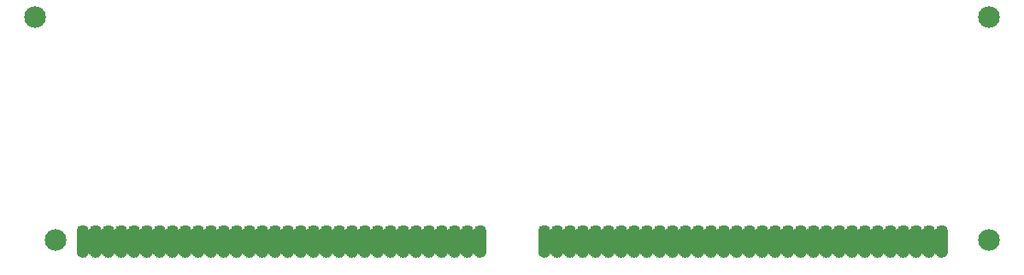
<source format=gbs>
G04 #@! TF.GenerationSoftware,KiCad,Pcbnew,(5.1.10-1-10_14)*
G04 #@! TF.CreationDate,2021-06-21T01:32:00-04:00*
G04 #@! TF.ProjectId,MacIIfxRAMSIMM,4d616349-4966-4785-9241-4d53494d4d2e,rev?*
G04 #@! TF.SameCoordinates,Original*
G04 #@! TF.FileFunction,Soldermask,Bot*
G04 #@! TF.FilePolarity,Negative*
%FSLAX46Y46*%
G04 Gerber Fmt 4.6, Leading zero omitted, Abs format (unit mm)*
G04 Created by KiCad (PCBNEW (5.1.10-1-10_14)) date 2021-06-21 01:32:00*
%MOMM*%
%LPD*%
G01*
G04 APERTURE LIST*
%ADD10C,2.150000*%
%ADD11C,0.100000*%
G04 APERTURE END LIST*
D10*
X73406000Y-103886000D03*
G36*
G01*
X162599300Y-127233440D02*
X162599300Y-124988560D01*
G75*
G02*
X163075860Y-124512000I476560J0D01*
G01*
X163314140Y-124512000D01*
G75*
G02*
X163790700Y-124988560I0J-476560D01*
G01*
X163790700Y-127233440D01*
G75*
G02*
X163314140Y-127710000I-476560J0D01*
G01*
X163075860Y-127710000D01*
G75*
G02*
X162599300Y-127233440I0J476560D01*
G01*
G37*
G36*
G01*
X161329300Y-127233440D02*
X161329300Y-124988560D01*
G75*
G02*
X161805860Y-124512000I476560J0D01*
G01*
X162044140Y-124512000D01*
G75*
G02*
X162520700Y-124988560I0J-476560D01*
G01*
X162520700Y-127233440D01*
G75*
G02*
X162044140Y-127710000I-476560J0D01*
G01*
X161805860Y-127710000D01*
G75*
G02*
X161329300Y-127233440I0J476560D01*
G01*
G37*
G36*
G01*
X160059300Y-127233440D02*
X160059300Y-124988560D01*
G75*
G02*
X160535860Y-124512000I476560J0D01*
G01*
X160774140Y-124512000D01*
G75*
G02*
X161250700Y-124988560I0J-476560D01*
G01*
X161250700Y-127233440D01*
G75*
G02*
X160774140Y-127710000I-476560J0D01*
G01*
X160535860Y-127710000D01*
G75*
G02*
X160059300Y-127233440I0J476560D01*
G01*
G37*
G36*
G01*
X158789300Y-127233440D02*
X158789300Y-124988560D01*
G75*
G02*
X159265860Y-124512000I476560J0D01*
G01*
X159504140Y-124512000D01*
G75*
G02*
X159980700Y-124988560I0J-476560D01*
G01*
X159980700Y-127233440D01*
G75*
G02*
X159504140Y-127710000I-476560J0D01*
G01*
X159265860Y-127710000D01*
G75*
G02*
X158789300Y-127233440I0J476560D01*
G01*
G37*
G36*
G01*
X157519300Y-127233440D02*
X157519300Y-124988560D01*
G75*
G02*
X157995860Y-124512000I476560J0D01*
G01*
X158234140Y-124512000D01*
G75*
G02*
X158710700Y-124988560I0J-476560D01*
G01*
X158710700Y-127233440D01*
G75*
G02*
X158234140Y-127710000I-476560J0D01*
G01*
X157995860Y-127710000D01*
G75*
G02*
X157519300Y-127233440I0J476560D01*
G01*
G37*
G36*
G01*
X156249300Y-127233440D02*
X156249300Y-124988560D01*
G75*
G02*
X156725860Y-124512000I476560J0D01*
G01*
X156964140Y-124512000D01*
G75*
G02*
X157440700Y-124988560I0J-476560D01*
G01*
X157440700Y-127233440D01*
G75*
G02*
X156964140Y-127710000I-476560J0D01*
G01*
X156725860Y-127710000D01*
G75*
G02*
X156249300Y-127233440I0J476560D01*
G01*
G37*
G36*
G01*
X154979300Y-127233440D02*
X154979300Y-124988560D01*
G75*
G02*
X155455860Y-124512000I476560J0D01*
G01*
X155694140Y-124512000D01*
G75*
G02*
X156170700Y-124988560I0J-476560D01*
G01*
X156170700Y-127233440D01*
G75*
G02*
X155694140Y-127710000I-476560J0D01*
G01*
X155455860Y-127710000D01*
G75*
G02*
X154979300Y-127233440I0J476560D01*
G01*
G37*
G36*
G01*
X153709300Y-127233440D02*
X153709300Y-124988560D01*
G75*
G02*
X154185860Y-124512000I476560J0D01*
G01*
X154424140Y-124512000D01*
G75*
G02*
X154900700Y-124988560I0J-476560D01*
G01*
X154900700Y-127233440D01*
G75*
G02*
X154424140Y-127710000I-476560J0D01*
G01*
X154185860Y-127710000D01*
G75*
G02*
X153709300Y-127233440I0J476560D01*
G01*
G37*
G36*
G01*
X152439300Y-127233440D02*
X152439300Y-124988560D01*
G75*
G02*
X152915860Y-124512000I476560J0D01*
G01*
X153154140Y-124512000D01*
G75*
G02*
X153630700Y-124988560I0J-476560D01*
G01*
X153630700Y-127233440D01*
G75*
G02*
X153154140Y-127710000I-476560J0D01*
G01*
X152915860Y-127710000D01*
G75*
G02*
X152439300Y-127233440I0J476560D01*
G01*
G37*
G36*
G01*
X151169300Y-127233440D02*
X151169300Y-124988560D01*
G75*
G02*
X151645860Y-124512000I476560J0D01*
G01*
X151884140Y-124512000D01*
G75*
G02*
X152360700Y-124988560I0J-476560D01*
G01*
X152360700Y-127233440D01*
G75*
G02*
X151884140Y-127710000I-476560J0D01*
G01*
X151645860Y-127710000D01*
G75*
G02*
X151169300Y-127233440I0J476560D01*
G01*
G37*
G36*
G01*
X149899300Y-127233440D02*
X149899300Y-124988560D01*
G75*
G02*
X150375860Y-124512000I476560J0D01*
G01*
X150614140Y-124512000D01*
G75*
G02*
X151090700Y-124988560I0J-476560D01*
G01*
X151090700Y-127233440D01*
G75*
G02*
X150614140Y-127710000I-476560J0D01*
G01*
X150375860Y-127710000D01*
G75*
G02*
X149899300Y-127233440I0J476560D01*
G01*
G37*
G36*
G01*
X148629300Y-127233440D02*
X148629300Y-124988560D01*
G75*
G02*
X149105860Y-124512000I476560J0D01*
G01*
X149344140Y-124512000D01*
G75*
G02*
X149820700Y-124988560I0J-476560D01*
G01*
X149820700Y-127233440D01*
G75*
G02*
X149344140Y-127710000I-476560J0D01*
G01*
X149105860Y-127710000D01*
G75*
G02*
X148629300Y-127233440I0J476560D01*
G01*
G37*
G36*
G01*
X147359300Y-127233440D02*
X147359300Y-124988560D01*
G75*
G02*
X147835860Y-124512000I476560J0D01*
G01*
X148074140Y-124512000D01*
G75*
G02*
X148550700Y-124988560I0J-476560D01*
G01*
X148550700Y-127233440D01*
G75*
G02*
X148074140Y-127710000I-476560J0D01*
G01*
X147835860Y-127710000D01*
G75*
G02*
X147359300Y-127233440I0J476560D01*
G01*
G37*
G36*
G01*
X146089300Y-127233440D02*
X146089300Y-124988560D01*
G75*
G02*
X146565860Y-124512000I476560J0D01*
G01*
X146804140Y-124512000D01*
G75*
G02*
X147280700Y-124988560I0J-476560D01*
G01*
X147280700Y-127233440D01*
G75*
G02*
X146804140Y-127710000I-476560J0D01*
G01*
X146565860Y-127710000D01*
G75*
G02*
X146089300Y-127233440I0J476560D01*
G01*
G37*
G36*
G01*
X144819300Y-127233440D02*
X144819300Y-124988560D01*
G75*
G02*
X145295860Y-124512000I476560J0D01*
G01*
X145534140Y-124512000D01*
G75*
G02*
X146010700Y-124988560I0J-476560D01*
G01*
X146010700Y-127233440D01*
G75*
G02*
X145534140Y-127710000I-476560J0D01*
G01*
X145295860Y-127710000D01*
G75*
G02*
X144819300Y-127233440I0J476560D01*
G01*
G37*
G36*
G01*
X143549300Y-127233440D02*
X143549300Y-124988560D01*
G75*
G02*
X144025860Y-124512000I476560J0D01*
G01*
X144264140Y-124512000D01*
G75*
G02*
X144740700Y-124988560I0J-476560D01*
G01*
X144740700Y-127233440D01*
G75*
G02*
X144264140Y-127710000I-476560J0D01*
G01*
X144025860Y-127710000D01*
G75*
G02*
X143549300Y-127233440I0J476560D01*
G01*
G37*
G36*
G01*
X142279300Y-127233440D02*
X142279300Y-124988560D01*
G75*
G02*
X142755860Y-124512000I476560J0D01*
G01*
X142994140Y-124512000D01*
G75*
G02*
X143470700Y-124988560I0J-476560D01*
G01*
X143470700Y-127233440D01*
G75*
G02*
X142994140Y-127710000I-476560J0D01*
G01*
X142755860Y-127710000D01*
G75*
G02*
X142279300Y-127233440I0J476560D01*
G01*
G37*
G36*
G01*
X141009300Y-127233440D02*
X141009300Y-124988560D01*
G75*
G02*
X141485860Y-124512000I476560J0D01*
G01*
X141724140Y-124512000D01*
G75*
G02*
X142200700Y-124988560I0J-476560D01*
G01*
X142200700Y-127233440D01*
G75*
G02*
X141724140Y-127710000I-476560J0D01*
G01*
X141485860Y-127710000D01*
G75*
G02*
X141009300Y-127233440I0J476560D01*
G01*
G37*
G36*
G01*
X139739300Y-127233440D02*
X139739300Y-124988560D01*
G75*
G02*
X140215860Y-124512000I476560J0D01*
G01*
X140454140Y-124512000D01*
G75*
G02*
X140930700Y-124988560I0J-476560D01*
G01*
X140930700Y-127233440D01*
G75*
G02*
X140454140Y-127710000I-476560J0D01*
G01*
X140215860Y-127710000D01*
G75*
G02*
X139739300Y-127233440I0J476560D01*
G01*
G37*
G36*
G01*
X138469300Y-127233440D02*
X138469300Y-124988560D01*
G75*
G02*
X138945860Y-124512000I476560J0D01*
G01*
X139184140Y-124512000D01*
G75*
G02*
X139660700Y-124988560I0J-476560D01*
G01*
X139660700Y-127233440D01*
G75*
G02*
X139184140Y-127710000I-476560J0D01*
G01*
X138945860Y-127710000D01*
G75*
G02*
X138469300Y-127233440I0J476560D01*
G01*
G37*
G36*
G01*
X137199300Y-127233440D02*
X137199300Y-124988560D01*
G75*
G02*
X137675860Y-124512000I476560J0D01*
G01*
X137914140Y-124512000D01*
G75*
G02*
X138390700Y-124988560I0J-476560D01*
G01*
X138390700Y-127233440D01*
G75*
G02*
X137914140Y-127710000I-476560J0D01*
G01*
X137675860Y-127710000D01*
G75*
G02*
X137199300Y-127233440I0J476560D01*
G01*
G37*
G36*
G01*
X135929300Y-127233440D02*
X135929300Y-124988560D01*
G75*
G02*
X136405860Y-124512000I476560J0D01*
G01*
X136644140Y-124512000D01*
G75*
G02*
X137120700Y-124988560I0J-476560D01*
G01*
X137120700Y-127233440D01*
G75*
G02*
X136644140Y-127710000I-476560J0D01*
G01*
X136405860Y-127710000D01*
G75*
G02*
X135929300Y-127233440I0J476560D01*
G01*
G37*
G36*
G01*
X134659300Y-127233440D02*
X134659300Y-124988560D01*
G75*
G02*
X135135860Y-124512000I476560J0D01*
G01*
X135374140Y-124512000D01*
G75*
G02*
X135850700Y-124988560I0J-476560D01*
G01*
X135850700Y-127233440D01*
G75*
G02*
X135374140Y-127710000I-476560J0D01*
G01*
X135135860Y-127710000D01*
G75*
G02*
X134659300Y-127233440I0J476560D01*
G01*
G37*
G36*
G01*
X133389300Y-127233440D02*
X133389300Y-124988560D01*
G75*
G02*
X133865860Y-124512000I476560J0D01*
G01*
X134104140Y-124512000D01*
G75*
G02*
X134580700Y-124988560I0J-476560D01*
G01*
X134580700Y-127233440D01*
G75*
G02*
X134104140Y-127710000I-476560J0D01*
G01*
X133865860Y-127710000D01*
G75*
G02*
X133389300Y-127233440I0J476560D01*
G01*
G37*
G36*
G01*
X132119300Y-127233440D02*
X132119300Y-124988560D01*
G75*
G02*
X132595860Y-124512000I476560J0D01*
G01*
X132834140Y-124512000D01*
G75*
G02*
X133310700Y-124988560I0J-476560D01*
G01*
X133310700Y-127233440D01*
G75*
G02*
X132834140Y-127710000I-476560J0D01*
G01*
X132595860Y-127710000D01*
G75*
G02*
X132119300Y-127233440I0J476560D01*
G01*
G37*
G36*
G01*
X130849300Y-127233440D02*
X130849300Y-124988560D01*
G75*
G02*
X131325860Y-124512000I476560J0D01*
G01*
X131564140Y-124512000D01*
G75*
G02*
X132040700Y-124988560I0J-476560D01*
G01*
X132040700Y-127233440D01*
G75*
G02*
X131564140Y-127710000I-476560J0D01*
G01*
X131325860Y-127710000D01*
G75*
G02*
X130849300Y-127233440I0J476560D01*
G01*
G37*
G36*
G01*
X129579300Y-127233440D02*
X129579300Y-124988560D01*
G75*
G02*
X130055860Y-124512000I476560J0D01*
G01*
X130294140Y-124512000D01*
G75*
G02*
X130770700Y-124988560I0J-476560D01*
G01*
X130770700Y-127233440D01*
G75*
G02*
X130294140Y-127710000I-476560J0D01*
G01*
X130055860Y-127710000D01*
G75*
G02*
X129579300Y-127233440I0J476560D01*
G01*
G37*
G36*
G01*
X128309300Y-127233440D02*
X128309300Y-124988560D01*
G75*
G02*
X128785860Y-124512000I476560J0D01*
G01*
X129024140Y-124512000D01*
G75*
G02*
X129500700Y-124988560I0J-476560D01*
G01*
X129500700Y-127233440D01*
G75*
G02*
X129024140Y-127710000I-476560J0D01*
G01*
X128785860Y-127710000D01*
G75*
G02*
X128309300Y-127233440I0J476560D01*
G01*
G37*
G36*
G01*
X127039300Y-127233440D02*
X127039300Y-124988560D01*
G75*
G02*
X127515860Y-124512000I476560J0D01*
G01*
X127754140Y-124512000D01*
G75*
G02*
X128230700Y-124988560I0J-476560D01*
G01*
X128230700Y-127233440D01*
G75*
G02*
X127754140Y-127710000I-476560J0D01*
G01*
X127515860Y-127710000D01*
G75*
G02*
X127039300Y-127233440I0J476560D01*
G01*
G37*
G36*
G01*
X125769300Y-127233440D02*
X125769300Y-124988560D01*
G75*
G02*
X126245860Y-124512000I476560J0D01*
G01*
X126484140Y-124512000D01*
G75*
G02*
X126960700Y-124988560I0J-476560D01*
G01*
X126960700Y-127233440D01*
G75*
G02*
X126484140Y-127710000I-476560J0D01*
G01*
X126245860Y-127710000D01*
G75*
G02*
X125769300Y-127233440I0J476560D01*
G01*
G37*
G36*
G01*
X124499300Y-127233440D02*
X124499300Y-124988560D01*
G75*
G02*
X124975860Y-124512000I476560J0D01*
G01*
X125214140Y-124512000D01*
G75*
G02*
X125690700Y-124988560I0J-476560D01*
G01*
X125690700Y-127233440D01*
G75*
G02*
X125214140Y-127710000I-476560J0D01*
G01*
X124975860Y-127710000D01*
G75*
G02*
X124499300Y-127233440I0J476560D01*
G01*
G37*
G36*
G01*
X123229300Y-127233440D02*
X123229300Y-124988560D01*
G75*
G02*
X123705860Y-124512000I476560J0D01*
G01*
X123944140Y-124512000D01*
G75*
G02*
X124420700Y-124988560I0J-476560D01*
G01*
X124420700Y-127233440D01*
G75*
G02*
X123944140Y-127710000I-476560J0D01*
G01*
X123705860Y-127710000D01*
G75*
G02*
X123229300Y-127233440I0J476560D01*
G01*
G37*
G36*
G01*
X116879300Y-127233440D02*
X116879300Y-124988560D01*
G75*
G02*
X117355860Y-124512000I476560J0D01*
G01*
X117594140Y-124512000D01*
G75*
G02*
X118070700Y-124988560I0J-476560D01*
G01*
X118070700Y-127233440D01*
G75*
G02*
X117594140Y-127710000I-476560J0D01*
G01*
X117355860Y-127710000D01*
G75*
G02*
X116879300Y-127233440I0J476560D01*
G01*
G37*
G36*
G01*
X115609300Y-127233440D02*
X115609300Y-124988560D01*
G75*
G02*
X116085860Y-124512000I476560J0D01*
G01*
X116324140Y-124512000D01*
G75*
G02*
X116800700Y-124988560I0J-476560D01*
G01*
X116800700Y-127233440D01*
G75*
G02*
X116324140Y-127710000I-476560J0D01*
G01*
X116085860Y-127710000D01*
G75*
G02*
X115609300Y-127233440I0J476560D01*
G01*
G37*
G36*
G01*
X114339300Y-127233440D02*
X114339300Y-124988560D01*
G75*
G02*
X114815860Y-124512000I476560J0D01*
G01*
X115054140Y-124512000D01*
G75*
G02*
X115530700Y-124988560I0J-476560D01*
G01*
X115530700Y-127233440D01*
G75*
G02*
X115054140Y-127710000I-476560J0D01*
G01*
X114815860Y-127710000D01*
G75*
G02*
X114339300Y-127233440I0J476560D01*
G01*
G37*
G36*
G01*
X113069300Y-127233440D02*
X113069300Y-124988560D01*
G75*
G02*
X113545860Y-124512000I476560J0D01*
G01*
X113784140Y-124512000D01*
G75*
G02*
X114260700Y-124988560I0J-476560D01*
G01*
X114260700Y-127233440D01*
G75*
G02*
X113784140Y-127710000I-476560J0D01*
G01*
X113545860Y-127710000D01*
G75*
G02*
X113069300Y-127233440I0J476560D01*
G01*
G37*
G36*
G01*
X111799300Y-127233440D02*
X111799300Y-124988560D01*
G75*
G02*
X112275860Y-124512000I476560J0D01*
G01*
X112514140Y-124512000D01*
G75*
G02*
X112990700Y-124988560I0J-476560D01*
G01*
X112990700Y-127233440D01*
G75*
G02*
X112514140Y-127710000I-476560J0D01*
G01*
X112275860Y-127710000D01*
G75*
G02*
X111799300Y-127233440I0J476560D01*
G01*
G37*
G36*
G01*
X110529300Y-127233440D02*
X110529300Y-124988560D01*
G75*
G02*
X111005860Y-124512000I476560J0D01*
G01*
X111244140Y-124512000D01*
G75*
G02*
X111720700Y-124988560I0J-476560D01*
G01*
X111720700Y-127233440D01*
G75*
G02*
X111244140Y-127710000I-476560J0D01*
G01*
X111005860Y-127710000D01*
G75*
G02*
X110529300Y-127233440I0J476560D01*
G01*
G37*
G36*
G01*
X109259300Y-127233440D02*
X109259300Y-124988560D01*
G75*
G02*
X109735860Y-124512000I476560J0D01*
G01*
X109974140Y-124512000D01*
G75*
G02*
X110450700Y-124988560I0J-476560D01*
G01*
X110450700Y-127233440D01*
G75*
G02*
X109974140Y-127710000I-476560J0D01*
G01*
X109735860Y-127710000D01*
G75*
G02*
X109259300Y-127233440I0J476560D01*
G01*
G37*
G36*
G01*
X107989300Y-127233440D02*
X107989300Y-124988560D01*
G75*
G02*
X108465860Y-124512000I476560J0D01*
G01*
X108704140Y-124512000D01*
G75*
G02*
X109180700Y-124988560I0J-476560D01*
G01*
X109180700Y-127233440D01*
G75*
G02*
X108704140Y-127710000I-476560J0D01*
G01*
X108465860Y-127710000D01*
G75*
G02*
X107989300Y-127233440I0J476560D01*
G01*
G37*
G36*
G01*
X106719300Y-127233440D02*
X106719300Y-124988560D01*
G75*
G02*
X107195860Y-124512000I476560J0D01*
G01*
X107434140Y-124512000D01*
G75*
G02*
X107910700Y-124988560I0J-476560D01*
G01*
X107910700Y-127233440D01*
G75*
G02*
X107434140Y-127710000I-476560J0D01*
G01*
X107195860Y-127710000D01*
G75*
G02*
X106719300Y-127233440I0J476560D01*
G01*
G37*
G36*
G01*
X105449300Y-127233440D02*
X105449300Y-124988560D01*
G75*
G02*
X105925860Y-124512000I476560J0D01*
G01*
X106164140Y-124512000D01*
G75*
G02*
X106640700Y-124988560I0J-476560D01*
G01*
X106640700Y-127233440D01*
G75*
G02*
X106164140Y-127710000I-476560J0D01*
G01*
X105925860Y-127710000D01*
G75*
G02*
X105449300Y-127233440I0J476560D01*
G01*
G37*
G36*
G01*
X104179300Y-127233440D02*
X104179300Y-124988560D01*
G75*
G02*
X104655860Y-124512000I476560J0D01*
G01*
X104894140Y-124512000D01*
G75*
G02*
X105370700Y-124988560I0J-476560D01*
G01*
X105370700Y-127233440D01*
G75*
G02*
X104894140Y-127710000I-476560J0D01*
G01*
X104655860Y-127710000D01*
G75*
G02*
X104179300Y-127233440I0J476560D01*
G01*
G37*
G36*
G01*
X102909300Y-127233440D02*
X102909300Y-124988560D01*
G75*
G02*
X103385860Y-124512000I476560J0D01*
G01*
X103624140Y-124512000D01*
G75*
G02*
X104100700Y-124988560I0J-476560D01*
G01*
X104100700Y-127233440D01*
G75*
G02*
X103624140Y-127710000I-476560J0D01*
G01*
X103385860Y-127710000D01*
G75*
G02*
X102909300Y-127233440I0J476560D01*
G01*
G37*
G36*
G01*
X101639300Y-127233440D02*
X101639300Y-124988560D01*
G75*
G02*
X102115860Y-124512000I476560J0D01*
G01*
X102354140Y-124512000D01*
G75*
G02*
X102830700Y-124988560I0J-476560D01*
G01*
X102830700Y-127233440D01*
G75*
G02*
X102354140Y-127710000I-476560J0D01*
G01*
X102115860Y-127710000D01*
G75*
G02*
X101639300Y-127233440I0J476560D01*
G01*
G37*
G36*
G01*
X100369300Y-127233440D02*
X100369300Y-124988560D01*
G75*
G02*
X100845860Y-124512000I476560J0D01*
G01*
X101084140Y-124512000D01*
G75*
G02*
X101560700Y-124988560I0J-476560D01*
G01*
X101560700Y-127233440D01*
G75*
G02*
X101084140Y-127710000I-476560J0D01*
G01*
X100845860Y-127710000D01*
G75*
G02*
X100369300Y-127233440I0J476560D01*
G01*
G37*
G36*
G01*
X99099300Y-127233440D02*
X99099300Y-124988560D01*
G75*
G02*
X99575860Y-124512000I476560J0D01*
G01*
X99814140Y-124512000D01*
G75*
G02*
X100290700Y-124988560I0J-476560D01*
G01*
X100290700Y-127233440D01*
G75*
G02*
X99814140Y-127710000I-476560J0D01*
G01*
X99575860Y-127710000D01*
G75*
G02*
X99099300Y-127233440I0J476560D01*
G01*
G37*
G36*
G01*
X97829300Y-127233440D02*
X97829300Y-124988560D01*
G75*
G02*
X98305860Y-124512000I476560J0D01*
G01*
X98544140Y-124512000D01*
G75*
G02*
X99020700Y-124988560I0J-476560D01*
G01*
X99020700Y-127233440D01*
G75*
G02*
X98544140Y-127710000I-476560J0D01*
G01*
X98305860Y-127710000D01*
G75*
G02*
X97829300Y-127233440I0J476560D01*
G01*
G37*
G36*
G01*
X96559300Y-127233440D02*
X96559300Y-124988560D01*
G75*
G02*
X97035860Y-124512000I476560J0D01*
G01*
X97274140Y-124512000D01*
G75*
G02*
X97750700Y-124988560I0J-476560D01*
G01*
X97750700Y-127233440D01*
G75*
G02*
X97274140Y-127710000I-476560J0D01*
G01*
X97035860Y-127710000D01*
G75*
G02*
X96559300Y-127233440I0J476560D01*
G01*
G37*
G36*
G01*
X95289300Y-127233440D02*
X95289300Y-124988560D01*
G75*
G02*
X95765860Y-124512000I476560J0D01*
G01*
X96004140Y-124512000D01*
G75*
G02*
X96480700Y-124988560I0J-476560D01*
G01*
X96480700Y-127233440D01*
G75*
G02*
X96004140Y-127710000I-476560J0D01*
G01*
X95765860Y-127710000D01*
G75*
G02*
X95289300Y-127233440I0J476560D01*
G01*
G37*
G36*
G01*
X94019300Y-127233440D02*
X94019300Y-124988560D01*
G75*
G02*
X94495860Y-124512000I476560J0D01*
G01*
X94734140Y-124512000D01*
G75*
G02*
X95210700Y-124988560I0J-476560D01*
G01*
X95210700Y-127233440D01*
G75*
G02*
X94734140Y-127710000I-476560J0D01*
G01*
X94495860Y-127710000D01*
G75*
G02*
X94019300Y-127233440I0J476560D01*
G01*
G37*
G36*
G01*
X92749300Y-127233440D02*
X92749300Y-124988560D01*
G75*
G02*
X93225860Y-124512000I476560J0D01*
G01*
X93464140Y-124512000D01*
G75*
G02*
X93940700Y-124988560I0J-476560D01*
G01*
X93940700Y-127233440D01*
G75*
G02*
X93464140Y-127710000I-476560J0D01*
G01*
X93225860Y-127710000D01*
G75*
G02*
X92749300Y-127233440I0J476560D01*
G01*
G37*
G36*
G01*
X91479300Y-127233440D02*
X91479300Y-124988560D01*
G75*
G02*
X91955860Y-124512000I476560J0D01*
G01*
X92194140Y-124512000D01*
G75*
G02*
X92670700Y-124988560I0J-476560D01*
G01*
X92670700Y-127233440D01*
G75*
G02*
X92194140Y-127710000I-476560J0D01*
G01*
X91955860Y-127710000D01*
G75*
G02*
X91479300Y-127233440I0J476560D01*
G01*
G37*
G36*
G01*
X90209300Y-127233440D02*
X90209300Y-124988560D01*
G75*
G02*
X90685860Y-124512000I476560J0D01*
G01*
X90924140Y-124512000D01*
G75*
G02*
X91400700Y-124988560I0J-476560D01*
G01*
X91400700Y-127233440D01*
G75*
G02*
X90924140Y-127710000I-476560J0D01*
G01*
X90685860Y-127710000D01*
G75*
G02*
X90209300Y-127233440I0J476560D01*
G01*
G37*
G36*
G01*
X88939300Y-127233440D02*
X88939300Y-124988560D01*
G75*
G02*
X89415860Y-124512000I476560J0D01*
G01*
X89654140Y-124512000D01*
G75*
G02*
X90130700Y-124988560I0J-476560D01*
G01*
X90130700Y-127233440D01*
G75*
G02*
X89654140Y-127710000I-476560J0D01*
G01*
X89415860Y-127710000D01*
G75*
G02*
X88939300Y-127233440I0J476560D01*
G01*
G37*
G36*
G01*
X87669300Y-127233440D02*
X87669300Y-124988560D01*
G75*
G02*
X88145860Y-124512000I476560J0D01*
G01*
X88384140Y-124512000D01*
G75*
G02*
X88860700Y-124988560I0J-476560D01*
G01*
X88860700Y-127233440D01*
G75*
G02*
X88384140Y-127710000I-476560J0D01*
G01*
X88145860Y-127710000D01*
G75*
G02*
X87669300Y-127233440I0J476560D01*
G01*
G37*
G36*
G01*
X86399300Y-127233440D02*
X86399300Y-124988560D01*
G75*
G02*
X86875860Y-124512000I476560J0D01*
G01*
X87114140Y-124512000D01*
G75*
G02*
X87590700Y-124988560I0J-476560D01*
G01*
X87590700Y-127233440D01*
G75*
G02*
X87114140Y-127710000I-476560J0D01*
G01*
X86875860Y-127710000D01*
G75*
G02*
X86399300Y-127233440I0J476560D01*
G01*
G37*
G36*
G01*
X85129300Y-127233440D02*
X85129300Y-124988560D01*
G75*
G02*
X85605860Y-124512000I476560J0D01*
G01*
X85844140Y-124512000D01*
G75*
G02*
X86320700Y-124988560I0J-476560D01*
G01*
X86320700Y-127233440D01*
G75*
G02*
X85844140Y-127710000I-476560J0D01*
G01*
X85605860Y-127710000D01*
G75*
G02*
X85129300Y-127233440I0J476560D01*
G01*
G37*
G36*
G01*
X83859300Y-127233440D02*
X83859300Y-124988560D01*
G75*
G02*
X84335860Y-124512000I476560J0D01*
G01*
X84574140Y-124512000D01*
G75*
G02*
X85050700Y-124988560I0J-476560D01*
G01*
X85050700Y-127233440D01*
G75*
G02*
X84574140Y-127710000I-476560J0D01*
G01*
X84335860Y-127710000D01*
G75*
G02*
X83859300Y-127233440I0J476560D01*
G01*
G37*
G36*
G01*
X82589300Y-127233440D02*
X82589300Y-124988560D01*
G75*
G02*
X83065860Y-124512000I476560J0D01*
G01*
X83304140Y-124512000D01*
G75*
G02*
X83780700Y-124988560I0J-476560D01*
G01*
X83780700Y-127233440D01*
G75*
G02*
X83304140Y-127710000I-476560J0D01*
G01*
X83065860Y-127710000D01*
G75*
G02*
X82589300Y-127233440I0J476560D01*
G01*
G37*
G36*
G01*
X81319300Y-127233440D02*
X81319300Y-124988560D01*
G75*
G02*
X81795860Y-124512000I476560J0D01*
G01*
X82034140Y-124512000D01*
G75*
G02*
X82510700Y-124988560I0J-476560D01*
G01*
X82510700Y-127233440D01*
G75*
G02*
X82034140Y-127710000I-476560J0D01*
G01*
X81795860Y-127710000D01*
G75*
G02*
X81319300Y-127233440I0J476560D01*
G01*
G37*
G36*
G01*
X80049300Y-127233440D02*
X80049300Y-124988560D01*
G75*
G02*
X80525860Y-124512000I476560J0D01*
G01*
X80764140Y-124512000D01*
G75*
G02*
X81240700Y-124988560I0J-476560D01*
G01*
X81240700Y-127233440D01*
G75*
G02*
X80764140Y-127710000I-476560J0D01*
G01*
X80525860Y-127710000D01*
G75*
G02*
X80049300Y-127233440I0J476560D01*
G01*
G37*
G36*
G01*
X78779300Y-127233440D02*
X78779300Y-124988560D01*
G75*
G02*
X79255860Y-124512000I476560J0D01*
G01*
X79494140Y-124512000D01*
G75*
G02*
X79970700Y-124988560I0J-476560D01*
G01*
X79970700Y-127233440D01*
G75*
G02*
X79494140Y-127710000I-476560J0D01*
G01*
X79255860Y-127710000D01*
G75*
G02*
X78779300Y-127233440I0J476560D01*
G01*
G37*
G36*
G01*
X77509300Y-127233440D02*
X77509300Y-124988560D01*
G75*
G02*
X77985860Y-124512000I476560J0D01*
G01*
X78224140Y-124512000D01*
G75*
G02*
X78700700Y-124988560I0J-476560D01*
G01*
X78700700Y-127233440D01*
G75*
G02*
X78224140Y-127710000I-476560J0D01*
G01*
X77985860Y-127710000D01*
G75*
G02*
X77509300Y-127233440I0J476560D01*
G01*
G37*
X75438000Y-125984000D03*
X167894000Y-125984000D03*
X167894000Y-103886000D03*
D11*
G36*
X125221882Y-124510010D02*
G01*
X125315310Y-124519212D01*
X125315695Y-124519288D01*
X125403175Y-124545825D01*
X125403537Y-124545975D01*
X125484153Y-124589065D01*
X125484479Y-124589283D01*
X125555145Y-124647278D01*
X125555422Y-124647555D01*
X125613417Y-124718221D01*
X125613635Y-124718547D01*
X125656725Y-124799163D01*
X125656875Y-124799525D01*
X125684040Y-124889077D01*
X125687678Y-124897858D01*
X125692904Y-124905681D01*
X125699555Y-124912332D01*
X125707378Y-124917558D01*
X125716068Y-124921158D01*
X125725298Y-124922994D01*
X125734702Y-124922994D01*
X125743932Y-124921158D01*
X125752622Y-124917558D01*
X125760445Y-124912332D01*
X125767096Y-124905681D01*
X125772322Y-124897858D01*
X125775960Y-124889077D01*
X125803125Y-124799525D01*
X125803275Y-124799163D01*
X125846365Y-124718547D01*
X125846583Y-124718221D01*
X125904578Y-124647555D01*
X125904855Y-124647278D01*
X125975521Y-124589283D01*
X125975847Y-124589065D01*
X126056463Y-124545975D01*
X126056825Y-124545825D01*
X126144305Y-124519288D01*
X126144690Y-124519212D01*
X126238118Y-124510010D01*
X126238314Y-124510000D01*
X126245860Y-124510000D01*
X126247592Y-124511000D01*
X126247592Y-124513000D01*
X126246056Y-124513990D01*
X126153283Y-124523127D01*
X126064257Y-124550133D01*
X125982213Y-124593986D01*
X125910302Y-124653002D01*
X125851286Y-124724913D01*
X125807433Y-124806957D01*
X125780427Y-124895983D01*
X125771300Y-124988654D01*
X125771300Y-127233346D01*
X125780427Y-127326017D01*
X125807433Y-127415043D01*
X125851286Y-127497087D01*
X125910302Y-127568998D01*
X125982213Y-127628014D01*
X126064257Y-127671867D01*
X126153283Y-127698873D01*
X126246056Y-127708010D01*
X126247682Y-127709175D01*
X126247486Y-127711165D01*
X126245860Y-127712000D01*
X126238314Y-127712000D01*
X126238118Y-127711990D01*
X126144690Y-127702788D01*
X126144305Y-127702712D01*
X126056825Y-127676175D01*
X126056463Y-127676025D01*
X125975847Y-127632935D01*
X125975521Y-127632717D01*
X125904855Y-127574722D01*
X125904578Y-127574445D01*
X125846583Y-127503779D01*
X125846365Y-127503453D01*
X125803275Y-127422837D01*
X125803125Y-127422475D01*
X125775960Y-127332923D01*
X125772322Y-127324142D01*
X125767096Y-127316319D01*
X125760445Y-127309668D01*
X125752622Y-127304442D01*
X125743932Y-127300842D01*
X125734702Y-127299006D01*
X125725298Y-127299006D01*
X125716068Y-127300842D01*
X125707378Y-127304442D01*
X125699555Y-127309668D01*
X125692904Y-127316319D01*
X125687678Y-127324142D01*
X125684040Y-127332923D01*
X125656875Y-127422475D01*
X125656725Y-127422837D01*
X125613635Y-127503453D01*
X125613417Y-127503779D01*
X125555422Y-127574445D01*
X125555145Y-127574722D01*
X125484479Y-127632717D01*
X125484153Y-127632935D01*
X125403537Y-127676025D01*
X125403175Y-127676175D01*
X125315695Y-127702712D01*
X125315310Y-127702788D01*
X125221882Y-127711990D01*
X125221686Y-127712000D01*
X125214140Y-127712000D01*
X125212408Y-127711000D01*
X125212408Y-127709000D01*
X125213944Y-127708010D01*
X125306717Y-127698873D01*
X125395743Y-127671867D01*
X125477787Y-127628014D01*
X125549698Y-127568998D01*
X125608714Y-127497087D01*
X125652567Y-127415043D01*
X125679573Y-127326017D01*
X125688700Y-127233346D01*
X125688700Y-124988654D01*
X125679573Y-124895983D01*
X125652567Y-124806957D01*
X125608714Y-124724913D01*
X125549698Y-124653002D01*
X125477787Y-124593986D01*
X125395743Y-124550133D01*
X125306717Y-124523127D01*
X125213944Y-124513990D01*
X125212318Y-124512825D01*
X125212514Y-124510835D01*
X125214140Y-124510000D01*
X125221686Y-124510000D01*
X125221882Y-124510010D01*
G37*
G36*
X150621882Y-124510010D02*
G01*
X150715310Y-124519212D01*
X150715695Y-124519288D01*
X150803175Y-124545825D01*
X150803537Y-124545975D01*
X150884153Y-124589065D01*
X150884479Y-124589283D01*
X150955145Y-124647278D01*
X150955422Y-124647555D01*
X151013417Y-124718221D01*
X151013635Y-124718547D01*
X151056725Y-124799163D01*
X151056875Y-124799525D01*
X151084040Y-124889077D01*
X151087678Y-124897858D01*
X151092904Y-124905681D01*
X151099555Y-124912332D01*
X151107378Y-124917558D01*
X151116068Y-124921158D01*
X151125298Y-124922994D01*
X151134702Y-124922994D01*
X151143932Y-124921158D01*
X151152622Y-124917558D01*
X151160445Y-124912332D01*
X151167096Y-124905681D01*
X151172322Y-124897858D01*
X151175960Y-124889077D01*
X151203125Y-124799525D01*
X151203275Y-124799163D01*
X151246365Y-124718547D01*
X151246583Y-124718221D01*
X151304578Y-124647555D01*
X151304855Y-124647278D01*
X151375521Y-124589283D01*
X151375847Y-124589065D01*
X151456463Y-124545975D01*
X151456825Y-124545825D01*
X151544305Y-124519288D01*
X151544690Y-124519212D01*
X151638118Y-124510010D01*
X151638314Y-124510000D01*
X151645860Y-124510000D01*
X151647592Y-124511000D01*
X151647592Y-124513000D01*
X151646056Y-124513990D01*
X151553283Y-124523127D01*
X151464257Y-124550133D01*
X151382213Y-124593986D01*
X151310302Y-124653002D01*
X151251286Y-124724913D01*
X151207433Y-124806957D01*
X151180427Y-124895983D01*
X151171300Y-124988654D01*
X151171300Y-127233346D01*
X151180427Y-127326017D01*
X151207433Y-127415043D01*
X151251286Y-127497087D01*
X151310302Y-127568998D01*
X151382213Y-127628014D01*
X151464257Y-127671867D01*
X151553283Y-127698873D01*
X151646056Y-127708010D01*
X151647682Y-127709175D01*
X151647486Y-127711165D01*
X151645860Y-127712000D01*
X151638314Y-127712000D01*
X151638118Y-127711990D01*
X151544690Y-127702788D01*
X151544305Y-127702712D01*
X151456825Y-127676175D01*
X151456463Y-127676025D01*
X151375847Y-127632935D01*
X151375521Y-127632717D01*
X151304855Y-127574722D01*
X151304578Y-127574445D01*
X151246583Y-127503779D01*
X151246365Y-127503453D01*
X151203275Y-127422837D01*
X151203125Y-127422475D01*
X151175960Y-127332923D01*
X151172322Y-127324142D01*
X151167096Y-127316319D01*
X151160445Y-127309668D01*
X151152622Y-127304442D01*
X151143932Y-127300842D01*
X151134702Y-127299006D01*
X151125298Y-127299006D01*
X151116068Y-127300842D01*
X151107378Y-127304442D01*
X151099555Y-127309668D01*
X151092904Y-127316319D01*
X151087678Y-127324142D01*
X151084040Y-127332923D01*
X151056875Y-127422475D01*
X151056725Y-127422837D01*
X151013635Y-127503453D01*
X151013417Y-127503779D01*
X150955422Y-127574445D01*
X150955145Y-127574722D01*
X150884479Y-127632717D01*
X150884153Y-127632935D01*
X150803537Y-127676025D01*
X150803175Y-127676175D01*
X150715695Y-127702712D01*
X150715310Y-127702788D01*
X150621882Y-127711990D01*
X150621686Y-127712000D01*
X150614140Y-127712000D01*
X150612408Y-127711000D01*
X150612408Y-127709000D01*
X150613944Y-127708010D01*
X150706717Y-127698873D01*
X150795743Y-127671867D01*
X150877787Y-127628014D01*
X150949698Y-127568998D01*
X151008714Y-127497087D01*
X151052567Y-127415043D01*
X151079573Y-127326017D01*
X151088700Y-127233346D01*
X151088700Y-124988654D01*
X151079573Y-124895983D01*
X151052567Y-124806957D01*
X151008714Y-124724913D01*
X150949698Y-124653002D01*
X150877787Y-124593986D01*
X150795743Y-124550133D01*
X150706717Y-124523127D01*
X150613944Y-124513990D01*
X150612318Y-124512825D01*
X150612514Y-124510835D01*
X150614140Y-124510000D01*
X150621686Y-124510000D01*
X150621882Y-124510010D01*
G37*
G36*
X136651882Y-124510010D02*
G01*
X136745310Y-124519212D01*
X136745695Y-124519288D01*
X136833175Y-124545825D01*
X136833537Y-124545975D01*
X136914153Y-124589065D01*
X136914479Y-124589283D01*
X136985145Y-124647278D01*
X136985422Y-124647555D01*
X137043417Y-124718221D01*
X137043635Y-124718547D01*
X137086725Y-124799163D01*
X137086875Y-124799525D01*
X137114040Y-124889077D01*
X137117678Y-124897858D01*
X137122904Y-124905681D01*
X137129555Y-124912332D01*
X137137378Y-124917558D01*
X137146068Y-124921158D01*
X137155298Y-124922994D01*
X137164702Y-124922994D01*
X137173932Y-124921158D01*
X137182622Y-124917558D01*
X137190445Y-124912332D01*
X137197096Y-124905681D01*
X137202322Y-124897858D01*
X137205960Y-124889077D01*
X137233125Y-124799525D01*
X137233275Y-124799163D01*
X137276365Y-124718547D01*
X137276583Y-124718221D01*
X137334578Y-124647555D01*
X137334855Y-124647278D01*
X137405521Y-124589283D01*
X137405847Y-124589065D01*
X137486463Y-124545975D01*
X137486825Y-124545825D01*
X137574305Y-124519288D01*
X137574690Y-124519212D01*
X137668118Y-124510010D01*
X137668314Y-124510000D01*
X137675860Y-124510000D01*
X137677592Y-124511000D01*
X137677592Y-124513000D01*
X137676056Y-124513990D01*
X137583283Y-124523127D01*
X137494257Y-124550133D01*
X137412213Y-124593986D01*
X137340302Y-124653002D01*
X137281286Y-124724913D01*
X137237433Y-124806957D01*
X137210427Y-124895983D01*
X137201300Y-124988654D01*
X137201300Y-127233346D01*
X137210427Y-127326017D01*
X137237433Y-127415043D01*
X137281286Y-127497087D01*
X137340302Y-127568998D01*
X137412213Y-127628014D01*
X137494257Y-127671867D01*
X137583283Y-127698873D01*
X137676056Y-127708010D01*
X137677682Y-127709175D01*
X137677486Y-127711165D01*
X137675860Y-127712000D01*
X137668314Y-127712000D01*
X137668118Y-127711990D01*
X137574690Y-127702788D01*
X137574305Y-127702712D01*
X137486825Y-127676175D01*
X137486463Y-127676025D01*
X137405847Y-127632935D01*
X137405521Y-127632717D01*
X137334855Y-127574722D01*
X137334578Y-127574445D01*
X137276583Y-127503779D01*
X137276365Y-127503453D01*
X137233275Y-127422837D01*
X137233125Y-127422475D01*
X137205960Y-127332923D01*
X137202322Y-127324142D01*
X137197096Y-127316319D01*
X137190445Y-127309668D01*
X137182622Y-127304442D01*
X137173932Y-127300842D01*
X137164702Y-127299006D01*
X137155298Y-127299006D01*
X137146068Y-127300842D01*
X137137378Y-127304442D01*
X137129555Y-127309668D01*
X137122904Y-127316319D01*
X137117678Y-127324142D01*
X137114040Y-127332923D01*
X137086875Y-127422475D01*
X137086725Y-127422837D01*
X137043635Y-127503453D01*
X137043417Y-127503779D01*
X136985422Y-127574445D01*
X136985145Y-127574722D01*
X136914479Y-127632717D01*
X136914153Y-127632935D01*
X136833537Y-127676025D01*
X136833175Y-127676175D01*
X136745695Y-127702712D01*
X136745310Y-127702788D01*
X136651882Y-127711990D01*
X136651686Y-127712000D01*
X136644140Y-127712000D01*
X136642408Y-127711000D01*
X136642408Y-127709000D01*
X136643944Y-127708010D01*
X136736717Y-127698873D01*
X136825743Y-127671867D01*
X136907787Y-127628014D01*
X136979698Y-127568998D01*
X137038714Y-127497087D01*
X137082567Y-127415043D01*
X137109573Y-127326017D01*
X137118700Y-127233346D01*
X137118700Y-124988654D01*
X137109573Y-124895983D01*
X137082567Y-124806957D01*
X137038714Y-124724913D01*
X136979698Y-124653002D01*
X136907787Y-124593986D01*
X136825743Y-124550133D01*
X136736717Y-124523127D01*
X136643944Y-124513990D01*
X136642318Y-124512825D01*
X136642514Y-124510835D01*
X136644140Y-124510000D01*
X136651686Y-124510000D01*
X136651882Y-124510010D01*
G37*
G36*
X83311882Y-124510010D02*
G01*
X83405310Y-124519212D01*
X83405695Y-124519288D01*
X83493175Y-124545825D01*
X83493537Y-124545975D01*
X83574153Y-124589065D01*
X83574479Y-124589283D01*
X83645145Y-124647278D01*
X83645422Y-124647555D01*
X83703417Y-124718221D01*
X83703635Y-124718547D01*
X83746725Y-124799163D01*
X83746875Y-124799525D01*
X83774040Y-124889077D01*
X83777678Y-124897858D01*
X83782904Y-124905681D01*
X83789555Y-124912332D01*
X83797378Y-124917558D01*
X83806068Y-124921158D01*
X83815298Y-124922994D01*
X83824702Y-124922994D01*
X83833932Y-124921158D01*
X83842622Y-124917558D01*
X83850445Y-124912332D01*
X83857096Y-124905681D01*
X83862322Y-124897858D01*
X83865960Y-124889077D01*
X83893125Y-124799525D01*
X83893275Y-124799163D01*
X83936365Y-124718547D01*
X83936583Y-124718221D01*
X83994578Y-124647555D01*
X83994855Y-124647278D01*
X84065521Y-124589283D01*
X84065847Y-124589065D01*
X84146463Y-124545975D01*
X84146825Y-124545825D01*
X84234305Y-124519288D01*
X84234690Y-124519212D01*
X84328118Y-124510010D01*
X84328314Y-124510000D01*
X84335860Y-124510000D01*
X84337592Y-124511000D01*
X84337592Y-124513000D01*
X84336056Y-124513990D01*
X84243283Y-124523127D01*
X84154257Y-124550133D01*
X84072213Y-124593986D01*
X84000302Y-124653002D01*
X83941286Y-124724913D01*
X83897433Y-124806957D01*
X83870427Y-124895983D01*
X83861300Y-124988654D01*
X83861300Y-127233346D01*
X83870427Y-127326017D01*
X83897433Y-127415043D01*
X83941286Y-127497087D01*
X84000302Y-127568998D01*
X84072213Y-127628014D01*
X84154257Y-127671867D01*
X84243283Y-127698873D01*
X84336056Y-127708010D01*
X84337682Y-127709175D01*
X84337486Y-127711165D01*
X84335860Y-127712000D01*
X84328314Y-127712000D01*
X84328118Y-127711990D01*
X84234690Y-127702788D01*
X84234305Y-127702712D01*
X84146825Y-127676175D01*
X84146463Y-127676025D01*
X84065847Y-127632935D01*
X84065521Y-127632717D01*
X83994855Y-127574722D01*
X83994578Y-127574445D01*
X83936583Y-127503779D01*
X83936365Y-127503453D01*
X83893275Y-127422837D01*
X83893125Y-127422475D01*
X83865960Y-127332923D01*
X83862322Y-127324142D01*
X83857096Y-127316319D01*
X83850445Y-127309668D01*
X83842622Y-127304442D01*
X83833932Y-127300842D01*
X83824702Y-127299006D01*
X83815298Y-127299006D01*
X83806068Y-127300842D01*
X83797378Y-127304442D01*
X83789555Y-127309668D01*
X83782904Y-127316319D01*
X83777678Y-127324142D01*
X83774040Y-127332923D01*
X83746875Y-127422475D01*
X83746725Y-127422837D01*
X83703635Y-127503453D01*
X83703417Y-127503779D01*
X83645422Y-127574445D01*
X83645145Y-127574722D01*
X83574479Y-127632717D01*
X83574153Y-127632935D01*
X83493537Y-127676025D01*
X83493175Y-127676175D01*
X83405695Y-127702712D01*
X83405310Y-127702788D01*
X83311882Y-127711990D01*
X83311686Y-127712000D01*
X83304140Y-127712000D01*
X83302408Y-127711000D01*
X83302408Y-127709000D01*
X83303944Y-127708010D01*
X83396717Y-127698873D01*
X83485743Y-127671867D01*
X83567787Y-127628014D01*
X83639698Y-127568998D01*
X83698714Y-127497087D01*
X83742567Y-127415043D01*
X83769573Y-127326017D01*
X83778700Y-127233346D01*
X83778700Y-124988654D01*
X83769573Y-124895983D01*
X83742567Y-124806957D01*
X83698714Y-124724913D01*
X83639698Y-124653002D01*
X83567787Y-124593986D01*
X83485743Y-124550133D01*
X83396717Y-124523127D01*
X83303944Y-124513990D01*
X83302318Y-124512825D01*
X83302514Y-124510835D01*
X83304140Y-124510000D01*
X83311686Y-124510000D01*
X83311882Y-124510010D01*
G37*
G36*
X137921882Y-124510010D02*
G01*
X138015310Y-124519212D01*
X138015695Y-124519288D01*
X138103175Y-124545825D01*
X138103537Y-124545975D01*
X138184153Y-124589065D01*
X138184479Y-124589283D01*
X138255145Y-124647278D01*
X138255422Y-124647555D01*
X138313417Y-124718221D01*
X138313635Y-124718547D01*
X138356725Y-124799163D01*
X138356875Y-124799525D01*
X138384040Y-124889077D01*
X138387678Y-124897858D01*
X138392904Y-124905681D01*
X138399555Y-124912332D01*
X138407378Y-124917558D01*
X138416068Y-124921158D01*
X138425298Y-124922994D01*
X138434702Y-124922994D01*
X138443932Y-124921158D01*
X138452622Y-124917558D01*
X138460445Y-124912332D01*
X138467096Y-124905681D01*
X138472322Y-124897858D01*
X138475960Y-124889077D01*
X138503125Y-124799525D01*
X138503275Y-124799163D01*
X138546365Y-124718547D01*
X138546583Y-124718221D01*
X138604578Y-124647555D01*
X138604855Y-124647278D01*
X138675521Y-124589283D01*
X138675847Y-124589065D01*
X138756463Y-124545975D01*
X138756825Y-124545825D01*
X138844305Y-124519288D01*
X138844690Y-124519212D01*
X138938118Y-124510010D01*
X138938314Y-124510000D01*
X138945860Y-124510000D01*
X138947592Y-124511000D01*
X138947592Y-124513000D01*
X138946056Y-124513990D01*
X138853283Y-124523127D01*
X138764257Y-124550133D01*
X138682213Y-124593986D01*
X138610302Y-124653002D01*
X138551286Y-124724913D01*
X138507433Y-124806957D01*
X138480427Y-124895983D01*
X138471300Y-124988654D01*
X138471300Y-127233346D01*
X138480427Y-127326017D01*
X138507433Y-127415043D01*
X138551286Y-127497087D01*
X138610302Y-127568998D01*
X138682213Y-127628014D01*
X138764257Y-127671867D01*
X138853283Y-127698873D01*
X138946056Y-127708010D01*
X138947682Y-127709175D01*
X138947486Y-127711165D01*
X138945860Y-127712000D01*
X138938314Y-127712000D01*
X138938118Y-127711990D01*
X138844690Y-127702788D01*
X138844305Y-127702712D01*
X138756825Y-127676175D01*
X138756463Y-127676025D01*
X138675847Y-127632935D01*
X138675521Y-127632717D01*
X138604855Y-127574722D01*
X138604578Y-127574445D01*
X138546583Y-127503779D01*
X138546365Y-127503453D01*
X138503275Y-127422837D01*
X138503125Y-127422475D01*
X138475960Y-127332923D01*
X138472322Y-127324142D01*
X138467096Y-127316319D01*
X138460445Y-127309668D01*
X138452622Y-127304442D01*
X138443932Y-127300842D01*
X138434702Y-127299006D01*
X138425298Y-127299006D01*
X138416068Y-127300842D01*
X138407378Y-127304442D01*
X138399555Y-127309668D01*
X138392904Y-127316319D01*
X138387678Y-127324142D01*
X138384040Y-127332923D01*
X138356875Y-127422475D01*
X138356725Y-127422837D01*
X138313635Y-127503453D01*
X138313417Y-127503779D01*
X138255422Y-127574445D01*
X138255145Y-127574722D01*
X138184479Y-127632717D01*
X138184153Y-127632935D01*
X138103537Y-127676025D01*
X138103175Y-127676175D01*
X138015695Y-127702712D01*
X138015310Y-127702788D01*
X137921882Y-127711990D01*
X137921686Y-127712000D01*
X137914140Y-127712000D01*
X137912408Y-127711000D01*
X137912408Y-127709000D01*
X137913944Y-127708010D01*
X138006717Y-127698873D01*
X138095743Y-127671867D01*
X138177787Y-127628014D01*
X138249698Y-127568998D01*
X138308714Y-127497087D01*
X138352567Y-127415043D01*
X138379573Y-127326017D01*
X138388700Y-127233346D01*
X138388700Y-124988654D01*
X138379573Y-124895983D01*
X138352567Y-124806957D01*
X138308714Y-124724913D01*
X138249698Y-124653002D01*
X138177787Y-124593986D01*
X138095743Y-124550133D01*
X138006717Y-124523127D01*
X137913944Y-124513990D01*
X137912318Y-124512825D01*
X137912514Y-124510835D01*
X137914140Y-124510000D01*
X137921686Y-124510000D01*
X137921882Y-124510010D01*
G37*
G36*
X162051882Y-124510010D02*
G01*
X162145310Y-124519212D01*
X162145695Y-124519288D01*
X162233175Y-124545825D01*
X162233537Y-124545975D01*
X162314153Y-124589065D01*
X162314479Y-124589283D01*
X162385145Y-124647278D01*
X162385422Y-124647555D01*
X162443417Y-124718221D01*
X162443635Y-124718547D01*
X162486725Y-124799163D01*
X162486875Y-124799525D01*
X162514040Y-124889077D01*
X162517678Y-124897858D01*
X162522904Y-124905681D01*
X162529555Y-124912332D01*
X162537378Y-124917558D01*
X162546068Y-124921158D01*
X162555298Y-124922994D01*
X162564702Y-124922994D01*
X162573932Y-124921158D01*
X162582622Y-124917558D01*
X162590445Y-124912332D01*
X162597096Y-124905681D01*
X162602322Y-124897858D01*
X162605960Y-124889077D01*
X162633125Y-124799525D01*
X162633275Y-124799163D01*
X162676365Y-124718547D01*
X162676583Y-124718221D01*
X162734578Y-124647555D01*
X162734855Y-124647278D01*
X162805521Y-124589283D01*
X162805847Y-124589065D01*
X162886463Y-124545975D01*
X162886825Y-124545825D01*
X162974305Y-124519288D01*
X162974690Y-124519212D01*
X163068118Y-124510010D01*
X163068314Y-124510000D01*
X163075860Y-124510000D01*
X163077592Y-124511000D01*
X163077592Y-124513000D01*
X163076056Y-124513990D01*
X162983283Y-124523127D01*
X162894257Y-124550133D01*
X162812213Y-124593986D01*
X162740302Y-124653002D01*
X162681286Y-124724913D01*
X162637433Y-124806957D01*
X162610427Y-124895983D01*
X162601300Y-124988654D01*
X162601300Y-127233346D01*
X162610427Y-127326017D01*
X162637433Y-127415043D01*
X162681286Y-127497087D01*
X162740302Y-127568998D01*
X162812213Y-127628014D01*
X162894257Y-127671867D01*
X162983283Y-127698873D01*
X163076056Y-127708010D01*
X163077682Y-127709175D01*
X163077486Y-127711165D01*
X163075860Y-127712000D01*
X163068314Y-127712000D01*
X163068118Y-127711990D01*
X162974690Y-127702788D01*
X162974305Y-127702712D01*
X162886825Y-127676175D01*
X162886463Y-127676025D01*
X162805847Y-127632935D01*
X162805521Y-127632717D01*
X162734855Y-127574722D01*
X162734578Y-127574445D01*
X162676583Y-127503779D01*
X162676365Y-127503453D01*
X162633275Y-127422837D01*
X162633125Y-127422475D01*
X162605960Y-127332923D01*
X162602322Y-127324142D01*
X162597096Y-127316319D01*
X162590445Y-127309668D01*
X162582622Y-127304442D01*
X162573932Y-127300842D01*
X162564702Y-127299006D01*
X162555298Y-127299006D01*
X162546068Y-127300842D01*
X162537378Y-127304442D01*
X162529555Y-127309668D01*
X162522904Y-127316319D01*
X162517678Y-127324142D01*
X162514040Y-127332923D01*
X162486875Y-127422475D01*
X162486725Y-127422837D01*
X162443635Y-127503453D01*
X162443417Y-127503779D01*
X162385422Y-127574445D01*
X162385145Y-127574722D01*
X162314479Y-127632717D01*
X162314153Y-127632935D01*
X162233537Y-127676025D01*
X162233175Y-127676175D01*
X162145695Y-127702712D01*
X162145310Y-127702788D01*
X162051882Y-127711990D01*
X162051686Y-127712000D01*
X162044140Y-127712000D01*
X162042408Y-127711000D01*
X162042408Y-127709000D01*
X162043944Y-127708010D01*
X162136717Y-127698873D01*
X162225743Y-127671867D01*
X162307787Y-127628014D01*
X162379698Y-127568998D01*
X162438714Y-127497087D01*
X162482567Y-127415043D01*
X162509573Y-127326017D01*
X162518700Y-127233346D01*
X162518700Y-124988654D01*
X162509573Y-124895983D01*
X162482567Y-124806957D01*
X162438714Y-124724913D01*
X162379698Y-124653002D01*
X162307787Y-124593986D01*
X162225743Y-124550133D01*
X162136717Y-124523127D01*
X162043944Y-124513990D01*
X162042318Y-124512825D01*
X162042514Y-124510835D01*
X162044140Y-124510000D01*
X162051686Y-124510000D01*
X162051882Y-124510010D01*
G37*
G36*
X92201882Y-124510010D02*
G01*
X92295310Y-124519212D01*
X92295695Y-124519288D01*
X92383175Y-124545825D01*
X92383537Y-124545975D01*
X92464153Y-124589065D01*
X92464479Y-124589283D01*
X92535145Y-124647278D01*
X92535422Y-124647555D01*
X92593417Y-124718221D01*
X92593635Y-124718547D01*
X92636725Y-124799163D01*
X92636875Y-124799525D01*
X92664040Y-124889077D01*
X92667678Y-124897858D01*
X92672904Y-124905681D01*
X92679555Y-124912332D01*
X92687378Y-124917558D01*
X92696068Y-124921158D01*
X92705298Y-124922994D01*
X92714702Y-124922994D01*
X92723932Y-124921158D01*
X92732622Y-124917558D01*
X92740445Y-124912332D01*
X92747096Y-124905681D01*
X92752322Y-124897858D01*
X92755960Y-124889077D01*
X92783125Y-124799525D01*
X92783275Y-124799163D01*
X92826365Y-124718547D01*
X92826583Y-124718221D01*
X92884578Y-124647555D01*
X92884855Y-124647278D01*
X92955521Y-124589283D01*
X92955847Y-124589065D01*
X93036463Y-124545975D01*
X93036825Y-124545825D01*
X93124305Y-124519288D01*
X93124690Y-124519212D01*
X93218118Y-124510010D01*
X93218314Y-124510000D01*
X93225860Y-124510000D01*
X93227592Y-124511000D01*
X93227592Y-124513000D01*
X93226056Y-124513990D01*
X93133283Y-124523127D01*
X93044257Y-124550133D01*
X92962213Y-124593986D01*
X92890302Y-124653002D01*
X92831286Y-124724913D01*
X92787433Y-124806957D01*
X92760427Y-124895983D01*
X92751300Y-124988654D01*
X92751300Y-127233346D01*
X92760427Y-127326017D01*
X92787433Y-127415043D01*
X92831286Y-127497087D01*
X92890302Y-127568998D01*
X92962213Y-127628014D01*
X93044257Y-127671867D01*
X93133283Y-127698873D01*
X93226056Y-127708010D01*
X93227682Y-127709175D01*
X93227486Y-127711165D01*
X93225860Y-127712000D01*
X93218314Y-127712000D01*
X93218118Y-127711990D01*
X93124690Y-127702788D01*
X93124305Y-127702712D01*
X93036825Y-127676175D01*
X93036463Y-127676025D01*
X92955847Y-127632935D01*
X92955521Y-127632717D01*
X92884855Y-127574722D01*
X92884578Y-127574445D01*
X92826583Y-127503779D01*
X92826365Y-127503453D01*
X92783275Y-127422837D01*
X92783125Y-127422475D01*
X92755960Y-127332923D01*
X92752322Y-127324142D01*
X92747096Y-127316319D01*
X92740445Y-127309668D01*
X92732622Y-127304442D01*
X92723932Y-127300842D01*
X92714702Y-127299006D01*
X92705298Y-127299006D01*
X92696068Y-127300842D01*
X92687378Y-127304442D01*
X92679555Y-127309668D01*
X92672904Y-127316319D01*
X92667678Y-127324142D01*
X92664040Y-127332923D01*
X92636875Y-127422475D01*
X92636725Y-127422837D01*
X92593635Y-127503453D01*
X92593417Y-127503779D01*
X92535422Y-127574445D01*
X92535145Y-127574722D01*
X92464479Y-127632717D01*
X92464153Y-127632935D01*
X92383537Y-127676025D01*
X92383175Y-127676175D01*
X92295695Y-127702712D01*
X92295310Y-127702788D01*
X92201882Y-127711990D01*
X92201686Y-127712000D01*
X92194140Y-127712000D01*
X92192408Y-127711000D01*
X92192408Y-127709000D01*
X92193944Y-127708010D01*
X92286717Y-127698873D01*
X92375743Y-127671867D01*
X92457787Y-127628014D01*
X92529698Y-127568998D01*
X92588714Y-127497087D01*
X92632567Y-127415043D01*
X92659573Y-127326017D01*
X92668700Y-127233346D01*
X92668700Y-124988654D01*
X92659573Y-124895983D01*
X92632567Y-124806957D01*
X92588714Y-124724913D01*
X92529698Y-124653002D01*
X92457787Y-124593986D01*
X92375743Y-124550133D01*
X92286717Y-124523127D01*
X92193944Y-124513990D01*
X92192318Y-124512825D01*
X92192514Y-124510835D01*
X92194140Y-124510000D01*
X92201686Y-124510000D01*
X92201882Y-124510010D01*
G37*
G36*
X90931882Y-124510010D02*
G01*
X91025310Y-124519212D01*
X91025695Y-124519288D01*
X91113175Y-124545825D01*
X91113537Y-124545975D01*
X91194153Y-124589065D01*
X91194479Y-124589283D01*
X91265145Y-124647278D01*
X91265422Y-124647555D01*
X91323417Y-124718221D01*
X91323635Y-124718547D01*
X91366725Y-124799163D01*
X91366875Y-124799525D01*
X91394040Y-124889077D01*
X91397678Y-124897858D01*
X91402904Y-124905681D01*
X91409555Y-124912332D01*
X91417378Y-124917558D01*
X91426068Y-124921158D01*
X91435298Y-124922994D01*
X91444702Y-124922994D01*
X91453932Y-124921158D01*
X91462622Y-124917558D01*
X91470445Y-124912332D01*
X91477096Y-124905681D01*
X91482322Y-124897858D01*
X91485960Y-124889077D01*
X91513125Y-124799525D01*
X91513275Y-124799163D01*
X91556365Y-124718547D01*
X91556583Y-124718221D01*
X91614578Y-124647555D01*
X91614855Y-124647278D01*
X91685521Y-124589283D01*
X91685847Y-124589065D01*
X91766463Y-124545975D01*
X91766825Y-124545825D01*
X91854305Y-124519288D01*
X91854690Y-124519212D01*
X91948118Y-124510010D01*
X91948314Y-124510000D01*
X91955860Y-124510000D01*
X91957592Y-124511000D01*
X91957592Y-124513000D01*
X91956056Y-124513990D01*
X91863283Y-124523127D01*
X91774257Y-124550133D01*
X91692213Y-124593986D01*
X91620302Y-124653002D01*
X91561286Y-124724913D01*
X91517433Y-124806957D01*
X91490427Y-124895983D01*
X91481300Y-124988654D01*
X91481300Y-127233346D01*
X91490427Y-127326017D01*
X91517433Y-127415043D01*
X91561286Y-127497087D01*
X91620302Y-127568998D01*
X91692213Y-127628014D01*
X91774257Y-127671867D01*
X91863283Y-127698873D01*
X91956056Y-127708010D01*
X91957682Y-127709175D01*
X91957486Y-127711165D01*
X91955860Y-127712000D01*
X91948314Y-127712000D01*
X91948118Y-127711990D01*
X91854690Y-127702788D01*
X91854305Y-127702712D01*
X91766825Y-127676175D01*
X91766463Y-127676025D01*
X91685847Y-127632935D01*
X91685521Y-127632717D01*
X91614855Y-127574722D01*
X91614578Y-127574445D01*
X91556583Y-127503779D01*
X91556365Y-127503453D01*
X91513275Y-127422837D01*
X91513125Y-127422475D01*
X91485960Y-127332923D01*
X91482322Y-127324142D01*
X91477096Y-127316319D01*
X91470445Y-127309668D01*
X91462622Y-127304442D01*
X91453932Y-127300842D01*
X91444702Y-127299006D01*
X91435298Y-127299006D01*
X91426068Y-127300842D01*
X91417378Y-127304442D01*
X91409555Y-127309668D01*
X91402904Y-127316319D01*
X91397678Y-127324142D01*
X91394040Y-127332923D01*
X91366875Y-127422475D01*
X91366725Y-127422837D01*
X91323635Y-127503453D01*
X91323417Y-127503779D01*
X91265422Y-127574445D01*
X91265145Y-127574722D01*
X91194479Y-127632717D01*
X91194153Y-127632935D01*
X91113537Y-127676025D01*
X91113175Y-127676175D01*
X91025695Y-127702712D01*
X91025310Y-127702788D01*
X90931882Y-127711990D01*
X90931686Y-127712000D01*
X90924140Y-127712000D01*
X90922408Y-127711000D01*
X90922408Y-127709000D01*
X90923944Y-127708010D01*
X91016717Y-127698873D01*
X91105743Y-127671867D01*
X91187787Y-127628014D01*
X91259698Y-127568998D01*
X91318714Y-127497087D01*
X91362567Y-127415043D01*
X91389573Y-127326017D01*
X91398700Y-127233346D01*
X91398700Y-124988654D01*
X91389573Y-124895983D01*
X91362567Y-124806957D01*
X91318714Y-124724913D01*
X91259698Y-124653002D01*
X91187787Y-124593986D01*
X91105743Y-124550133D01*
X91016717Y-124523127D01*
X90923944Y-124513990D01*
X90922318Y-124512825D01*
X90922514Y-124510835D01*
X90924140Y-124510000D01*
X90931686Y-124510000D01*
X90931882Y-124510010D01*
G37*
G36*
X79501882Y-124510010D02*
G01*
X79595310Y-124519212D01*
X79595695Y-124519288D01*
X79683175Y-124545825D01*
X79683537Y-124545975D01*
X79764153Y-124589065D01*
X79764479Y-124589283D01*
X79835145Y-124647278D01*
X79835422Y-124647555D01*
X79893417Y-124718221D01*
X79893635Y-124718547D01*
X79936725Y-124799163D01*
X79936875Y-124799525D01*
X79964040Y-124889077D01*
X79967678Y-124897858D01*
X79972904Y-124905681D01*
X79979555Y-124912332D01*
X79987378Y-124917558D01*
X79996068Y-124921158D01*
X80005298Y-124922994D01*
X80014702Y-124922994D01*
X80023932Y-124921158D01*
X80032622Y-124917558D01*
X80040445Y-124912332D01*
X80047096Y-124905681D01*
X80052322Y-124897858D01*
X80055960Y-124889077D01*
X80083125Y-124799525D01*
X80083275Y-124799163D01*
X80126365Y-124718547D01*
X80126583Y-124718221D01*
X80184578Y-124647555D01*
X80184855Y-124647278D01*
X80255521Y-124589283D01*
X80255847Y-124589065D01*
X80336463Y-124545975D01*
X80336825Y-124545825D01*
X80424305Y-124519288D01*
X80424690Y-124519212D01*
X80518118Y-124510010D01*
X80518314Y-124510000D01*
X80525860Y-124510000D01*
X80527592Y-124511000D01*
X80527592Y-124513000D01*
X80526056Y-124513990D01*
X80433283Y-124523127D01*
X80344257Y-124550133D01*
X80262213Y-124593986D01*
X80190302Y-124653002D01*
X80131286Y-124724913D01*
X80087433Y-124806957D01*
X80060427Y-124895983D01*
X80051300Y-124988654D01*
X80051300Y-127233346D01*
X80060427Y-127326017D01*
X80087433Y-127415043D01*
X80131286Y-127497087D01*
X80190302Y-127568998D01*
X80262213Y-127628014D01*
X80344257Y-127671867D01*
X80433283Y-127698873D01*
X80526056Y-127708010D01*
X80527682Y-127709175D01*
X80527486Y-127711165D01*
X80525860Y-127712000D01*
X80518314Y-127712000D01*
X80518118Y-127711990D01*
X80424690Y-127702788D01*
X80424305Y-127702712D01*
X80336825Y-127676175D01*
X80336463Y-127676025D01*
X80255847Y-127632935D01*
X80255521Y-127632717D01*
X80184855Y-127574722D01*
X80184578Y-127574445D01*
X80126583Y-127503779D01*
X80126365Y-127503453D01*
X80083275Y-127422837D01*
X80083125Y-127422475D01*
X80055960Y-127332923D01*
X80052322Y-127324142D01*
X80047096Y-127316319D01*
X80040445Y-127309668D01*
X80032622Y-127304442D01*
X80023932Y-127300842D01*
X80014702Y-127299006D01*
X80005298Y-127299006D01*
X79996068Y-127300842D01*
X79987378Y-127304442D01*
X79979555Y-127309668D01*
X79972904Y-127316319D01*
X79967678Y-127324142D01*
X79964040Y-127332923D01*
X79936875Y-127422475D01*
X79936725Y-127422837D01*
X79893635Y-127503453D01*
X79893417Y-127503779D01*
X79835422Y-127574445D01*
X79835145Y-127574722D01*
X79764479Y-127632717D01*
X79764153Y-127632935D01*
X79683537Y-127676025D01*
X79683175Y-127676175D01*
X79595695Y-127702712D01*
X79595310Y-127702788D01*
X79501882Y-127711990D01*
X79501686Y-127712000D01*
X79494140Y-127712000D01*
X79492408Y-127711000D01*
X79492408Y-127709000D01*
X79493944Y-127708010D01*
X79586717Y-127698873D01*
X79675743Y-127671867D01*
X79757787Y-127628014D01*
X79829698Y-127568998D01*
X79888714Y-127497087D01*
X79932567Y-127415043D01*
X79959573Y-127326017D01*
X79968700Y-127233346D01*
X79968700Y-124988654D01*
X79959573Y-124895983D01*
X79932567Y-124806957D01*
X79888714Y-124724913D01*
X79829698Y-124653002D01*
X79757787Y-124593986D01*
X79675743Y-124550133D01*
X79586717Y-124523127D01*
X79493944Y-124513990D01*
X79492318Y-124512825D01*
X79492514Y-124510835D01*
X79494140Y-124510000D01*
X79501686Y-124510000D01*
X79501882Y-124510010D01*
G37*
G36*
X135381882Y-124510010D02*
G01*
X135475310Y-124519212D01*
X135475695Y-124519288D01*
X135563175Y-124545825D01*
X135563537Y-124545975D01*
X135644153Y-124589065D01*
X135644479Y-124589283D01*
X135715145Y-124647278D01*
X135715422Y-124647555D01*
X135773417Y-124718221D01*
X135773635Y-124718547D01*
X135816725Y-124799163D01*
X135816875Y-124799525D01*
X135844040Y-124889077D01*
X135847678Y-124897858D01*
X135852904Y-124905681D01*
X135859555Y-124912332D01*
X135867378Y-124917558D01*
X135876068Y-124921158D01*
X135885298Y-124922994D01*
X135894702Y-124922994D01*
X135903932Y-124921158D01*
X135912622Y-124917558D01*
X135920445Y-124912332D01*
X135927096Y-124905681D01*
X135932322Y-124897858D01*
X135935960Y-124889077D01*
X135963125Y-124799525D01*
X135963275Y-124799163D01*
X136006365Y-124718547D01*
X136006583Y-124718221D01*
X136064578Y-124647555D01*
X136064855Y-124647278D01*
X136135521Y-124589283D01*
X136135847Y-124589065D01*
X136216463Y-124545975D01*
X136216825Y-124545825D01*
X136304305Y-124519288D01*
X136304690Y-124519212D01*
X136398118Y-124510010D01*
X136398314Y-124510000D01*
X136405860Y-124510000D01*
X136407592Y-124511000D01*
X136407592Y-124513000D01*
X136406056Y-124513990D01*
X136313283Y-124523127D01*
X136224257Y-124550133D01*
X136142213Y-124593986D01*
X136070302Y-124653002D01*
X136011286Y-124724913D01*
X135967433Y-124806957D01*
X135940427Y-124895983D01*
X135931300Y-124988654D01*
X135931300Y-127233346D01*
X135940427Y-127326017D01*
X135967433Y-127415043D01*
X136011286Y-127497087D01*
X136070302Y-127568998D01*
X136142213Y-127628014D01*
X136224257Y-127671867D01*
X136313283Y-127698873D01*
X136406056Y-127708010D01*
X136407682Y-127709175D01*
X136407486Y-127711165D01*
X136405860Y-127712000D01*
X136398314Y-127712000D01*
X136398118Y-127711990D01*
X136304690Y-127702788D01*
X136304305Y-127702712D01*
X136216825Y-127676175D01*
X136216463Y-127676025D01*
X136135847Y-127632935D01*
X136135521Y-127632717D01*
X136064855Y-127574722D01*
X136064578Y-127574445D01*
X136006583Y-127503779D01*
X136006365Y-127503453D01*
X135963275Y-127422837D01*
X135963125Y-127422475D01*
X135935960Y-127332923D01*
X135932322Y-127324142D01*
X135927096Y-127316319D01*
X135920445Y-127309668D01*
X135912622Y-127304442D01*
X135903932Y-127300842D01*
X135894702Y-127299006D01*
X135885298Y-127299006D01*
X135876068Y-127300842D01*
X135867378Y-127304442D01*
X135859555Y-127309668D01*
X135852904Y-127316319D01*
X135847678Y-127324142D01*
X135844040Y-127332923D01*
X135816875Y-127422475D01*
X135816725Y-127422837D01*
X135773635Y-127503453D01*
X135773417Y-127503779D01*
X135715422Y-127574445D01*
X135715145Y-127574722D01*
X135644479Y-127632717D01*
X135644153Y-127632935D01*
X135563537Y-127676025D01*
X135563175Y-127676175D01*
X135475695Y-127702712D01*
X135475310Y-127702788D01*
X135381882Y-127711990D01*
X135381686Y-127712000D01*
X135374140Y-127712000D01*
X135372408Y-127711000D01*
X135372408Y-127709000D01*
X135373944Y-127708010D01*
X135466717Y-127698873D01*
X135555743Y-127671867D01*
X135637787Y-127628014D01*
X135709698Y-127568998D01*
X135768714Y-127497087D01*
X135812567Y-127415043D01*
X135839573Y-127326017D01*
X135848700Y-127233346D01*
X135848700Y-124988654D01*
X135839573Y-124895983D01*
X135812567Y-124806957D01*
X135768714Y-124724913D01*
X135709698Y-124653002D01*
X135637787Y-124593986D01*
X135555743Y-124550133D01*
X135466717Y-124523127D01*
X135373944Y-124513990D01*
X135372318Y-124512825D01*
X135372514Y-124510835D01*
X135374140Y-124510000D01*
X135381686Y-124510000D01*
X135381882Y-124510010D01*
G37*
G36*
X139191882Y-124510010D02*
G01*
X139285310Y-124519212D01*
X139285695Y-124519288D01*
X139373175Y-124545825D01*
X139373537Y-124545975D01*
X139454153Y-124589065D01*
X139454479Y-124589283D01*
X139525145Y-124647278D01*
X139525422Y-124647555D01*
X139583417Y-124718221D01*
X139583635Y-124718547D01*
X139626725Y-124799163D01*
X139626875Y-124799525D01*
X139654040Y-124889077D01*
X139657678Y-124897858D01*
X139662904Y-124905681D01*
X139669555Y-124912332D01*
X139677378Y-124917558D01*
X139686068Y-124921158D01*
X139695298Y-124922994D01*
X139704702Y-124922994D01*
X139713932Y-124921158D01*
X139722622Y-124917558D01*
X139730445Y-124912332D01*
X139737096Y-124905681D01*
X139742322Y-124897858D01*
X139745960Y-124889077D01*
X139773125Y-124799525D01*
X139773275Y-124799163D01*
X139816365Y-124718547D01*
X139816583Y-124718221D01*
X139874578Y-124647555D01*
X139874855Y-124647278D01*
X139945521Y-124589283D01*
X139945847Y-124589065D01*
X140026463Y-124545975D01*
X140026825Y-124545825D01*
X140114305Y-124519288D01*
X140114690Y-124519212D01*
X140208118Y-124510010D01*
X140208314Y-124510000D01*
X140215860Y-124510000D01*
X140217592Y-124511000D01*
X140217592Y-124513000D01*
X140216056Y-124513990D01*
X140123283Y-124523127D01*
X140034257Y-124550133D01*
X139952213Y-124593986D01*
X139880302Y-124653002D01*
X139821286Y-124724913D01*
X139777433Y-124806957D01*
X139750427Y-124895983D01*
X139741300Y-124988654D01*
X139741300Y-127233346D01*
X139750427Y-127326017D01*
X139777433Y-127415043D01*
X139821286Y-127497087D01*
X139880302Y-127568998D01*
X139952213Y-127628014D01*
X140034257Y-127671867D01*
X140123283Y-127698873D01*
X140216056Y-127708010D01*
X140217682Y-127709175D01*
X140217486Y-127711165D01*
X140215860Y-127712000D01*
X140208314Y-127712000D01*
X140208118Y-127711990D01*
X140114690Y-127702788D01*
X140114305Y-127702712D01*
X140026825Y-127676175D01*
X140026463Y-127676025D01*
X139945847Y-127632935D01*
X139945521Y-127632717D01*
X139874855Y-127574722D01*
X139874578Y-127574445D01*
X139816583Y-127503779D01*
X139816365Y-127503453D01*
X139773275Y-127422837D01*
X139773125Y-127422475D01*
X139745960Y-127332923D01*
X139742322Y-127324142D01*
X139737096Y-127316319D01*
X139730445Y-127309668D01*
X139722622Y-127304442D01*
X139713932Y-127300842D01*
X139704702Y-127299006D01*
X139695298Y-127299006D01*
X139686068Y-127300842D01*
X139677378Y-127304442D01*
X139669555Y-127309668D01*
X139662904Y-127316319D01*
X139657678Y-127324142D01*
X139654040Y-127332923D01*
X139626875Y-127422475D01*
X139626725Y-127422837D01*
X139583635Y-127503453D01*
X139583417Y-127503779D01*
X139525422Y-127574445D01*
X139525145Y-127574722D01*
X139454479Y-127632717D01*
X139454153Y-127632935D01*
X139373537Y-127676025D01*
X139373175Y-127676175D01*
X139285695Y-127702712D01*
X139285310Y-127702788D01*
X139191882Y-127711990D01*
X139191686Y-127712000D01*
X139184140Y-127712000D01*
X139182408Y-127711000D01*
X139182408Y-127709000D01*
X139183944Y-127708010D01*
X139276717Y-127698873D01*
X139365743Y-127671867D01*
X139447787Y-127628014D01*
X139519698Y-127568998D01*
X139578714Y-127497087D01*
X139622567Y-127415043D01*
X139649573Y-127326017D01*
X139658700Y-127233346D01*
X139658700Y-124988654D01*
X139649573Y-124895983D01*
X139622567Y-124806957D01*
X139578714Y-124724913D01*
X139519698Y-124653002D01*
X139447787Y-124593986D01*
X139365743Y-124550133D01*
X139276717Y-124523127D01*
X139183944Y-124513990D01*
X139182318Y-124512825D01*
X139182514Y-124510835D01*
X139184140Y-124510000D01*
X139191686Y-124510000D01*
X139191882Y-124510010D01*
G37*
G36*
X107441882Y-124510010D02*
G01*
X107535310Y-124519212D01*
X107535695Y-124519288D01*
X107623175Y-124545825D01*
X107623537Y-124545975D01*
X107704153Y-124589065D01*
X107704479Y-124589283D01*
X107775145Y-124647278D01*
X107775422Y-124647555D01*
X107833417Y-124718221D01*
X107833635Y-124718547D01*
X107876725Y-124799163D01*
X107876875Y-124799525D01*
X107904040Y-124889077D01*
X107907678Y-124897858D01*
X107912904Y-124905681D01*
X107919555Y-124912332D01*
X107927378Y-124917558D01*
X107936068Y-124921158D01*
X107945298Y-124922994D01*
X107954702Y-124922994D01*
X107963932Y-124921158D01*
X107972622Y-124917558D01*
X107980445Y-124912332D01*
X107987096Y-124905681D01*
X107992322Y-124897858D01*
X107995960Y-124889077D01*
X108023125Y-124799525D01*
X108023275Y-124799163D01*
X108066365Y-124718547D01*
X108066583Y-124718221D01*
X108124578Y-124647555D01*
X108124855Y-124647278D01*
X108195521Y-124589283D01*
X108195847Y-124589065D01*
X108276463Y-124545975D01*
X108276825Y-124545825D01*
X108364305Y-124519288D01*
X108364690Y-124519212D01*
X108458118Y-124510010D01*
X108458314Y-124510000D01*
X108465860Y-124510000D01*
X108467592Y-124511000D01*
X108467592Y-124513000D01*
X108466056Y-124513990D01*
X108373283Y-124523127D01*
X108284257Y-124550133D01*
X108202213Y-124593986D01*
X108130302Y-124653002D01*
X108071286Y-124724913D01*
X108027433Y-124806957D01*
X108000427Y-124895983D01*
X107991300Y-124988654D01*
X107991300Y-127233346D01*
X108000427Y-127326017D01*
X108027433Y-127415043D01*
X108071286Y-127497087D01*
X108130302Y-127568998D01*
X108202213Y-127628014D01*
X108284257Y-127671867D01*
X108373283Y-127698873D01*
X108466056Y-127708010D01*
X108467682Y-127709175D01*
X108467486Y-127711165D01*
X108465860Y-127712000D01*
X108458314Y-127712000D01*
X108458118Y-127711990D01*
X108364690Y-127702788D01*
X108364305Y-127702712D01*
X108276825Y-127676175D01*
X108276463Y-127676025D01*
X108195847Y-127632935D01*
X108195521Y-127632717D01*
X108124855Y-127574722D01*
X108124578Y-127574445D01*
X108066583Y-127503779D01*
X108066365Y-127503453D01*
X108023275Y-127422837D01*
X108023125Y-127422475D01*
X107995960Y-127332923D01*
X107992322Y-127324142D01*
X107987096Y-127316319D01*
X107980445Y-127309668D01*
X107972622Y-127304442D01*
X107963932Y-127300842D01*
X107954702Y-127299006D01*
X107945298Y-127299006D01*
X107936068Y-127300842D01*
X107927378Y-127304442D01*
X107919555Y-127309668D01*
X107912904Y-127316319D01*
X107907678Y-127324142D01*
X107904040Y-127332923D01*
X107876875Y-127422475D01*
X107876725Y-127422837D01*
X107833635Y-127503453D01*
X107833417Y-127503779D01*
X107775422Y-127574445D01*
X107775145Y-127574722D01*
X107704479Y-127632717D01*
X107704153Y-127632935D01*
X107623537Y-127676025D01*
X107623175Y-127676175D01*
X107535695Y-127702712D01*
X107535310Y-127702788D01*
X107441882Y-127711990D01*
X107441686Y-127712000D01*
X107434140Y-127712000D01*
X107432408Y-127711000D01*
X107432408Y-127709000D01*
X107433944Y-127708010D01*
X107526717Y-127698873D01*
X107615743Y-127671867D01*
X107697787Y-127628014D01*
X107769698Y-127568998D01*
X107828714Y-127497087D01*
X107872567Y-127415043D01*
X107899573Y-127326017D01*
X107908700Y-127233346D01*
X107908700Y-124988654D01*
X107899573Y-124895983D01*
X107872567Y-124806957D01*
X107828714Y-124724913D01*
X107769698Y-124653002D01*
X107697787Y-124593986D01*
X107615743Y-124550133D01*
X107526717Y-124523127D01*
X107433944Y-124513990D01*
X107432318Y-124512825D01*
X107432514Y-124510835D01*
X107434140Y-124510000D01*
X107441686Y-124510000D01*
X107441882Y-124510010D01*
G37*
G36*
X134111882Y-124510010D02*
G01*
X134205310Y-124519212D01*
X134205695Y-124519288D01*
X134293175Y-124545825D01*
X134293537Y-124545975D01*
X134374153Y-124589065D01*
X134374479Y-124589283D01*
X134445145Y-124647278D01*
X134445422Y-124647555D01*
X134503417Y-124718221D01*
X134503635Y-124718547D01*
X134546725Y-124799163D01*
X134546875Y-124799525D01*
X134574040Y-124889077D01*
X134577678Y-124897858D01*
X134582904Y-124905681D01*
X134589555Y-124912332D01*
X134597378Y-124917558D01*
X134606068Y-124921158D01*
X134615298Y-124922994D01*
X134624702Y-124922994D01*
X134633932Y-124921158D01*
X134642622Y-124917558D01*
X134650445Y-124912332D01*
X134657096Y-124905681D01*
X134662322Y-124897858D01*
X134665960Y-124889077D01*
X134693125Y-124799525D01*
X134693275Y-124799163D01*
X134736365Y-124718547D01*
X134736583Y-124718221D01*
X134794578Y-124647555D01*
X134794855Y-124647278D01*
X134865521Y-124589283D01*
X134865847Y-124589065D01*
X134946463Y-124545975D01*
X134946825Y-124545825D01*
X135034305Y-124519288D01*
X135034690Y-124519212D01*
X135128118Y-124510010D01*
X135128314Y-124510000D01*
X135135860Y-124510000D01*
X135137592Y-124511000D01*
X135137592Y-124513000D01*
X135136056Y-124513990D01*
X135043283Y-124523127D01*
X134954257Y-124550133D01*
X134872213Y-124593986D01*
X134800302Y-124653002D01*
X134741286Y-124724913D01*
X134697433Y-124806957D01*
X134670427Y-124895983D01*
X134661300Y-124988654D01*
X134661300Y-127233346D01*
X134670427Y-127326017D01*
X134697433Y-127415043D01*
X134741286Y-127497087D01*
X134800302Y-127568998D01*
X134872213Y-127628014D01*
X134954257Y-127671867D01*
X135043283Y-127698873D01*
X135136056Y-127708010D01*
X135137682Y-127709175D01*
X135137486Y-127711165D01*
X135135860Y-127712000D01*
X135128314Y-127712000D01*
X135128118Y-127711990D01*
X135034690Y-127702788D01*
X135034305Y-127702712D01*
X134946825Y-127676175D01*
X134946463Y-127676025D01*
X134865847Y-127632935D01*
X134865521Y-127632717D01*
X134794855Y-127574722D01*
X134794578Y-127574445D01*
X134736583Y-127503779D01*
X134736365Y-127503453D01*
X134693275Y-127422837D01*
X134693125Y-127422475D01*
X134665960Y-127332923D01*
X134662322Y-127324142D01*
X134657096Y-127316319D01*
X134650445Y-127309668D01*
X134642622Y-127304442D01*
X134633932Y-127300842D01*
X134624702Y-127299006D01*
X134615298Y-127299006D01*
X134606068Y-127300842D01*
X134597378Y-127304442D01*
X134589555Y-127309668D01*
X134582904Y-127316319D01*
X134577678Y-127324142D01*
X134574040Y-127332923D01*
X134546875Y-127422475D01*
X134546725Y-127422837D01*
X134503635Y-127503453D01*
X134503417Y-127503779D01*
X134445422Y-127574445D01*
X134445145Y-127574722D01*
X134374479Y-127632717D01*
X134374153Y-127632935D01*
X134293537Y-127676025D01*
X134293175Y-127676175D01*
X134205695Y-127702712D01*
X134205310Y-127702788D01*
X134111882Y-127711990D01*
X134111686Y-127712000D01*
X134104140Y-127712000D01*
X134102408Y-127711000D01*
X134102408Y-127709000D01*
X134103944Y-127708010D01*
X134196717Y-127698873D01*
X134285743Y-127671867D01*
X134367787Y-127628014D01*
X134439698Y-127568998D01*
X134498714Y-127497087D01*
X134542567Y-127415043D01*
X134569573Y-127326017D01*
X134578700Y-127233346D01*
X134578700Y-124988654D01*
X134569573Y-124895983D01*
X134542567Y-124806957D01*
X134498714Y-124724913D01*
X134439698Y-124653002D01*
X134367787Y-124593986D01*
X134285743Y-124550133D01*
X134196717Y-124523127D01*
X134103944Y-124513990D01*
X134102318Y-124512825D01*
X134102514Y-124510835D01*
X134104140Y-124510000D01*
X134111686Y-124510000D01*
X134111882Y-124510010D01*
G37*
G36*
X140461882Y-124510010D02*
G01*
X140555310Y-124519212D01*
X140555695Y-124519288D01*
X140643175Y-124545825D01*
X140643537Y-124545975D01*
X140724153Y-124589065D01*
X140724479Y-124589283D01*
X140795145Y-124647278D01*
X140795422Y-124647555D01*
X140853417Y-124718221D01*
X140853635Y-124718547D01*
X140896725Y-124799163D01*
X140896875Y-124799525D01*
X140924040Y-124889077D01*
X140927678Y-124897858D01*
X140932904Y-124905681D01*
X140939555Y-124912332D01*
X140947378Y-124917558D01*
X140956068Y-124921158D01*
X140965298Y-124922994D01*
X140974702Y-124922994D01*
X140983932Y-124921158D01*
X140992622Y-124917558D01*
X141000445Y-124912332D01*
X141007096Y-124905681D01*
X141012322Y-124897858D01*
X141015960Y-124889077D01*
X141043125Y-124799525D01*
X141043275Y-124799163D01*
X141086365Y-124718547D01*
X141086583Y-124718221D01*
X141144578Y-124647555D01*
X141144855Y-124647278D01*
X141215521Y-124589283D01*
X141215847Y-124589065D01*
X141296463Y-124545975D01*
X141296825Y-124545825D01*
X141384305Y-124519288D01*
X141384690Y-124519212D01*
X141478118Y-124510010D01*
X141478314Y-124510000D01*
X141485860Y-124510000D01*
X141487592Y-124511000D01*
X141487592Y-124513000D01*
X141486056Y-124513990D01*
X141393283Y-124523127D01*
X141304257Y-124550133D01*
X141222213Y-124593986D01*
X141150302Y-124653002D01*
X141091286Y-124724913D01*
X141047433Y-124806957D01*
X141020427Y-124895983D01*
X141011300Y-124988654D01*
X141011300Y-127233346D01*
X141020427Y-127326017D01*
X141047433Y-127415043D01*
X141091286Y-127497087D01*
X141150302Y-127568998D01*
X141222213Y-127628014D01*
X141304257Y-127671867D01*
X141393283Y-127698873D01*
X141486056Y-127708010D01*
X141487682Y-127709175D01*
X141487486Y-127711165D01*
X141485860Y-127712000D01*
X141478314Y-127712000D01*
X141478118Y-127711990D01*
X141384690Y-127702788D01*
X141384305Y-127702712D01*
X141296825Y-127676175D01*
X141296463Y-127676025D01*
X141215847Y-127632935D01*
X141215521Y-127632717D01*
X141144855Y-127574722D01*
X141144578Y-127574445D01*
X141086583Y-127503779D01*
X141086365Y-127503453D01*
X141043275Y-127422837D01*
X141043125Y-127422475D01*
X141015960Y-127332923D01*
X141012322Y-127324142D01*
X141007096Y-127316319D01*
X141000445Y-127309668D01*
X140992622Y-127304442D01*
X140983932Y-127300842D01*
X140974702Y-127299006D01*
X140965298Y-127299006D01*
X140956068Y-127300842D01*
X140947378Y-127304442D01*
X140939555Y-127309668D01*
X140932904Y-127316319D01*
X140927678Y-127324142D01*
X140924040Y-127332923D01*
X140896875Y-127422475D01*
X140896725Y-127422837D01*
X140853635Y-127503453D01*
X140853417Y-127503779D01*
X140795422Y-127574445D01*
X140795145Y-127574722D01*
X140724479Y-127632717D01*
X140724153Y-127632935D01*
X140643537Y-127676025D01*
X140643175Y-127676175D01*
X140555695Y-127702712D01*
X140555310Y-127702788D01*
X140461882Y-127711990D01*
X140461686Y-127712000D01*
X140454140Y-127712000D01*
X140452408Y-127711000D01*
X140452408Y-127709000D01*
X140453944Y-127708010D01*
X140546717Y-127698873D01*
X140635743Y-127671867D01*
X140717787Y-127628014D01*
X140789698Y-127568998D01*
X140848714Y-127497087D01*
X140892567Y-127415043D01*
X140919573Y-127326017D01*
X140928700Y-127233346D01*
X140928700Y-124988654D01*
X140919573Y-124895983D01*
X140892567Y-124806957D01*
X140848714Y-124724913D01*
X140789698Y-124653002D01*
X140717787Y-124593986D01*
X140635743Y-124550133D01*
X140546717Y-124523127D01*
X140453944Y-124513990D01*
X140452318Y-124512825D01*
X140452514Y-124510835D01*
X140454140Y-124510000D01*
X140461686Y-124510000D01*
X140461882Y-124510010D01*
G37*
G36*
X160781882Y-124510010D02*
G01*
X160875310Y-124519212D01*
X160875695Y-124519288D01*
X160963175Y-124545825D01*
X160963537Y-124545975D01*
X161044153Y-124589065D01*
X161044479Y-124589283D01*
X161115145Y-124647278D01*
X161115422Y-124647555D01*
X161173417Y-124718221D01*
X161173635Y-124718547D01*
X161216725Y-124799163D01*
X161216875Y-124799525D01*
X161244040Y-124889077D01*
X161247678Y-124897858D01*
X161252904Y-124905681D01*
X161259555Y-124912332D01*
X161267378Y-124917558D01*
X161276068Y-124921158D01*
X161285298Y-124922994D01*
X161294702Y-124922994D01*
X161303932Y-124921158D01*
X161312622Y-124917558D01*
X161320445Y-124912332D01*
X161327096Y-124905681D01*
X161332322Y-124897858D01*
X161335960Y-124889077D01*
X161363125Y-124799525D01*
X161363275Y-124799163D01*
X161406365Y-124718547D01*
X161406583Y-124718221D01*
X161464578Y-124647555D01*
X161464855Y-124647278D01*
X161535521Y-124589283D01*
X161535847Y-124589065D01*
X161616463Y-124545975D01*
X161616825Y-124545825D01*
X161704305Y-124519288D01*
X161704690Y-124519212D01*
X161798118Y-124510010D01*
X161798314Y-124510000D01*
X161805860Y-124510000D01*
X161807592Y-124511000D01*
X161807592Y-124513000D01*
X161806056Y-124513990D01*
X161713283Y-124523127D01*
X161624257Y-124550133D01*
X161542213Y-124593986D01*
X161470302Y-124653002D01*
X161411286Y-124724913D01*
X161367433Y-124806957D01*
X161340427Y-124895983D01*
X161331300Y-124988654D01*
X161331300Y-127233346D01*
X161340427Y-127326017D01*
X161367433Y-127415043D01*
X161411286Y-127497087D01*
X161470302Y-127568998D01*
X161542213Y-127628014D01*
X161624257Y-127671867D01*
X161713283Y-127698873D01*
X161806056Y-127708010D01*
X161807682Y-127709175D01*
X161807486Y-127711165D01*
X161805860Y-127712000D01*
X161798314Y-127712000D01*
X161798118Y-127711990D01*
X161704690Y-127702788D01*
X161704305Y-127702712D01*
X161616825Y-127676175D01*
X161616463Y-127676025D01*
X161535847Y-127632935D01*
X161535521Y-127632717D01*
X161464855Y-127574722D01*
X161464578Y-127574445D01*
X161406583Y-127503779D01*
X161406365Y-127503453D01*
X161363275Y-127422837D01*
X161363125Y-127422475D01*
X161335960Y-127332923D01*
X161332322Y-127324142D01*
X161327096Y-127316319D01*
X161320445Y-127309668D01*
X161312622Y-127304442D01*
X161303932Y-127300842D01*
X161294702Y-127299006D01*
X161285298Y-127299006D01*
X161276068Y-127300842D01*
X161267378Y-127304442D01*
X161259555Y-127309668D01*
X161252904Y-127316319D01*
X161247678Y-127324142D01*
X161244040Y-127332923D01*
X161216875Y-127422475D01*
X161216725Y-127422837D01*
X161173635Y-127503453D01*
X161173417Y-127503779D01*
X161115422Y-127574445D01*
X161115145Y-127574722D01*
X161044479Y-127632717D01*
X161044153Y-127632935D01*
X160963537Y-127676025D01*
X160963175Y-127676175D01*
X160875695Y-127702712D01*
X160875310Y-127702788D01*
X160781882Y-127711990D01*
X160781686Y-127712000D01*
X160774140Y-127712000D01*
X160772408Y-127711000D01*
X160772408Y-127709000D01*
X160773944Y-127708010D01*
X160866717Y-127698873D01*
X160955743Y-127671867D01*
X161037787Y-127628014D01*
X161109698Y-127568998D01*
X161168714Y-127497087D01*
X161212567Y-127415043D01*
X161239573Y-127326017D01*
X161248700Y-127233346D01*
X161248700Y-124988654D01*
X161239573Y-124895983D01*
X161212567Y-124806957D01*
X161168714Y-124724913D01*
X161109698Y-124653002D01*
X161037787Y-124593986D01*
X160955743Y-124550133D01*
X160866717Y-124523127D01*
X160773944Y-124513990D01*
X160772318Y-124512825D01*
X160772514Y-124510835D01*
X160774140Y-124510000D01*
X160781686Y-124510000D01*
X160781882Y-124510010D01*
G37*
G36*
X93471882Y-124510010D02*
G01*
X93565310Y-124519212D01*
X93565695Y-124519288D01*
X93653175Y-124545825D01*
X93653537Y-124545975D01*
X93734153Y-124589065D01*
X93734479Y-124589283D01*
X93805145Y-124647278D01*
X93805422Y-124647555D01*
X93863417Y-124718221D01*
X93863635Y-124718547D01*
X93906725Y-124799163D01*
X93906875Y-124799525D01*
X93934040Y-124889077D01*
X93937678Y-124897858D01*
X93942904Y-124905681D01*
X93949555Y-124912332D01*
X93957378Y-124917558D01*
X93966068Y-124921158D01*
X93975298Y-124922994D01*
X93984702Y-124922994D01*
X93993932Y-124921158D01*
X94002622Y-124917558D01*
X94010445Y-124912332D01*
X94017096Y-124905681D01*
X94022322Y-124897858D01*
X94025960Y-124889077D01*
X94053125Y-124799525D01*
X94053275Y-124799163D01*
X94096365Y-124718547D01*
X94096583Y-124718221D01*
X94154578Y-124647555D01*
X94154855Y-124647278D01*
X94225521Y-124589283D01*
X94225847Y-124589065D01*
X94306463Y-124545975D01*
X94306825Y-124545825D01*
X94394305Y-124519288D01*
X94394690Y-124519212D01*
X94488118Y-124510010D01*
X94488314Y-124510000D01*
X94495860Y-124510000D01*
X94497592Y-124511000D01*
X94497592Y-124513000D01*
X94496056Y-124513990D01*
X94403283Y-124523127D01*
X94314257Y-124550133D01*
X94232213Y-124593986D01*
X94160302Y-124653002D01*
X94101286Y-124724913D01*
X94057433Y-124806957D01*
X94030427Y-124895983D01*
X94021300Y-124988654D01*
X94021300Y-127233346D01*
X94030427Y-127326017D01*
X94057433Y-127415043D01*
X94101286Y-127497087D01*
X94160302Y-127568998D01*
X94232213Y-127628014D01*
X94314257Y-127671867D01*
X94403283Y-127698873D01*
X94496056Y-127708010D01*
X94497682Y-127709175D01*
X94497486Y-127711165D01*
X94495860Y-127712000D01*
X94488314Y-127712000D01*
X94488118Y-127711990D01*
X94394690Y-127702788D01*
X94394305Y-127702712D01*
X94306825Y-127676175D01*
X94306463Y-127676025D01*
X94225847Y-127632935D01*
X94225521Y-127632717D01*
X94154855Y-127574722D01*
X94154578Y-127574445D01*
X94096583Y-127503779D01*
X94096365Y-127503453D01*
X94053275Y-127422837D01*
X94053125Y-127422475D01*
X94025960Y-127332923D01*
X94022322Y-127324142D01*
X94017096Y-127316319D01*
X94010445Y-127309668D01*
X94002622Y-127304442D01*
X93993932Y-127300842D01*
X93984702Y-127299006D01*
X93975298Y-127299006D01*
X93966068Y-127300842D01*
X93957378Y-127304442D01*
X93949555Y-127309668D01*
X93942904Y-127316319D01*
X93937678Y-127324142D01*
X93934040Y-127332923D01*
X93906875Y-127422475D01*
X93906725Y-127422837D01*
X93863635Y-127503453D01*
X93863417Y-127503779D01*
X93805422Y-127574445D01*
X93805145Y-127574722D01*
X93734479Y-127632717D01*
X93734153Y-127632935D01*
X93653537Y-127676025D01*
X93653175Y-127676175D01*
X93565695Y-127702712D01*
X93565310Y-127702788D01*
X93471882Y-127711990D01*
X93471686Y-127712000D01*
X93464140Y-127712000D01*
X93462408Y-127711000D01*
X93462408Y-127709000D01*
X93463944Y-127708010D01*
X93556717Y-127698873D01*
X93645743Y-127671867D01*
X93727787Y-127628014D01*
X93799698Y-127568998D01*
X93858714Y-127497087D01*
X93902567Y-127415043D01*
X93929573Y-127326017D01*
X93938700Y-127233346D01*
X93938700Y-124988654D01*
X93929573Y-124895983D01*
X93902567Y-124806957D01*
X93858714Y-124724913D01*
X93799698Y-124653002D01*
X93727787Y-124593986D01*
X93645743Y-124550133D01*
X93556717Y-124523127D01*
X93463944Y-124513990D01*
X93462318Y-124512825D01*
X93462514Y-124510835D01*
X93464140Y-124510000D01*
X93471686Y-124510000D01*
X93471882Y-124510010D01*
G37*
G36*
X89661882Y-124510010D02*
G01*
X89755310Y-124519212D01*
X89755695Y-124519288D01*
X89843175Y-124545825D01*
X89843537Y-124545975D01*
X89924153Y-124589065D01*
X89924479Y-124589283D01*
X89995145Y-124647278D01*
X89995422Y-124647555D01*
X90053417Y-124718221D01*
X90053635Y-124718547D01*
X90096725Y-124799163D01*
X90096875Y-124799525D01*
X90124040Y-124889077D01*
X90127678Y-124897858D01*
X90132904Y-124905681D01*
X90139555Y-124912332D01*
X90147378Y-124917558D01*
X90156068Y-124921158D01*
X90165298Y-124922994D01*
X90174702Y-124922994D01*
X90183932Y-124921158D01*
X90192622Y-124917558D01*
X90200445Y-124912332D01*
X90207096Y-124905681D01*
X90212322Y-124897858D01*
X90215960Y-124889077D01*
X90243125Y-124799525D01*
X90243275Y-124799163D01*
X90286365Y-124718547D01*
X90286583Y-124718221D01*
X90344578Y-124647555D01*
X90344855Y-124647278D01*
X90415521Y-124589283D01*
X90415847Y-124589065D01*
X90496463Y-124545975D01*
X90496825Y-124545825D01*
X90584305Y-124519288D01*
X90584690Y-124519212D01*
X90678118Y-124510010D01*
X90678314Y-124510000D01*
X90685860Y-124510000D01*
X90687592Y-124511000D01*
X90687592Y-124513000D01*
X90686056Y-124513990D01*
X90593283Y-124523127D01*
X90504257Y-124550133D01*
X90422213Y-124593986D01*
X90350302Y-124653002D01*
X90291286Y-124724913D01*
X90247433Y-124806957D01*
X90220427Y-124895983D01*
X90211300Y-124988654D01*
X90211300Y-127233346D01*
X90220427Y-127326017D01*
X90247433Y-127415043D01*
X90291286Y-127497087D01*
X90350302Y-127568998D01*
X90422213Y-127628014D01*
X90504257Y-127671867D01*
X90593283Y-127698873D01*
X90686056Y-127708010D01*
X90687682Y-127709175D01*
X90687486Y-127711165D01*
X90685860Y-127712000D01*
X90678314Y-127712000D01*
X90678118Y-127711990D01*
X90584690Y-127702788D01*
X90584305Y-127702712D01*
X90496825Y-127676175D01*
X90496463Y-127676025D01*
X90415847Y-127632935D01*
X90415521Y-127632717D01*
X90344855Y-127574722D01*
X90344578Y-127574445D01*
X90286583Y-127503779D01*
X90286365Y-127503453D01*
X90243275Y-127422837D01*
X90243125Y-127422475D01*
X90215960Y-127332923D01*
X90212322Y-127324142D01*
X90207096Y-127316319D01*
X90200445Y-127309668D01*
X90192622Y-127304442D01*
X90183932Y-127300842D01*
X90174702Y-127299006D01*
X90165298Y-127299006D01*
X90156068Y-127300842D01*
X90147378Y-127304442D01*
X90139555Y-127309668D01*
X90132904Y-127316319D01*
X90127678Y-127324142D01*
X90124040Y-127332923D01*
X90096875Y-127422475D01*
X90096725Y-127422837D01*
X90053635Y-127503453D01*
X90053417Y-127503779D01*
X89995422Y-127574445D01*
X89995145Y-127574722D01*
X89924479Y-127632717D01*
X89924153Y-127632935D01*
X89843537Y-127676025D01*
X89843175Y-127676175D01*
X89755695Y-127702712D01*
X89755310Y-127702788D01*
X89661882Y-127711990D01*
X89661686Y-127712000D01*
X89654140Y-127712000D01*
X89652408Y-127711000D01*
X89652408Y-127709000D01*
X89653944Y-127708010D01*
X89746717Y-127698873D01*
X89835743Y-127671867D01*
X89917787Y-127628014D01*
X89989698Y-127568998D01*
X90048714Y-127497087D01*
X90092567Y-127415043D01*
X90119573Y-127326017D01*
X90128700Y-127233346D01*
X90128700Y-124988654D01*
X90119573Y-124895983D01*
X90092567Y-124806957D01*
X90048714Y-124724913D01*
X89989698Y-124653002D01*
X89917787Y-124593986D01*
X89835743Y-124550133D01*
X89746717Y-124523127D01*
X89653944Y-124513990D01*
X89652318Y-124512825D01*
X89652514Y-124510835D01*
X89654140Y-124510000D01*
X89661686Y-124510000D01*
X89661882Y-124510010D01*
G37*
G36*
X103631882Y-124510010D02*
G01*
X103725310Y-124519212D01*
X103725695Y-124519288D01*
X103813175Y-124545825D01*
X103813537Y-124545975D01*
X103894153Y-124589065D01*
X103894479Y-124589283D01*
X103965145Y-124647278D01*
X103965422Y-124647555D01*
X104023417Y-124718221D01*
X104023635Y-124718547D01*
X104066725Y-124799163D01*
X104066875Y-124799525D01*
X104094040Y-124889077D01*
X104097678Y-124897858D01*
X104102904Y-124905681D01*
X104109555Y-124912332D01*
X104117378Y-124917558D01*
X104126068Y-124921158D01*
X104135298Y-124922994D01*
X104144702Y-124922994D01*
X104153932Y-124921158D01*
X104162622Y-124917558D01*
X104170445Y-124912332D01*
X104177096Y-124905681D01*
X104182322Y-124897858D01*
X104185960Y-124889077D01*
X104213125Y-124799525D01*
X104213275Y-124799163D01*
X104256365Y-124718547D01*
X104256583Y-124718221D01*
X104314578Y-124647555D01*
X104314855Y-124647278D01*
X104385521Y-124589283D01*
X104385847Y-124589065D01*
X104466463Y-124545975D01*
X104466825Y-124545825D01*
X104554305Y-124519288D01*
X104554690Y-124519212D01*
X104648118Y-124510010D01*
X104648314Y-124510000D01*
X104655860Y-124510000D01*
X104657592Y-124511000D01*
X104657592Y-124513000D01*
X104656056Y-124513990D01*
X104563283Y-124523127D01*
X104474257Y-124550133D01*
X104392213Y-124593986D01*
X104320302Y-124653002D01*
X104261286Y-124724913D01*
X104217433Y-124806957D01*
X104190427Y-124895983D01*
X104181300Y-124988654D01*
X104181300Y-127233346D01*
X104190427Y-127326017D01*
X104217433Y-127415043D01*
X104261286Y-127497087D01*
X104320302Y-127568998D01*
X104392213Y-127628014D01*
X104474257Y-127671867D01*
X104563283Y-127698873D01*
X104656056Y-127708010D01*
X104657682Y-127709175D01*
X104657486Y-127711165D01*
X104655860Y-127712000D01*
X104648314Y-127712000D01*
X104648118Y-127711990D01*
X104554690Y-127702788D01*
X104554305Y-127702712D01*
X104466825Y-127676175D01*
X104466463Y-127676025D01*
X104385847Y-127632935D01*
X104385521Y-127632717D01*
X104314855Y-127574722D01*
X104314578Y-127574445D01*
X104256583Y-127503779D01*
X104256365Y-127503453D01*
X104213275Y-127422837D01*
X104213125Y-127422475D01*
X104185960Y-127332923D01*
X104182322Y-127324142D01*
X104177096Y-127316319D01*
X104170445Y-127309668D01*
X104162622Y-127304442D01*
X104153932Y-127300842D01*
X104144702Y-127299006D01*
X104135298Y-127299006D01*
X104126068Y-127300842D01*
X104117378Y-127304442D01*
X104109555Y-127309668D01*
X104102904Y-127316319D01*
X104097678Y-127324142D01*
X104094040Y-127332923D01*
X104066875Y-127422475D01*
X104066725Y-127422837D01*
X104023635Y-127503453D01*
X104023417Y-127503779D01*
X103965422Y-127574445D01*
X103965145Y-127574722D01*
X103894479Y-127632717D01*
X103894153Y-127632935D01*
X103813537Y-127676025D01*
X103813175Y-127676175D01*
X103725695Y-127702712D01*
X103725310Y-127702788D01*
X103631882Y-127711990D01*
X103631686Y-127712000D01*
X103624140Y-127712000D01*
X103622408Y-127711000D01*
X103622408Y-127709000D01*
X103623944Y-127708010D01*
X103716717Y-127698873D01*
X103805743Y-127671867D01*
X103887787Y-127628014D01*
X103959698Y-127568998D01*
X104018714Y-127497087D01*
X104062567Y-127415043D01*
X104089573Y-127326017D01*
X104098700Y-127233346D01*
X104098700Y-124988654D01*
X104089573Y-124895983D01*
X104062567Y-124806957D01*
X104018714Y-124724913D01*
X103959698Y-124653002D01*
X103887787Y-124593986D01*
X103805743Y-124550133D01*
X103716717Y-124523127D01*
X103623944Y-124513990D01*
X103622318Y-124512825D01*
X103622514Y-124510835D01*
X103624140Y-124510000D01*
X103631686Y-124510000D01*
X103631882Y-124510010D01*
G37*
G36*
X132841882Y-124510010D02*
G01*
X132935310Y-124519212D01*
X132935695Y-124519288D01*
X133023175Y-124545825D01*
X133023537Y-124545975D01*
X133104153Y-124589065D01*
X133104479Y-124589283D01*
X133175145Y-124647278D01*
X133175422Y-124647555D01*
X133233417Y-124718221D01*
X133233635Y-124718547D01*
X133276725Y-124799163D01*
X133276875Y-124799525D01*
X133304040Y-124889077D01*
X133307678Y-124897858D01*
X133312904Y-124905681D01*
X133319555Y-124912332D01*
X133327378Y-124917558D01*
X133336068Y-124921158D01*
X133345298Y-124922994D01*
X133354702Y-124922994D01*
X133363932Y-124921158D01*
X133372622Y-124917558D01*
X133380445Y-124912332D01*
X133387096Y-124905681D01*
X133392322Y-124897858D01*
X133395960Y-124889077D01*
X133423125Y-124799525D01*
X133423275Y-124799163D01*
X133466365Y-124718547D01*
X133466583Y-124718221D01*
X133524578Y-124647555D01*
X133524855Y-124647278D01*
X133595521Y-124589283D01*
X133595847Y-124589065D01*
X133676463Y-124545975D01*
X133676825Y-124545825D01*
X133764305Y-124519288D01*
X133764690Y-124519212D01*
X133858118Y-124510010D01*
X133858314Y-124510000D01*
X133865860Y-124510000D01*
X133867592Y-124511000D01*
X133867592Y-124513000D01*
X133866056Y-124513990D01*
X133773283Y-124523127D01*
X133684257Y-124550133D01*
X133602213Y-124593986D01*
X133530302Y-124653002D01*
X133471286Y-124724913D01*
X133427433Y-124806957D01*
X133400427Y-124895983D01*
X133391300Y-124988654D01*
X133391300Y-127233346D01*
X133400427Y-127326017D01*
X133427433Y-127415043D01*
X133471286Y-127497087D01*
X133530302Y-127568998D01*
X133602213Y-127628014D01*
X133684257Y-127671867D01*
X133773283Y-127698873D01*
X133866056Y-127708010D01*
X133867682Y-127709175D01*
X133867486Y-127711165D01*
X133865860Y-127712000D01*
X133858314Y-127712000D01*
X133858118Y-127711990D01*
X133764690Y-127702788D01*
X133764305Y-127702712D01*
X133676825Y-127676175D01*
X133676463Y-127676025D01*
X133595847Y-127632935D01*
X133595521Y-127632717D01*
X133524855Y-127574722D01*
X133524578Y-127574445D01*
X133466583Y-127503779D01*
X133466365Y-127503453D01*
X133423275Y-127422837D01*
X133423125Y-127422475D01*
X133395960Y-127332923D01*
X133392322Y-127324142D01*
X133387096Y-127316319D01*
X133380445Y-127309668D01*
X133372622Y-127304442D01*
X133363932Y-127300842D01*
X133354702Y-127299006D01*
X133345298Y-127299006D01*
X133336068Y-127300842D01*
X133327378Y-127304442D01*
X133319555Y-127309668D01*
X133312904Y-127316319D01*
X133307678Y-127324142D01*
X133304040Y-127332923D01*
X133276875Y-127422475D01*
X133276725Y-127422837D01*
X133233635Y-127503453D01*
X133233417Y-127503779D01*
X133175422Y-127574445D01*
X133175145Y-127574722D01*
X133104479Y-127632717D01*
X133104153Y-127632935D01*
X133023537Y-127676025D01*
X133023175Y-127676175D01*
X132935695Y-127702712D01*
X132935310Y-127702788D01*
X132841882Y-127711990D01*
X132841686Y-127712000D01*
X132834140Y-127712000D01*
X132832408Y-127711000D01*
X132832408Y-127709000D01*
X132833944Y-127708010D01*
X132926717Y-127698873D01*
X133015743Y-127671867D01*
X133097787Y-127628014D01*
X133169698Y-127568998D01*
X133228714Y-127497087D01*
X133272567Y-127415043D01*
X133299573Y-127326017D01*
X133308700Y-127233346D01*
X133308700Y-124988654D01*
X133299573Y-124895983D01*
X133272567Y-124806957D01*
X133228714Y-124724913D01*
X133169698Y-124653002D01*
X133097787Y-124593986D01*
X133015743Y-124550133D01*
X132926717Y-124523127D01*
X132833944Y-124513990D01*
X132832318Y-124512825D01*
X132832514Y-124510835D01*
X132834140Y-124510000D01*
X132841686Y-124510000D01*
X132841882Y-124510010D01*
G37*
G36*
X141731882Y-124510010D02*
G01*
X141825310Y-124519212D01*
X141825695Y-124519288D01*
X141913175Y-124545825D01*
X141913537Y-124545975D01*
X141994153Y-124589065D01*
X141994479Y-124589283D01*
X142065145Y-124647278D01*
X142065422Y-124647555D01*
X142123417Y-124718221D01*
X142123635Y-124718547D01*
X142166725Y-124799163D01*
X142166875Y-124799525D01*
X142194040Y-124889077D01*
X142197678Y-124897858D01*
X142202904Y-124905681D01*
X142209555Y-124912332D01*
X142217378Y-124917558D01*
X142226068Y-124921158D01*
X142235298Y-124922994D01*
X142244702Y-124922994D01*
X142253932Y-124921158D01*
X142262622Y-124917558D01*
X142270445Y-124912332D01*
X142277096Y-124905681D01*
X142282322Y-124897858D01*
X142285960Y-124889077D01*
X142313125Y-124799525D01*
X142313275Y-124799163D01*
X142356365Y-124718547D01*
X142356583Y-124718221D01*
X142414578Y-124647555D01*
X142414855Y-124647278D01*
X142485521Y-124589283D01*
X142485847Y-124589065D01*
X142566463Y-124545975D01*
X142566825Y-124545825D01*
X142654305Y-124519288D01*
X142654690Y-124519212D01*
X142748118Y-124510010D01*
X142748314Y-124510000D01*
X142755860Y-124510000D01*
X142757592Y-124511000D01*
X142757592Y-124513000D01*
X142756056Y-124513990D01*
X142663283Y-124523127D01*
X142574257Y-124550133D01*
X142492213Y-124593986D01*
X142420302Y-124653002D01*
X142361286Y-124724913D01*
X142317433Y-124806957D01*
X142290427Y-124895983D01*
X142281300Y-124988654D01*
X142281300Y-127233346D01*
X142290427Y-127326017D01*
X142317433Y-127415043D01*
X142361286Y-127497087D01*
X142420302Y-127568998D01*
X142492213Y-127628014D01*
X142574257Y-127671867D01*
X142663283Y-127698873D01*
X142756056Y-127708010D01*
X142757682Y-127709175D01*
X142757486Y-127711165D01*
X142755860Y-127712000D01*
X142748314Y-127712000D01*
X142748118Y-127711990D01*
X142654690Y-127702788D01*
X142654305Y-127702712D01*
X142566825Y-127676175D01*
X142566463Y-127676025D01*
X142485847Y-127632935D01*
X142485521Y-127632717D01*
X142414855Y-127574722D01*
X142414578Y-127574445D01*
X142356583Y-127503779D01*
X142356365Y-127503453D01*
X142313275Y-127422837D01*
X142313125Y-127422475D01*
X142285960Y-127332923D01*
X142282322Y-127324142D01*
X142277096Y-127316319D01*
X142270445Y-127309668D01*
X142262622Y-127304442D01*
X142253932Y-127300842D01*
X142244702Y-127299006D01*
X142235298Y-127299006D01*
X142226068Y-127300842D01*
X142217378Y-127304442D01*
X142209555Y-127309668D01*
X142202904Y-127316319D01*
X142197678Y-127324142D01*
X142194040Y-127332923D01*
X142166875Y-127422475D01*
X142166725Y-127422837D01*
X142123635Y-127503453D01*
X142123417Y-127503779D01*
X142065422Y-127574445D01*
X142065145Y-127574722D01*
X141994479Y-127632717D01*
X141994153Y-127632935D01*
X141913537Y-127676025D01*
X141913175Y-127676175D01*
X141825695Y-127702712D01*
X141825310Y-127702788D01*
X141731882Y-127711990D01*
X141731686Y-127712000D01*
X141724140Y-127712000D01*
X141722408Y-127711000D01*
X141722408Y-127709000D01*
X141723944Y-127708010D01*
X141816717Y-127698873D01*
X141905743Y-127671867D01*
X141987787Y-127628014D01*
X142059698Y-127568998D01*
X142118714Y-127497087D01*
X142162567Y-127415043D01*
X142189573Y-127326017D01*
X142198700Y-127233346D01*
X142198700Y-124988654D01*
X142189573Y-124895983D01*
X142162567Y-124806957D01*
X142118714Y-124724913D01*
X142059698Y-124653002D01*
X141987787Y-124593986D01*
X141905743Y-124550133D01*
X141816717Y-124523127D01*
X141723944Y-124513990D01*
X141722318Y-124512825D01*
X141722514Y-124510835D01*
X141724140Y-124510000D01*
X141731686Y-124510000D01*
X141731882Y-124510010D01*
G37*
G36*
X159511882Y-124510010D02*
G01*
X159605310Y-124519212D01*
X159605695Y-124519288D01*
X159693175Y-124545825D01*
X159693537Y-124545975D01*
X159774153Y-124589065D01*
X159774479Y-124589283D01*
X159845145Y-124647278D01*
X159845422Y-124647555D01*
X159903417Y-124718221D01*
X159903635Y-124718547D01*
X159946725Y-124799163D01*
X159946875Y-124799525D01*
X159974040Y-124889077D01*
X159977678Y-124897858D01*
X159982904Y-124905681D01*
X159989555Y-124912332D01*
X159997378Y-124917558D01*
X160006068Y-124921158D01*
X160015298Y-124922994D01*
X160024702Y-124922994D01*
X160033932Y-124921158D01*
X160042622Y-124917558D01*
X160050445Y-124912332D01*
X160057096Y-124905681D01*
X160062322Y-124897858D01*
X160065960Y-124889077D01*
X160093125Y-124799525D01*
X160093275Y-124799163D01*
X160136365Y-124718547D01*
X160136583Y-124718221D01*
X160194578Y-124647555D01*
X160194855Y-124647278D01*
X160265521Y-124589283D01*
X160265847Y-124589065D01*
X160346463Y-124545975D01*
X160346825Y-124545825D01*
X160434305Y-124519288D01*
X160434690Y-124519212D01*
X160528118Y-124510010D01*
X160528314Y-124510000D01*
X160535860Y-124510000D01*
X160537592Y-124511000D01*
X160537592Y-124513000D01*
X160536056Y-124513990D01*
X160443283Y-124523127D01*
X160354257Y-124550133D01*
X160272213Y-124593986D01*
X160200302Y-124653002D01*
X160141286Y-124724913D01*
X160097433Y-124806957D01*
X160070427Y-124895983D01*
X160061300Y-124988654D01*
X160061300Y-127233346D01*
X160070427Y-127326017D01*
X160097433Y-127415043D01*
X160141286Y-127497087D01*
X160200302Y-127568998D01*
X160272213Y-127628014D01*
X160354257Y-127671867D01*
X160443283Y-127698873D01*
X160536056Y-127708010D01*
X160537682Y-127709175D01*
X160537486Y-127711165D01*
X160535860Y-127712000D01*
X160528314Y-127712000D01*
X160528118Y-127711990D01*
X160434690Y-127702788D01*
X160434305Y-127702712D01*
X160346825Y-127676175D01*
X160346463Y-127676025D01*
X160265847Y-127632935D01*
X160265521Y-127632717D01*
X160194855Y-127574722D01*
X160194578Y-127574445D01*
X160136583Y-127503779D01*
X160136365Y-127503453D01*
X160093275Y-127422837D01*
X160093125Y-127422475D01*
X160065960Y-127332923D01*
X160062322Y-127324142D01*
X160057096Y-127316319D01*
X160050445Y-127309668D01*
X160042622Y-127304442D01*
X160033932Y-127300842D01*
X160024702Y-127299006D01*
X160015298Y-127299006D01*
X160006068Y-127300842D01*
X159997378Y-127304442D01*
X159989555Y-127309668D01*
X159982904Y-127316319D01*
X159977678Y-127324142D01*
X159974040Y-127332923D01*
X159946875Y-127422475D01*
X159946725Y-127422837D01*
X159903635Y-127503453D01*
X159903417Y-127503779D01*
X159845422Y-127574445D01*
X159845145Y-127574722D01*
X159774479Y-127632717D01*
X159774153Y-127632935D01*
X159693537Y-127676025D01*
X159693175Y-127676175D01*
X159605695Y-127702712D01*
X159605310Y-127702788D01*
X159511882Y-127711990D01*
X159511686Y-127712000D01*
X159504140Y-127712000D01*
X159502408Y-127711000D01*
X159502408Y-127709000D01*
X159503944Y-127708010D01*
X159596717Y-127698873D01*
X159685743Y-127671867D01*
X159767787Y-127628014D01*
X159839698Y-127568998D01*
X159898714Y-127497087D01*
X159942567Y-127415043D01*
X159969573Y-127326017D01*
X159978700Y-127233346D01*
X159978700Y-124988654D01*
X159969573Y-124895983D01*
X159942567Y-124806957D01*
X159898714Y-124724913D01*
X159839698Y-124653002D01*
X159767787Y-124593986D01*
X159685743Y-124550133D01*
X159596717Y-124523127D01*
X159503944Y-124513990D01*
X159502318Y-124512825D01*
X159502514Y-124510835D01*
X159504140Y-124510000D01*
X159511686Y-124510000D01*
X159511882Y-124510010D01*
G37*
G36*
X131571882Y-124510010D02*
G01*
X131665310Y-124519212D01*
X131665695Y-124519288D01*
X131753175Y-124545825D01*
X131753537Y-124545975D01*
X131834153Y-124589065D01*
X131834479Y-124589283D01*
X131905145Y-124647278D01*
X131905422Y-124647555D01*
X131963417Y-124718221D01*
X131963635Y-124718547D01*
X132006725Y-124799163D01*
X132006875Y-124799525D01*
X132034040Y-124889077D01*
X132037678Y-124897858D01*
X132042904Y-124905681D01*
X132049555Y-124912332D01*
X132057378Y-124917558D01*
X132066068Y-124921158D01*
X132075298Y-124922994D01*
X132084702Y-124922994D01*
X132093932Y-124921158D01*
X132102622Y-124917558D01*
X132110445Y-124912332D01*
X132117096Y-124905681D01*
X132122322Y-124897858D01*
X132125960Y-124889077D01*
X132153125Y-124799525D01*
X132153275Y-124799163D01*
X132196365Y-124718547D01*
X132196583Y-124718221D01*
X132254578Y-124647555D01*
X132254855Y-124647278D01*
X132325521Y-124589283D01*
X132325847Y-124589065D01*
X132406463Y-124545975D01*
X132406825Y-124545825D01*
X132494305Y-124519288D01*
X132494690Y-124519212D01*
X132588118Y-124510010D01*
X132588314Y-124510000D01*
X132595860Y-124510000D01*
X132597592Y-124511000D01*
X132597592Y-124513000D01*
X132596056Y-124513990D01*
X132503283Y-124523127D01*
X132414257Y-124550133D01*
X132332213Y-124593986D01*
X132260302Y-124653002D01*
X132201286Y-124724913D01*
X132157433Y-124806957D01*
X132130427Y-124895983D01*
X132121300Y-124988654D01*
X132121300Y-127233346D01*
X132130427Y-127326017D01*
X132157433Y-127415043D01*
X132201286Y-127497087D01*
X132260302Y-127568998D01*
X132332213Y-127628014D01*
X132414257Y-127671867D01*
X132503283Y-127698873D01*
X132596056Y-127708010D01*
X132597682Y-127709175D01*
X132597486Y-127711165D01*
X132595860Y-127712000D01*
X132588314Y-127712000D01*
X132588118Y-127711990D01*
X132494690Y-127702788D01*
X132494305Y-127702712D01*
X132406825Y-127676175D01*
X132406463Y-127676025D01*
X132325847Y-127632935D01*
X132325521Y-127632717D01*
X132254855Y-127574722D01*
X132254578Y-127574445D01*
X132196583Y-127503779D01*
X132196365Y-127503453D01*
X132153275Y-127422837D01*
X132153125Y-127422475D01*
X132125960Y-127332923D01*
X132122322Y-127324142D01*
X132117096Y-127316319D01*
X132110445Y-127309668D01*
X132102622Y-127304442D01*
X132093932Y-127300842D01*
X132084702Y-127299006D01*
X132075298Y-127299006D01*
X132066068Y-127300842D01*
X132057378Y-127304442D01*
X132049555Y-127309668D01*
X132042904Y-127316319D01*
X132037678Y-127324142D01*
X132034040Y-127332923D01*
X132006875Y-127422475D01*
X132006725Y-127422837D01*
X131963635Y-127503453D01*
X131963417Y-127503779D01*
X131905422Y-127574445D01*
X131905145Y-127574722D01*
X131834479Y-127632717D01*
X131834153Y-127632935D01*
X131753537Y-127676025D01*
X131753175Y-127676175D01*
X131665695Y-127702712D01*
X131665310Y-127702788D01*
X131571882Y-127711990D01*
X131571686Y-127712000D01*
X131564140Y-127712000D01*
X131562408Y-127711000D01*
X131562408Y-127709000D01*
X131563944Y-127708010D01*
X131656717Y-127698873D01*
X131745743Y-127671867D01*
X131827787Y-127628014D01*
X131899698Y-127568998D01*
X131958714Y-127497087D01*
X132002567Y-127415043D01*
X132029573Y-127326017D01*
X132038700Y-127233346D01*
X132038700Y-124988654D01*
X132029573Y-124895983D01*
X132002567Y-124806957D01*
X131958714Y-124724913D01*
X131899698Y-124653002D01*
X131827787Y-124593986D01*
X131745743Y-124550133D01*
X131656717Y-124523127D01*
X131563944Y-124513990D01*
X131562318Y-124512825D01*
X131562514Y-124510835D01*
X131564140Y-124510000D01*
X131571686Y-124510000D01*
X131571882Y-124510010D01*
G37*
G36*
X143001882Y-124510010D02*
G01*
X143095310Y-124519212D01*
X143095695Y-124519288D01*
X143183175Y-124545825D01*
X143183537Y-124545975D01*
X143264153Y-124589065D01*
X143264479Y-124589283D01*
X143335145Y-124647278D01*
X143335422Y-124647555D01*
X143393417Y-124718221D01*
X143393635Y-124718547D01*
X143436725Y-124799163D01*
X143436875Y-124799525D01*
X143464040Y-124889077D01*
X143467678Y-124897858D01*
X143472904Y-124905681D01*
X143479555Y-124912332D01*
X143487378Y-124917558D01*
X143496068Y-124921158D01*
X143505298Y-124922994D01*
X143514702Y-124922994D01*
X143523932Y-124921158D01*
X143532622Y-124917558D01*
X143540445Y-124912332D01*
X143547096Y-124905681D01*
X143552322Y-124897858D01*
X143555960Y-124889077D01*
X143583125Y-124799525D01*
X143583275Y-124799163D01*
X143626365Y-124718547D01*
X143626583Y-124718221D01*
X143684578Y-124647555D01*
X143684855Y-124647278D01*
X143755521Y-124589283D01*
X143755847Y-124589065D01*
X143836463Y-124545975D01*
X143836825Y-124545825D01*
X143924305Y-124519288D01*
X143924690Y-124519212D01*
X144018118Y-124510010D01*
X144018314Y-124510000D01*
X144025860Y-124510000D01*
X144027592Y-124511000D01*
X144027592Y-124513000D01*
X144026056Y-124513990D01*
X143933283Y-124523127D01*
X143844257Y-124550133D01*
X143762213Y-124593986D01*
X143690302Y-124653002D01*
X143631286Y-124724913D01*
X143587433Y-124806957D01*
X143560427Y-124895983D01*
X143551300Y-124988654D01*
X143551300Y-127233346D01*
X143560427Y-127326017D01*
X143587433Y-127415043D01*
X143631286Y-127497087D01*
X143690302Y-127568998D01*
X143762213Y-127628014D01*
X143844257Y-127671867D01*
X143933283Y-127698873D01*
X144026056Y-127708010D01*
X144027682Y-127709175D01*
X144027486Y-127711165D01*
X144025860Y-127712000D01*
X144018314Y-127712000D01*
X144018118Y-127711990D01*
X143924690Y-127702788D01*
X143924305Y-127702712D01*
X143836825Y-127676175D01*
X143836463Y-127676025D01*
X143755847Y-127632935D01*
X143755521Y-127632717D01*
X143684855Y-127574722D01*
X143684578Y-127574445D01*
X143626583Y-127503779D01*
X143626365Y-127503453D01*
X143583275Y-127422837D01*
X143583125Y-127422475D01*
X143555960Y-127332923D01*
X143552322Y-127324142D01*
X143547096Y-127316319D01*
X143540445Y-127309668D01*
X143532622Y-127304442D01*
X143523932Y-127300842D01*
X143514702Y-127299006D01*
X143505298Y-127299006D01*
X143496068Y-127300842D01*
X143487378Y-127304442D01*
X143479555Y-127309668D01*
X143472904Y-127316319D01*
X143467678Y-127324142D01*
X143464040Y-127332923D01*
X143436875Y-127422475D01*
X143436725Y-127422837D01*
X143393635Y-127503453D01*
X143393417Y-127503779D01*
X143335422Y-127574445D01*
X143335145Y-127574722D01*
X143264479Y-127632717D01*
X143264153Y-127632935D01*
X143183537Y-127676025D01*
X143183175Y-127676175D01*
X143095695Y-127702712D01*
X143095310Y-127702788D01*
X143001882Y-127711990D01*
X143001686Y-127712000D01*
X142994140Y-127712000D01*
X142992408Y-127711000D01*
X142992408Y-127709000D01*
X142993944Y-127708010D01*
X143086717Y-127698873D01*
X143175743Y-127671867D01*
X143257787Y-127628014D01*
X143329698Y-127568998D01*
X143388714Y-127497087D01*
X143432567Y-127415043D01*
X143459573Y-127326017D01*
X143468700Y-127233346D01*
X143468700Y-124988654D01*
X143459573Y-124895983D01*
X143432567Y-124806957D01*
X143388714Y-124724913D01*
X143329698Y-124653002D01*
X143257787Y-124593986D01*
X143175743Y-124550133D01*
X143086717Y-124523127D01*
X142993944Y-124513990D01*
X142992318Y-124512825D01*
X142992514Y-124510835D01*
X142994140Y-124510000D01*
X143001686Y-124510000D01*
X143001882Y-124510010D01*
G37*
G36*
X108711882Y-124510010D02*
G01*
X108805310Y-124519212D01*
X108805695Y-124519288D01*
X108893175Y-124545825D01*
X108893537Y-124545975D01*
X108974153Y-124589065D01*
X108974479Y-124589283D01*
X109045145Y-124647278D01*
X109045422Y-124647555D01*
X109103417Y-124718221D01*
X109103635Y-124718547D01*
X109146725Y-124799163D01*
X109146875Y-124799525D01*
X109174040Y-124889077D01*
X109177678Y-124897858D01*
X109182904Y-124905681D01*
X109189555Y-124912332D01*
X109197378Y-124917558D01*
X109206068Y-124921158D01*
X109215298Y-124922994D01*
X109224702Y-124922994D01*
X109233932Y-124921158D01*
X109242622Y-124917558D01*
X109250445Y-124912332D01*
X109257096Y-124905681D01*
X109262322Y-124897858D01*
X109265960Y-124889077D01*
X109293125Y-124799525D01*
X109293275Y-124799163D01*
X109336365Y-124718547D01*
X109336583Y-124718221D01*
X109394578Y-124647555D01*
X109394855Y-124647278D01*
X109465521Y-124589283D01*
X109465847Y-124589065D01*
X109546463Y-124545975D01*
X109546825Y-124545825D01*
X109634305Y-124519288D01*
X109634690Y-124519212D01*
X109728118Y-124510010D01*
X109728314Y-124510000D01*
X109735860Y-124510000D01*
X109737592Y-124511000D01*
X109737592Y-124513000D01*
X109736056Y-124513990D01*
X109643283Y-124523127D01*
X109554257Y-124550133D01*
X109472213Y-124593986D01*
X109400302Y-124653002D01*
X109341286Y-124724913D01*
X109297433Y-124806957D01*
X109270427Y-124895983D01*
X109261300Y-124988654D01*
X109261300Y-127233346D01*
X109270427Y-127326017D01*
X109297433Y-127415043D01*
X109341286Y-127497087D01*
X109400302Y-127568998D01*
X109472213Y-127628014D01*
X109554257Y-127671867D01*
X109643283Y-127698873D01*
X109736056Y-127708010D01*
X109737682Y-127709175D01*
X109737486Y-127711165D01*
X109735860Y-127712000D01*
X109728314Y-127712000D01*
X109728118Y-127711990D01*
X109634690Y-127702788D01*
X109634305Y-127702712D01*
X109546825Y-127676175D01*
X109546463Y-127676025D01*
X109465847Y-127632935D01*
X109465521Y-127632717D01*
X109394855Y-127574722D01*
X109394578Y-127574445D01*
X109336583Y-127503779D01*
X109336365Y-127503453D01*
X109293275Y-127422837D01*
X109293125Y-127422475D01*
X109265960Y-127332923D01*
X109262322Y-127324142D01*
X109257096Y-127316319D01*
X109250445Y-127309668D01*
X109242622Y-127304442D01*
X109233932Y-127300842D01*
X109224702Y-127299006D01*
X109215298Y-127299006D01*
X109206068Y-127300842D01*
X109197378Y-127304442D01*
X109189555Y-127309668D01*
X109182904Y-127316319D01*
X109177678Y-127324142D01*
X109174040Y-127332923D01*
X109146875Y-127422475D01*
X109146725Y-127422837D01*
X109103635Y-127503453D01*
X109103417Y-127503779D01*
X109045422Y-127574445D01*
X109045145Y-127574722D01*
X108974479Y-127632717D01*
X108974153Y-127632935D01*
X108893537Y-127676025D01*
X108893175Y-127676175D01*
X108805695Y-127702712D01*
X108805310Y-127702788D01*
X108711882Y-127711990D01*
X108711686Y-127712000D01*
X108704140Y-127712000D01*
X108702408Y-127711000D01*
X108702408Y-127709000D01*
X108703944Y-127708010D01*
X108796717Y-127698873D01*
X108885743Y-127671867D01*
X108967787Y-127628014D01*
X109039698Y-127568998D01*
X109098714Y-127497087D01*
X109142567Y-127415043D01*
X109169573Y-127326017D01*
X109178700Y-127233346D01*
X109178700Y-124988654D01*
X109169573Y-124895983D01*
X109142567Y-124806957D01*
X109098714Y-124724913D01*
X109039698Y-124653002D01*
X108967787Y-124593986D01*
X108885743Y-124550133D01*
X108796717Y-124523127D01*
X108703944Y-124513990D01*
X108702318Y-124512825D01*
X108702514Y-124510835D01*
X108704140Y-124510000D01*
X108711686Y-124510000D01*
X108711882Y-124510010D01*
G37*
G36*
X94741882Y-124510010D02*
G01*
X94835310Y-124519212D01*
X94835695Y-124519288D01*
X94923175Y-124545825D01*
X94923537Y-124545975D01*
X95004153Y-124589065D01*
X95004479Y-124589283D01*
X95075145Y-124647278D01*
X95075422Y-124647555D01*
X95133417Y-124718221D01*
X95133635Y-124718547D01*
X95176725Y-124799163D01*
X95176875Y-124799525D01*
X95204040Y-124889077D01*
X95207678Y-124897858D01*
X95212904Y-124905681D01*
X95219555Y-124912332D01*
X95227378Y-124917558D01*
X95236068Y-124921158D01*
X95245298Y-124922994D01*
X95254702Y-124922994D01*
X95263932Y-124921158D01*
X95272622Y-124917558D01*
X95280445Y-124912332D01*
X95287096Y-124905681D01*
X95292322Y-124897858D01*
X95295960Y-124889077D01*
X95323125Y-124799525D01*
X95323275Y-124799163D01*
X95366365Y-124718547D01*
X95366583Y-124718221D01*
X95424578Y-124647555D01*
X95424855Y-124647278D01*
X95495521Y-124589283D01*
X95495847Y-124589065D01*
X95576463Y-124545975D01*
X95576825Y-124545825D01*
X95664305Y-124519288D01*
X95664690Y-124519212D01*
X95758118Y-124510010D01*
X95758314Y-124510000D01*
X95765860Y-124510000D01*
X95767592Y-124511000D01*
X95767592Y-124513000D01*
X95766056Y-124513990D01*
X95673283Y-124523127D01*
X95584257Y-124550133D01*
X95502213Y-124593986D01*
X95430302Y-124653002D01*
X95371286Y-124724913D01*
X95327433Y-124806957D01*
X95300427Y-124895983D01*
X95291300Y-124988654D01*
X95291300Y-127233346D01*
X95300427Y-127326017D01*
X95327433Y-127415043D01*
X95371286Y-127497087D01*
X95430302Y-127568998D01*
X95502213Y-127628014D01*
X95584257Y-127671867D01*
X95673283Y-127698873D01*
X95766056Y-127708010D01*
X95767682Y-127709175D01*
X95767486Y-127711165D01*
X95765860Y-127712000D01*
X95758314Y-127712000D01*
X95758118Y-127711990D01*
X95664690Y-127702788D01*
X95664305Y-127702712D01*
X95576825Y-127676175D01*
X95576463Y-127676025D01*
X95495847Y-127632935D01*
X95495521Y-127632717D01*
X95424855Y-127574722D01*
X95424578Y-127574445D01*
X95366583Y-127503779D01*
X95366365Y-127503453D01*
X95323275Y-127422837D01*
X95323125Y-127422475D01*
X95295960Y-127332923D01*
X95292322Y-127324142D01*
X95287096Y-127316319D01*
X95280445Y-127309668D01*
X95272622Y-127304442D01*
X95263932Y-127300842D01*
X95254702Y-127299006D01*
X95245298Y-127299006D01*
X95236068Y-127300842D01*
X95227378Y-127304442D01*
X95219555Y-127309668D01*
X95212904Y-127316319D01*
X95207678Y-127324142D01*
X95204040Y-127332923D01*
X95176875Y-127422475D01*
X95176725Y-127422837D01*
X95133635Y-127503453D01*
X95133417Y-127503779D01*
X95075422Y-127574445D01*
X95075145Y-127574722D01*
X95004479Y-127632717D01*
X95004153Y-127632935D01*
X94923537Y-127676025D01*
X94923175Y-127676175D01*
X94835695Y-127702712D01*
X94835310Y-127702788D01*
X94741882Y-127711990D01*
X94741686Y-127712000D01*
X94734140Y-127712000D01*
X94732408Y-127711000D01*
X94732408Y-127709000D01*
X94733944Y-127708010D01*
X94826717Y-127698873D01*
X94915743Y-127671867D01*
X94997787Y-127628014D01*
X95069698Y-127568998D01*
X95128714Y-127497087D01*
X95172567Y-127415043D01*
X95199573Y-127326017D01*
X95208700Y-127233346D01*
X95208700Y-124988654D01*
X95199573Y-124895983D01*
X95172567Y-124806957D01*
X95128714Y-124724913D01*
X95069698Y-124653002D01*
X94997787Y-124593986D01*
X94915743Y-124550133D01*
X94826717Y-124523127D01*
X94733944Y-124513990D01*
X94732318Y-124512825D01*
X94732514Y-124510835D01*
X94734140Y-124510000D01*
X94741686Y-124510000D01*
X94741882Y-124510010D01*
G37*
G36*
X104901882Y-124510010D02*
G01*
X104995310Y-124519212D01*
X104995695Y-124519288D01*
X105083175Y-124545825D01*
X105083537Y-124545975D01*
X105164153Y-124589065D01*
X105164479Y-124589283D01*
X105235145Y-124647278D01*
X105235422Y-124647555D01*
X105293417Y-124718221D01*
X105293635Y-124718547D01*
X105336725Y-124799163D01*
X105336875Y-124799525D01*
X105364040Y-124889077D01*
X105367678Y-124897858D01*
X105372904Y-124905681D01*
X105379555Y-124912332D01*
X105387378Y-124917558D01*
X105396068Y-124921158D01*
X105405298Y-124922994D01*
X105414702Y-124922994D01*
X105423932Y-124921158D01*
X105432622Y-124917558D01*
X105440445Y-124912332D01*
X105447096Y-124905681D01*
X105452322Y-124897858D01*
X105455960Y-124889077D01*
X105483125Y-124799525D01*
X105483275Y-124799163D01*
X105526365Y-124718547D01*
X105526583Y-124718221D01*
X105584578Y-124647555D01*
X105584855Y-124647278D01*
X105655521Y-124589283D01*
X105655847Y-124589065D01*
X105736463Y-124545975D01*
X105736825Y-124545825D01*
X105824305Y-124519288D01*
X105824690Y-124519212D01*
X105918118Y-124510010D01*
X105918314Y-124510000D01*
X105925860Y-124510000D01*
X105927592Y-124511000D01*
X105927592Y-124513000D01*
X105926056Y-124513990D01*
X105833283Y-124523127D01*
X105744257Y-124550133D01*
X105662213Y-124593986D01*
X105590302Y-124653002D01*
X105531286Y-124724913D01*
X105487433Y-124806957D01*
X105460427Y-124895983D01*
X105451300Y-124988654D01*
X105451300Y-127233346D01*
X105460427Y-127326017D01*
X105487433Y-127415043D01*
X105531286Y-127497087D01*
X105590302Y-127568998D01*
X105662213Y-127628014D01*
X105744257Y-127671867D01*
X105833283Y-127698873D01*
X105926056Y-127708010D01*
X105927682Y-127709175D01*
X105927486Y-127711165D01*
X105925860Y-127712000D01*
X105918314Y-127712000D01*
X105918118Y-127711990D01*
X105824690Y-127702788D01*
X105824305Y-127702712D01*
X105736825Y-127676175D01*
X105736463Y-127676025D01*
X105655847Y-127632935D01*
X105655521Y-127632717D01*
X105584855Y-127574722D01*
X105584578Y-127574445D01*
X105526583Y-127503779D01*
X105526365Y-127503453D01*
X105483275Y-127422837D01*
X105483125Y-127422475D01*
X105455960Y-127332923D01*
X105452322Y-127324142D01*
X105447096Y-127316319D01*
X105440445Y-127309668D01*
X105432622Y-127304442D01*
X105423932Y-127300842D01*
X105414702Y-127299006D01*
X105405298Y-127299006D01*
X105396068Y-127300842D01*
X105387378Y-127304442D01*
X105379555Y-127309668D01*
X105372904Y-127316319D01*
X105367678Y-127324142D01*
X105364040Y-127332923D01*
X105336875Y-127422475D01*
X105336725Y-127422837D01*
X105293635Y-127503453D01*
X105293417Y-127503779D01*
X105235422Y-127574445D01*
X105235145Y-127574722D01*
X105164479Y-127632717D01*
X105164153Y-127632935D01*
X105083537Y-127676025D01*
X105083175Y-127676175D01*
X104995695Y-127702712D01*
X104995310Y-127702788D01*
X104901882Y-127711990D01*
X104901686Y-127712000D01*
X104894140Y-127712000D01*
X104892408Y-127711000D01*
X104892408Y-127709000D01*
X104893944Y-127708010D01*
X104986717Y-127698873D01*
X105075743Y-127671867D01*
X105157787Y-127628014D01*
X105229698Y-127568998D01*
X105288714Y-127497087D01*
X105332567Y-127415043D01*
X105359573Y-127326017D01*
X105368700Y-127233346D01*
X105368700Y-124988654D01*
X105359573Y-124895983D01*
X105332567Y-124806957D01*
X105288714Y-124724913D01*
X105229698Y-124653002D01*
X105157787Y-124593986D01*
X105075743Y-124550133D01*
X104986717Y-124523127D01*
X104893944Y-124513990D01*
X104892318Y-124512825D01*
X104892514Y-124510835D01*
X104894140Y-124510000D01*
X104901686Y-124510000D01*
X104901882Y-124510010D01*
G37*
G36*
X80771882Y-124510010D02*
G01*
X80865310Y-124519212D01*
X80865695Y-124519288D01*
X80953175Y-124545825D01*
X80953537Y-124545975D01*
X81034153Y-124589065D01*
X81034479Y-124589283D01*
X81105145Y-124647278D01*
X81105422Y-124647555D01*
X81163417Y-124718221D01*
X81163635Y-124718547D01*
X81206725Y-124799163D01*
X81206875Y-124799525D01*
X81234040Y-124889077D01*
X81237678Y-124897858D01*
X81242904Y-124905681D01*
X81249555Y-124912332D01*
X81257378Y-124917558D01*
X81266068Y-124921158D01*
X81275298Y-124922994D01*
X81284702Y-124922994D01*
X81293932Y-124921158D01*
X81302622Y-124917558D01*
X81310445Y-124912332D01*
X81317096Y-124905681D01*
X81322322Y-124897858D01*
X81325960Y-124889077D01*
X81353125Y-124799525D01*
X81353275Y-124799163D01*
X81396365Y-124718547D01*
X81396583Y-124718221D01*
X81454578Y-124647555D01*
X81454855Y-124647278D01*
X81525521Y-124589283D01*
X81525847Y-124589065D01*
X81606463Y-124545975D01*
X81606825Y-124545825D01*
X81694305Y-124519288D01*
X81694690Y-124519212D01*
X81788118Y-124510010D01*
X81788314Y-124510000D01*
X81795860Y-124510000D01*
X81797592Y-124511000D01*
X81797592Y-124513000D01*
X81796056Y-124513990D01*
X81703283Y-124523127D01*
X81614257Y-124550133D01*
X81532213Y-124593986D01*
X81460302Y-124653002D01*
X81401286Y-124724913D01*
X81357433Y-124806957D01*
X81330427Y-124895983D01*
X81321300Y-124988654D01*
X81321300Y-127233346D01*
X81330427Y-127326017D01*
X81357433Y-127415043D01*
X81401286Y-127497087D01*
X81460302Y-127568998D01*
X81532213Y-127628014D01*
X81614257Y-127671867D01*
X81703283Y-127698873D01*
X81796056Y-127708010D01*
X81797682Y-127709175D01*
X81797486Y-127711165D01*
X81795860Y-127712000D01*
X81788314Y-127712000D01*
X81788118Y-127711990D01*
X81694690Y-127702788D01*
X81694305Y-127702712D01*
X81606825Y-127676175D01*
X81606463Y-127676025D01*
X81525847Y-127632935D01*
X81525521Y-127632717D01*
X81454855Y-127574722D01*
X81454578Y-127574445D01*
X81396583Y-127503779D01*
X81396365Y-127503453D01*
X81353275Y-127422837D01*
X81353125Y-127422475D01*
X81325960Y-127332923D01*
X81322322Y-127324142D01*
X81317096Y-127316319D01*
X81310445Y-127309668D01*
X81302622Y-127304442D01*
X81293932Y-127300842D01*
X81284702Y-127299006D01*
X81275298Y-127299006D01*
X81266068Y-127300842D01*
X81257378Y-127304442D01*
X81249555Y-127309668D01*
X81242904Y-127316319D01*
X81237678Y-127324142D01*
X81234040Y-127332923D01*
X81206875Y-127422475D01*
X81206725Y-127422837D01*
X81163635Y-127503453D01*
X81163417Y-127503779D01*
X81105422Y-127574445D01*
X81105145Y-127574722D01*
X81034479Y-127632717D01*
X81034153Y-127632935D01*
X80953537Y-127676025D01*
X80953175Y-127676175D01*
X80865695Y-127702712D01*
X80865310Y-127702788D01*
X80771882Y-127711990D01*
X80771686Y-127712000D01*
X80764140Y-127712000D01*
X80762408Y-127711000D01*
X80762408Y-127709000D01*
X80763944Y-127708010D01*
X80856717Y-127698873D01*
X80945743Y-127671867D01*
X81027787Y-127628014D01*
X81099698Y-127568998D01*
X81158714Y-127497087D01*
X81202567Y-127415043D01*
X81229573Y-127326017D01*
X81238700Y-127233346D01*
X81238700Y-124988654D01*
X81229573Y-124895983D01*
X81202567Y-124806957D01*
X81158714Y-124724913D01*
X81099698Y-124653002D01*
X81027787Y-124593986D01*
X80945743Y-124550133D01*
X80856717Y-124523127D01*
X80763944Y-124513990D01*
X80762318Y-124512825D01*
X80762514Y-124510835D01*
X80764140Y-124510000D01*
X80771686Y-124510000D01*
X80771882Y-124510010D01*
G37*
G36*
X88391882Y-124510010D02*
G01*
X88485310Y-124519212D01*
X88485695Y-124519288D01*
X88573175Y-124545825D01*
X88573537Y-124545975D01*
X88654153Y-124589065D01*
X88654479Y-124589283D01*
X88725145Y-124647278D01*
X88725422Y-124647555D01*
X88783417Y-124718221D01*
X88783635Y-124718547D01*
X88826725Y-124799163D01*
X88826875Y-124799525D01*
X88854040Y-124889077D01*
X88857678Y-124897858D01*
X88862904Y-124905681D01*
X88869555Y-124912332D01*
X88877378Y-124917558D01*
X88886068Y-124921158D01*
X88895298Y-124922994D01*
X88904702Y-124922994D01*
X88913932Y-124921158D01*
X88922622Y-124917558D01*
X88930445Y-124912332D01*
X88937096Y-124905681D01*
X88942322Y-124897858D01*
X88945960Y-124889077D01*
X88973125Y-124799525D01*
X88973275Y-124799163D01*
X89016365Y-124718547D01*
X89016583Y-124718221D01*
X89074578Y-124647555D01*
X89074855Y-124647278D01*
X89145521Y-124589283D01*
X89145847Y-124589065D01*
X89226463Y-124545975D01*
X89226825Y-124545825D01*
X89314305Y-124519288D01*
X89314690Y-124519212D01*
X89408118Y-124510010D01*
X89408314Y-124510000D01*
X89415860Y-124510000D01*
X89417592Y-124511000D01*
X89417592Y-124513000D01*
X89416056Y-124513990D01*
X89323283Y-124523127D01*
X89234257Y-124550133D01*
X89152213Y-124593986D01*
X89080302Y-124653002D01*
X89021286Y-124724913D01*
X88977433Y-124806957D01*
X88950427Y-124895983D01*
X88941300Y-124988654D01*
X88941300Y-127233346D01*
X88950427Y-127326017D01*
X88977433Y-127415043D01*
X89021286Y-127497087D01*
X89080302Y-127568998D01*
X89152213Y-127628014D01*
X89234257Y-127671867D01*
X89323283Y-127698873D01*
X89416056Y-127708010D01*
X89417682Y-127709175D01*
X89417486Y-127711165D01*
X89415860Y-127712000D01*
X89408314Y-127712000D01*
X89408118Y-127711990D01*
X89314690Y-127702788D01*
X89314305Y-127702712D01*
X89226825Y-127676175D01*
X89226463Y-127676025D01*
X89145847Y-127632935D01*
X89145521Y-127632717D01*
X89074855Y-127574722D01*
X89074578Y-127574445D01*
X89016583Y-127503779D01*
X89016365Y-127503453D01*
X88973275Y-127422837D01*
X88973125Y-127422475D01*
X88945960Y-127332923D01*
X88942322Y-127324142D01*
X88937096Y-127316319D01*
X88930445Y-127309668D01*
X88922622Y-127304442D01*
X88913932Y-127300842D01*
X88904702Y-127299006D01*
X88895298Y-127299006D01*
X88886068Y-127300842D01*
X88877378Y-127304442D01*
X88869555Y-127309668D01*
X88862904Y-127316319D01*
X88857678Y-127324142D01*
X88854040Y-127332923D01*
X88826875Y-127422475D01*
X88826725Y-127422837D01*
X88783635Y-127503453D01*
X88783417Y-127503779D01*
X88725422Y-127574445D01*
X88725145Y-127574722D01*
X88654479Y-127632717D01*
X88654153Y-127632935D01*
X88573537Y-127676025D01*
X88573175Y-127676175D01*
X88485695Y-127702712D01*
X88485310Y-127702788D01*
X88391882Y-127711990D01*
X88391686Y-127712000D01*
X88384140Y-127712000D01*
X88382408Y-127711000D01*
X88382408Y-127709000D01*
X88383944Y-127708010D01*
X88476717Y-127698873D01*
X88565743Y-127671867D01*
X88647787Y-127628014D01*
X88719698Y-127568998D01*
X88778714Y-127497087D01*
X88822567Y-127415043D01*
X88849573Y-127326017D01*
X88858700Y-127233346D01*
X88858700Y-124988654D01*
X88849573Y-124895983D01*
X88822567Y-124806957D01*
X88778714Y-124724913D01*
X88719698Y-124653002D01*
X88647787Y-124593986D01*
X88565743Y-124550133D01*
X88476717Y-124523127D01*
X88383944Y-124513990D01*
X88382318Y-124512825D01*
X88382514Y-124510835D01*
X88384140Y-124510000D01*
X88391686Y-124510000D01*
X88391882Y-124510010D01*
G37*
G36*
X130301882Y-124510010D02*
G01*
X130395310Y-124519212D01*
X130395695Y-124519288D01*
X130483175Y-124545825D01*
X130483537Y-124545975D01*
X130564153Y-124589065D01*
X130564479Y-124589283D01*
X130635145Y-124647278D01*
X130635422Y-124647555D01*
X130693417Y-124718221D01*
X130693635Y-124718547D01*
X130736725Y-124799163D01*
X130736875Y-124799525D01*
X130764040Y-124889077D01*
X130767678Y-124897858D01*
X130772904Y-124905681D01*
X130779555Y-124912332D01*
X130787378Y-124917558D01*
X130796068Y-124921158D01*
X130805298Y-124922994D01*
X130814702Y-124922994D01*
X130823932Y-124921158D01*
X130832622Y-124917558D01*
X130840445Y-124912332D01*
X130847096Y-124905681D01*
X130852322Y-124897858D01*
X130855960Y-124889077D01*
X130883125Y-124799525D01*
X130883275Y-124799163D01*
X130926365Y-124718547D01*
X130926583Y-124718221D01*
X130984578Y-124647555D01*
X130984855Y-124647278D01*
X131055521Y-124589283D01*
X131055847Y-124589065D01*
X131136463Y-124545975D01*
X131136825Y-124545825D01*
X131224305Y-124519288D01*
X131224690Y-124519212D01*
X131318118Y-124510010D01*
X131318314Y-124510000D01*
X131325860Y-124510000D01*
X131327592Y-124511000D01*
X131327592Y-124513000D01*
X131326056Y-124513990D01*
X131233283Y-124523127D01*
X131144257Y-124550133D01*
X131062213Y-124593986D01*
X130990302Y-124653002D01*
X130931286Y-124724913D01*
X130887433Y-124806957D01*
X130860427Y-124895983D01*
X130851300Y-124988654D01*
X130851300Y-127233346D01*
X130860427Y-127326017D01*
X130887433Y-127415043D01*
X130931286Y-127497087D01*
X130990302Y-127568998D01*
X131062213Y-127628014D01*
X131144257Y-127671867D01*
X131233283Y-127698873D01*
X131326056Y-127708010D01*
X131327682Y-127709175D01*
X131327486Y-127711165D01*
X131325860Y-127712000D01*
X131318314Y-127712000D01*
X131318118Y-127711990D01*
X131224690Y-127702788D01*
X131224305Y-127702712D01*
X131136825Y-127676175D01*
X131136463Y-127676025D01*
X131055847Y-127632935D01*
X131055521Y-127632717D01*
X130984855Y-127574722D01*
X130984578Y-127574445D01*
X130926583Y-127503779D01*
X130926365Y-127503453D01*
X130883275Y-127422837D01*
X130883125Y-127422475D01*
X130855960Y-127332923D01*
X130852322Y-127324142D01*
X130847096Y-127316319D01*
X130840445Y-127309668D01*
X130832622Y-127304442D01*
X130823932Y-127300842D01*
X130814702Y-127299006D01*
X130805298Y-127299006D01*
X130796068Y-127300842D01*
X130787378Y-127304442D01*
X130779555Y-127309668D01*
X130772904Y-127316319D01*
X130767678Y-127324142D01*
X130764040Y-127332923D01*
X130736875Y-127422475D01*
X130736725Y-127422837D01*
X130693635Y-127503453D01*
X130693417Y-127503779D01*
X130635422Y-127574445D01*
X130635145Y-127574722D01*
X130564479Y-127632717D01*
X130564153Y-127632935D01*
X130483537Y-127676025D01*
X130483175Y-127676175D01*
X130395695Y-127702712D01*
X130395310Y-127702788D01*
X130301882Y-127711990D01*
X130301686Y-127712000D01*
X130294140Y-127712000D01*
X130292408Y-127711000D01*
X130292408Y-127709000D01*
X130293944Y-127708010D01*
X130386717Y-127698873D01*
X130475743Y-127671867D01*
X130557787Y-127628014D01*
X130629698Y-127568998D01*
X130688714Y-127497087D01*
X130732567Y-127415043D01*
X130759573Y-127326017D01*
X130768700Y-127233346D01*
X130768700Y-124988654D01*
X130759573Y-124895983D01*
X130732567Y-124806957D01*
X130688714Y-124724913D01*
X130629698Y-124653002D01*
X130557787Y-124593986D01*
X130475743Y-124550133D01*
X130386717Y-124523127D01*
X130293944Y-124513990D01*
X130292318Y-124512825D01*
X130292514Y-124510835D01*
X130294140Y-124510000D01*
X130301686Y-124510000D01*
X130301882Y-124510010D01*
G37*
G36*
X109981882Y-124510010D02*
G01*
X110075310Y-124519212D01*
X110075695Y-124519288D01*
X110163175Y-124545825D01*
X110163537Y-124545975D01*
X110244153Y-124589065D01*
X110244479Y-124589283D01*
X110315145Y-124647278D01*
X110315422Y-124647555D01*
X110373417Y-124718221D01*
X110373635Y-124718547D01*
X110416725Y-124799163D01*
X110416875Y-124799525D01*
X110444040Y-124889077D01*
X110447678Y-124897858D01*
X110452904Y-124905681D01*
X110459555Y-124912332D01*
X110467378Y-124917558D01*
X110476068Y-124921158D01*
X110485298Y-124922994D01*
X110494702Y-124922994D01*
X110503932Y-124921158D01*
X110512622Y-124917558D01*
X110520445Y-124912332D01*
X110527096Y-124905681D01*
X110532322Y-124897858D01*
X110535960Y-124889077D01*
X110563125Y-124799525D01*
X110563275Y-124799163D01*
X110606365Y-124718547D01*
X110606583Y-124718221D01*
X110664578Y-124647555D01*
X110664855Y-124647278D01*
X110735521Y-124589283D01*
X110735847Y-124589065D01*
X110816463Y-124545975D01*
X110816825Y-124545825D01*
X110904305Y-124519288D01*
X110904690Y-124519212D01*
X110998118Y-124510010D01*
X110998314Y-124510000D01*
X111005860Y-124510000D01*
X111007592Y-124511000D01*
X111007592Y-124513000D01*
X111006056Y-124513990D01*
X110913283Y-124523127D01*
X110824257Y-124550133D01*
X110742213Y-124593986D01*
X110670302Y-124653002D01*
X110611286Y-124724913D01*
X110567433Y-124806957D01*
X110540427Y-124895983D01*
X110531300Y-124988654D01*
X110531300Y-127233346D01*
X110540427Y-127326017D01*
X110567433Y-127415043D01*
X110611286Y-127497087D01*
X110670302Y-127568998D01*
X110742213Y-127628014D01*
X110824257Y-127671867D01*
X110913283Y-127698873D01*
X111006056Y-127708010D01*
X111007682Y-127709175D01*
X111007486Y-127711165D01*
X111005860Y-127712000D01*
X110998314Y-127712000D01*
X110998118Y-127711990D01*
X110904690Y-127702788D01*
X110904305Y-127702712D01*
X110816825Y-127676175D01*
X110816463Y-127676025D01*
X110735847Y-127632935D01*
X110735521Y-127632717D01*
X110664855Y-127574722D01*
X110664578Y-127574445D01*
X110606583Y-127503779D01*
X110606365Y-127503453D01*
X110563275Y-127422837D01*
X110563125Y-127422475D01*
X110535960Y-127332923D01*
X110532322Y-127324142D01*
X110527096Y-127316319D01*
X110520445Y-127309668D01*
X110512622Y-127304442D01*
X110503932Y-127300842D01*
X110494702Y-127299006D01*
X110485298Y-127299006D01*
X110476068Y-127300842D01*
X110467378Y-127304442D01*
X110459555Y-127309668D01*
X110452904Y-127316319D01*
X110447678Y-127324142D01*
X110444040Y-127332923D01*
X110416875Y-127422475D01*
X110416725Y-127422837D01*
X110373635Y-127503453D01*
X110373417Y-127503779D01*
X110315422Y-127574445D01*
X110315145Y-127574722D01*
X110244479Y-127632717D01*
X110244153Y-127632935D01*
X110163537Y-127676025D01*
X110163175Y-127676175D01*
X110075695Y-127702712D01*
X110075310Y-127702788D01*
X109981882Y-127711990D01*
X109981686Y-127712000D01*
X109974140Y-127712000D01*
X109972408Y-127711000D01*
X109972408Y-127709000D01*
X109973944Y-127708010D01*
X110066717Y-127698873D01*
X110155743Y-127671867D01*
X110237787Y-127628014D01*
X110309698Y-127568998D01*
X110368714Y-127497087D01*
X110412567Y-127415043D01*
X110439573Y-127326017D01*
X110448700Y-127233346D01*
X110448700Y-124988654D01*
X110439573Y-124895983D01*
X110412567Y-124806957D01*
X110368714Y-124724913D01*
X110309698Y-124653002D01*
X110237787Y-124593986D01*
X110155743Y-124550133D01*
X110066717Y-124523127D01*
X109973944Y-124513990D01*
X109972318Y-124512825D01*
X109972514Y-124510835D01*
X109974140Y-124510000D01*
X109981686Y-124510000D01*
X109981882Y-124510010D01*
G37*
G36*
X144271882Y-124510010D02*
G01*
X144365310Y-124519212D01*
X144365695Y-124519288D01*
X144453175Y-124545825D01*
X144453537Y-124545975D01*
X144534153Y-124589065D01*
X144534479Y-124589283D01*
X144605145Y-124647278D01*
X144605422Y-124647555D01*
X144663417Y-124718221D01*
X144663635Y-124718547D01*
X144706725Y-124799163D01*
X144706875Y-124799525D01*
X144734040Y-124889077D01*
X144737678Y-124897858D01*
X144742904Y-124905681D01*
X144749555Y-124912332D01*
X144757378Y-124917558D01*
X144766068Y-124921158D01*
X144775298Y-124922994D01*
X144784702Y-124922994D01*
X144793932Y-124921158D01*
X144802622Y-124917558D01*
X144810445Y-124912332D01*
X144817096Y-124905681D01*
X144822322Y-124897858D01*
X144825960Y-124889077D01*
X144853125Y-124799525D01*
X144853275Y-124799163D01*
X144896365Y-124718547D01*
X144896583Y-124718221D01*
X144954578Y-124647555D01*
X144954855Y-124647278D01*
X145025521Y-124589283D01*
X145025847Y-124589065D01*
X145106463Y-124545975D01*
X145106825Y-124545825D01*
X145194305Y-124519288D01*
X145194690Y-124519212D01*
X145288118Y-124510010D01*
X145288314Y-124510000D01*
X145295860Y-124510000D01*
X145297592Y-124511000D01*
X145297592Y-124513000D01*
X145296056Y-124513990D01*
X145203283Y-124523127D01*
X145114257Y-124550133D01*
X145032213Y-124593986D01*
X144960302Y-124653002D01*
X144901286Y-124724913D01*
X144857433Y-124806957D01*
X144830427Y-124895983D01*
X144821300Y-124988654D01*
X144821300Y-127233346D01*
X144830427Y-127326017D01*
X144857433Y-127415043D01*
X144901286Y-127497087D01*
X144960302Y-127568998D01*
X145032213Y-127628014D01*
X145114257Y-127671867D01*
X145203283Y-127698873D01*
X145296056Y-127708010D01*
X145297682Y-127709175D01*
X145297486Y-127711165D01*
X145295860Y-127712000D01*
X145288314Y-127712000D01*
X145288118Y-127711990D01*
X145194690Y-127702788D01*
X145194305Y-127702712D01*
X145106825Y-127676175D01*
X145106463Y-127676025D01*
X145025847Y-127632935D01*
X145025521Y-127632717D01*
X144954855Y-127574722D01*
X144954578Y-127574445D01*
X144896583Y-127503779D01*
X144896365Y-127503453D01*
X144853275Y-127422837D01*
X144853125Y-127422475D01*
X144825960Y-127332923D01*
X144822322Y-127324142D01*
X144817096Y-127316319D01*
X144810445Y-127309668D01*
X144802622Y-127304442D01*
X144793932Y-127300842D01*
X144784702Y-127299006D01*
X144775298Y-127299006D01*
X144766068Y-127300842D01*
X144757378Y-127304442D01*
X144749555Y-127309668D01*
X144742904Y-127316319D01*
X144737678Y-127324142D01*
X144734040Y-127332923D01*
X144706875Y-127422475D01*
X144706725Y-127422837D01*
X144663635Y-127503453D01*
X144663417Y-127503779D01*
X144605422Y-127574445D01*
X144605145Y-127574722D01*
X144534479Y-127632717D01*
X144534153Y-127632935D01*
X144453537Y-127676025D01*
X144453175Y-127676175D01*
X144365695Y-127702712D01*
X144365310Y-127702788D01*
X144271882Y-127711990D01*
X144271686Y-127712000D01*
X144264140Y-127712000D01*
X144262408Y-127711000D01*
X144262408Y-127709000D01*
X144263944Y-127708010D01*
X144356717Y-127698873D01*
X144445743Y-127671867D01*
X144527787Y-127628014D01*
X144599698Y-127568998D01*
X144658714Y-127497087D01*
X144702567Y-127415043D01*
X144729573Y-127326017D01*
X144738700Y-127233346D01*
X144738700Y-124988654D01*
X144729573Y-124895983D01*
X144702567Y-124806957D01*
X144658714Y-124724913D01*
X144599698Y-124653002D01*
X144527787Y-124593986D01*
X144445743Y-124550133D01*
X144356717Y-124523127D01*
X144263944Y-124513990D01*
X144262318Y-124512825D01*
X144262514Y-124510835D01*
X144264140Y-124510000D01*
X144271686Y-124510000D01*
X144271882Y-124510010D01*
G37*
G36*
X129031882Y-124510010D02*
G01*
X129125310Y-124519212D01*
X129125695Y-124519288D01*
X129213175Y-124545825D01*
X129213537Y-124545975D01*
X129294153Y-124589065D01*
X129294479Y-124589283D01*
X129365145Y-124647278D01*
X129365422Y-124647555D01*
X129423417Y-124718221D01*
X129423635Y-124718547D01*
X129466725Y-124799163D01*
X129466875Y-124799525D01*
X129494040Y-124889077D01*
X129497678Y-124897858D01*
X129502904Y-124905681D01*
X129509555Y-124912332D01*
X129517378Y-124917558D01*
X129526068Y-124921158D01*
X129535298Y-124922994D01*
X129544702Y-124922994D01*
X129553932Y-124921158D01*
X129562622Y-124917558D01*
X129570445Y-124912332D01*
X129577096Y-124905681D01*
X129582322Y-124897858D01*
X129585960Y-124889077D01*
X129613125Y-124799525D01*
X129613275Y-124799163D01*
X129656365Y-124718547D01*
X129656583Y-124718221D01*
X129714578Y-124647555D01*
X129714855Y-124647278D01*
X129785521Y-124589283D01*
X129785847Y-124589065D01*
X129866463Y-124545975D01*
X129866825Y-124545825D01*
X129954305Y-124519288D01*
X129954690Y-124519212D01*
X130048118Y-124510010D01*
X130048314Y-124510000D01*
X130055860Y-124510000D01*
X130057592Y-124511000D01*
X130057592Y-124513000D01*
X130056056Y-124513990D01*
X129963283Y-124523127D01*
X129874257Y-124550133D01*
X129792213Y-124593986D01*
X129720302Y-124653002D01*
X129661286Y-124724913D01*
X129617433Y-124806957D01*
X129590427Y-124895983D01*
X129581300Y-124988654D01*
X129581300Y-127233346D01*
X129590427Y-127326017D01*
X129617433Y-127415043D01*
X129661286Y-127497087D01*
X129720302Y-127568998D01*
X129792213Y-127628014D01*
X129874257Y-127671867D01*
X129963283Y-127698873D01*
X130056056Y-127708010D01*
X130057682Y-127709175D01*
X130057486Y-127711165D01*
X130055860Y-127712000D01*
X130048314Y-127712000D01*
X130048118Y-127711990D01*
X129954690Y-127702788D01*
X129954305Y-127702712D01*
X129866825Y-127676175D01*
X129866463Y-127676025D01*
X129785847Y-127632935D01*
X129785521Y-127632717D01*
X129714855Y-127574722D01*
X129714578Y-127574445D01*
X129656583Y-127503779D01*
X129656365Y-127503453D01*
X129613275Y-127422837D01*
X129613125Y-127422475D01*
X129585960Y-127332923D01*
X129582322Y-127324142D01*
X129577096Y-127316319D01*
X129570445Y-127309668D01*
X129562622Y-127304442D01*
X129553932Y-127300842D01*
X129544702Y-127299006D01*
X129535298Y-127299006D01*
X129526068Y-127300842D01*
X129517378Y-127304442D01*
X129509555Y-127309668D01*
X129502904Y-127316319D01*
X129497678Y-127324142D01*
X129494040Y-127332923D01*
X129466875Y-127422475D01*
X129466725Y-127422837D01*
X129423635Y-127503453D01*
X129423417Y-127503779D01*
X129365422Y-127574445D01*
X129365145Y-127574722D01*
X129294479Y-127632717D01*
X129294153Y-127632935D01*
X129213537Y-127676025D01*
X129213175Y-127676175D01*
X129125695Y-127702712D01*
X129125310Y-127702788D01*
X129031882Y-127711990D01*
X129031686Y-127712000D01*
X129024140Y-127712000D01*
X129022408Y-127711000D01*
X129022408Y-127709000D01*
X129023944Y-127708010D01*
X129116717Y-127698873D01*
X129205743Y-127671867D01*
X129287787Y-127628014D01*
X129359698Y-127568998D01*
X129418714Y-127497087D01*
X129462567Y-127415043D01*
X129489573Y-127326017D01*
X129498700Y-127233346D01*
X129498700Y-124988654D01*
X129489573Y-124895983D01*
X129462567Y-124806957D01*
X129418714Y-124724913D01*
X129359698Y-124653002D01*
X129287787Y-124593986D01*
X129205743Y-124550133D01*
X129116717Y-124523127D01*
X129023944Y-124513990D01*
X129022318Y-124512825D01*
X129022514Y-124510835D01*
X129024140Y-124510000D01*
X129031686Y-124510000D01*
X129031882Y-124510010D01*
G37*
G36*
X158241882Y-124510010D02*
G01*
X158335310Y-124519212D01*
X158335695Y-124519288D01*
X158423175Y-124545825D01*
X158423537Y-124545975D01*
X158504153Y-124589065D01*
X158504479Y-124589283D01*
X158575145Y-124647278D01*
X158575422Y-124647555D01*
X158633417Y-124718221D01*
X158633635Y-124718547D01*
X158676725Y-124799163D01*
X158676875Y-124799525D01*
X158704040Y-124889077D01*
X158707678Y-124897858D01*
X158712904Y-124905681D01*
X158719555Y-124912332D01*
X158727378Y-124917558D01*
X158736068Y-124921158D01*
X158745298Y-124922994D01*
X158754702Y-124922994D01*
X158763932Y-124921158D01*
X158772622Y-124917558D01*
X158780445Y-124912332D01*
X158787096Y-124905681D01*
X158792322Y-124897858D01*
X158795960Y-124889077D01*
X158823125Y-124799525D01*
X158823275Y-124799163D01*
X158866365Y-124718547D01*
X158866583Y-124718221D01*
X158924578Y-124647555D01*
X158924855Y-124647278D01*
X158995521Y-124589283D01*
X158995847Y-124589065D01*
X159076463Y-124545975D01*
X159076825Y-124545825D01*
X159164305Y-124519288D01*
X159164690Y-124519212D01*
X159258118Y-124510010D01*
X159258314Y-124510000D01*
X159265860Y-124510000D01*
X159267592Y-124511000D01*
X159267592Y-124513000D01*
X159266056Y-124513990D01*
X159173283Y-124523127D01*
X159084257Y-124550133D01*
X159002213Y-124593986D01*
X158930302Y-124653002D01*
X158871286Y-124724913D01*
X158827433Y-124806957D01*
X158800427Y-124895983D01*
X158791300Y-124988654D01*
X158791300Y-127233346D01*
X158800427Y-127326017D01*
X158827433Y-127415043D01*
X158871286Y-127497087D01*
X158930302Y-127568998D01*
X159002213Y-127628014D01*
X159084257Y-127671867D01*
X159173283Y-127698873D01*
X159266056Y-127708010D01*
X159267682Y-127709175D01*
X159267486Y-127711165D01*
X159265860Y-127712000D01*
X159258314Y-127712000D01*
X159258118Y-127711990D01*
X159164690Y-127702788D01*
X159164305Y-127702712D01*
X159076825Y-127676175D01*
X159076463Y-127676025D01*
X158995847Y-127632935D01*
X158995521Y-127632717D01*
X158924855Y-127574722D01*
X158924578Y-127574445D01*
X158866583Y-127503779D01*
X158866365Y-127503453D01*
X158823275Y-127422837D01*
X158823125Y-127422475D01*
X158795960Y-127332923D01*
X158792322Y-127324142D01*
X158787096Y-127316319D01*
X158780445Y-127309668D01*
X158772622Y-127304442D01*
X158763932Y-127300842D01*
X158754702Y-127299006D01*
X158745298Y-127299006D01*
X158736068Y-127300842D01*
X158727378Y-127304442D01*
X158719555Y-127309668D01*
X158712904Y-127316319D01*
X158707678Y-127324142D01*
X158704040Y-127332923D01*
X158676875Y-127422475D01*
X158676725Y-127422837D01*
X158633635Y-127503453D01*
X158633417Y-127503779D01*
X158575422Y-127574445D01*
X158575145Y-127574722D01*
X158504479Y-127632717D01*
X158504153Y-127632935D01*
X158423537Y-127676025D01*
X158423175Y-127676175D01*
X158335695Y-127702712D01*
X158335310Y-127702788D01*
X158241882Y-127711990D01*
X158241686Y-127712000D01*
X158234140Y-127712000D01*
X158232408Y-127711000D01*
X158232408Y-127709000D01*
X158233944Y-127708010D01*
X158326717Y-127698873D01*
X158415743Y-127671867D01*
X158497787Y-127628014D01*
X158569698Y-127568998D01*
X158628714Y-127497087D01*
X158672567Y-127415043D01*
X158699573Y-127326017D01*
X158708700Y-127233346D01*
X158708700Y-124988654D01*
X158699573Y-124895983D01*
X158672567Y-124806957D01*
X158628714Y-124724913D01*
X158569698Y-124653002D01*
X158497787Y-124593986D01*
X158415743Y-124550133D01*
X158326717Y-124523127D01*
X158233944Y-124513990D01*
X158232318Y-124512825D01*
X158232514Y-124510835D01*
X158234140Y-124510000D01*
X158241686Y-124510000D01*
X158241882Y-124510010D01*
G37*
G36*
X145541882Y-124510010D02*
G01*
X145635310Y-124519212D01*
X145635695Y-124519288D01*
X145723175Y-124545825D01*
X145723537Y-124545975D01*
X145804153Y-124589065D01*
X145804479Y-124589283D01*
X145875145Y-124647278D01*
X145875422Y-124647555D01*
X145933417Y-124718221D01*
X145933635Y-124718547D01*
X145976725Y-124799163D01*
X145976875Y-124799525D01*
X146004040Y-124889077D01*
X146007678Y-124897858D01*
X146012904Y-124905681D01*
X146019555Y-124912332D01*
X146027378Y-124917558D01*
X146036068Y-124921158D01*
X146045298Y-124922994D01*
X146054702Y-124922994D01*
X146063932Y-124921158D01*
X146072622Y-124917558D01*
X146080445Y-124912332D01*
X146087096Y-124905681D01*
X146092322Y-124897858D01*
X146095960Y-124889077D01*
X146123125Y-124799525D01*
X146123275Y-124799163D01*
X146166365Y-124718547D01*
X146166583Y-124718221D01*
X146224578Y-124647555D01*
X146224855Y-124647278D01*
X146295521Y-124589283D01*
X146295847Y-124589065D01*
X146376463Y-124545975D01*
X146376825Y-124545825D01*
X146464305Y-124519288D01*
X146464690Y-124519212D01*
X146558118Y-124510010D01*
X146558314Y-124510000D01*
X146565860Y-124510000D01*
X146567592Y-124511000D01*
X146567592Y-124513000D01*
X146566056Y-124513990D01*
X146473283Y-124523127D01*
X146384257Y-124550133D01*
X146302213Y-124593986D01*
X146230302Y-124653002D01*
X146171286Y-124724913D01*
X146127433Y-124806957D01*
X146100427Y-124895983D01*
X146091300Y-124988654D01*
X146091300Y-127233346D01*
X146100427Y-127326017D01*
X146127433Y-127415043D01*
X146171286Y-127497087D01*
X146230302Y-127568998D01*
X146302213Y-127628014D01*
X146384257Y-127671867D01*
X146473283Y-127698873D01*
X146566056Y-127708010D01*
X146567682Y-127709175D01*
X146567486Y-127711165D01*
X146565860Y-127712000D01*
X146558314Y-127712000D01*
X146558118Y-127711990D01*
X146464690Y-127702788D01*
X146464305Y-127702712D01*
X146376825Y-127676175D01*
X146376463Y-127676025D01*
X146295847Y-127632935D01*
X146295521Y-127632717D01*
X146224855Y-127574722D01*
X146224578Y-127574445D01*
X146166583Y-127503779D01*
X146166365Y-127503453D01*
X146123275Y-127422837D01*
X146123125Y-127422475D01*
X146095960Y-127332923D01*
X146092322Y-127324142D01*
X146087096Y-127316319D01*
X146080445Y-127309668D01*
X146072622Y-127304442D01*
X146063932Y-127300842D01*
X146054702Y-127299006D01*
X146045298Y-127299006D01*
X146036068Y-127300842D01*
X146027378Y-127304442D01*
X146019555Y-127309668D01*
X146012904Y-127316319D01*
X146007678Y-127324142D01*
X146004040Y-127332923D01*
X145976875Y-127422475D01*
X145976725Y-127422837D01*
X145933635Y-127503453D01*
X145933417Y-127503779D01*
X145875422Y-127574445D01*
X145875145Y-127574722D01*
X145804479Y-127632717D01*
X145804153Y-127632935D01*
X145723537Y-127676025D01*
X145723175Y-127676175D01*
X145635695Y-127702712D01*
X145635310Y-127702788D01*
X145541882Y-127711990D01*
X145541686Y-127712000D01*
X145534140Y-127712000D01*
X145532408Y-127711000D01*
X145532408Y-127709000D01*
X145533944Y-127708010D01*
X145626717Y-127698873D01*
X145715743Y-127671867D01*
X145797787Y-127628014D01*
X145869698Y-127568998D01*
X145928714Y-127497087D01*
X145972567Y-127415043D01*
X145999573Y-127326017D01*
X146008700Y-127233346D01*
X146008700Y-124988654D01*
X145999573Y-124895983D01*
X145972567Y-124806957D01*
X145928714Y-124724913D01*
X145869698Y-124653002D01*
X145797787Y-124593986D01*
X145715743Y-124550133D01*
X145626717Y-124523127D01*
X145533944Y-124513990D01*
X145532318Y-124512825D01*
X145532514Y-124510835D01*
X145534140Y-124510000D01*
X145541686Y-124510000D01*
X145541882Y-124510010D01*
G37*
G36*
X96011882Y-124510010D02*
G01*
X96105310Y-124519212D01*
X96105695Y-124519288D01*
X96193175Y-124545825D01*
X96193537Y-124545975D01*
X96274153Y-124589065D01*
X96274479Y-124589283D01*
X96345145Y-124647278D01*
X96345422Y-124647555D01*
X96403417Y-124718221D01*
X96403635Y-124718547D01*
X96446725Y-124799163D01*
X96446875Y-124799525D01*
X96474040Y-124889077D01*
X96477678Y-124897858D01*
X96482904Y-124905681D01*
X96489555Y-124912332D01*
X96497378Y-124917558D01*
X96506068Y-124921158D01*
X96515298Y-124922994D01*
X96524702Y-124922994D01*
X96533932Y-124921158D01*
X96542622Y-124917558D01*
X96550445Y-124912332D01*
X96557096Y-124905681D01*
X96562322Y-124897858D01*
X96565960Y-124889077D01*
X96593125Y-124799525D01*
X96593275Y-124799163D01*
X96636365Y-124718547D01*
X96636583Y-124718221D01*
X96694578Y-124647555D01*
X96694855Y-124647278D01*
X96765521Y-124589283D01*
X96765847Y-124589065D01*
X96846463Y-124545975D01*
X96846825Y-124545825D01*
X96934305Y-124519288D01*
X96934690Y-124519212D01*
X97028118Y-124510010D01*
X97028314Y-124510000D01*
X97035860Y-124510000D01*
X97037592Y-124511000D01*
X97037592Y-124513000D01*
X97036056Y-124513990D01*
X96943283Y-124523127D01*
X96854257Y-124550133D01*
X96772213Y-124593986D01*
X96700302Y-124653002D01*
X96641286Y-124724913D01*
X96597433Y-124806957D01*
X96570427Y-124895983D01*
X96561300Y-124988654D01*
X96561300Y-127233346D01*
X96570427Y-127326017D01*
X96597433Y-127415043D01*
X96641286Y-127497087D01*
X96700302Y-127568998D01*
X96772213Y-127628014D01*
X96854257Y-127671867D01*
X96943283Y-127698873D01*
X97036056Y-127708010D01*
X97037682Y-127709175D01*
X97037486Y-127711165D01*
X97035860Y-127712000D01*
X97028314Y-127712000D01*
X97028118Y-127711990D01*
X96934690Y-127702788D01*
X96934305Y-127702712D01*
X96846825Y-127676175D01*
X96846463Y-127676025D01*
X96765847Y-127632935D01*
X96765521Y-127632717D01*
X96694855Y-127574722D01*
X96694578Y-127574445D01*
X96636583Y-127503779D01*
X96636365Y-127503453D01*
X96593275Y-127422837D01*
X96593125Y-127422475D01*
X96565960Y-127332923D01*
X96562322Y-127324142D01*
X96557096Y-127316319D01*
X96550445Y-127309668D01*
X96542622Y-127304442D01*
X96533932Y-127300842D01*
X96524702Y-127299006D01*
X96515298Y-127299006D01*
X96506068Y-127300842D01*
X96497378Y-127304442D01*
X96489555Y-127309668D01*
X96482904Y-127316319D01*
X96477678Y-127324142D01*
X96474040Y-127332923D01*
X96446875Y-127422475D01*
X96446725Y-127422837D01*
X96403635Y-127503453D01*
X96403417Y-127503779D01*
X96345422Y-127574445D01*
X96345145Y-127574722D01*
X96274479Y-127632717D01*
X96274153Y-127632935D01*
X96193537Y-127676025D01*
X96193175Y-127676175D01*
X96105695Y-127702712D01*
X96105310Y-127702788D01*
X96011882Y-127711990D01*
X96011686Y-127712000D01*
X96004140Y-127712000D01*
X96002408Y-127711000D01*
X96002408Y-127709000D01*
X96003944Y-127708010D01*
X96096717Y-127698873D01*
X96185743Y-127671867D01*
X96267787Y-127628014D01*
X96339698Y-127568998D01*
X96398714Y-127497087D01*
X96442567Y-127415043D01*
X96469573Y-127326017D01*
X96478700Y-127233346D01*
X96478700Y-124988654D01*
X96469573Y-124895983D01*
X96442567Y-124806957D01*
X96398714Y-124724913D01*
X96339698Y-124653002D01*
X96267787Y-124593986D01*
X96185743Y-124550133D01*
X96096717Y-124523127D01*
X96003944Y-124513990D01*
X96002318Y-124512825D01*
X96002514Y-124510835D01*
X96004140Y-124510000D01*
X96011686Y-124510000D01*
X96011882Y-124510010D01*
G37*
G36*
X102361882Y-124510010D02*
G01*
X102455310Y-124519212D01*
X102455695Y-124519288D01*
X102543175Y-124545825D01*
X102543537Y-124545975D01*
X102624153Y-124589065D01*
X102624479Y-124589283D01*
X102695145Y-124647278D01*
X102695422Y-124647555D01*
X102753417Y-124718221D01*
X102753635Y-124718547D01*
X102796725Y-124799163D01*
X102796875Y-124799525D01*
X102824040Y-124889077D01*
X102827678Y-124897858D01*
X102832904Y-124905681D01*
X102839555Y-124912332D01*
X102847378Y-124917558D01*
X102856068Y-124921158D01*
X102865298Y-124922994D01*
X102874702Y-124922994D01*
X102883932Y-124921158D01*
X102892622Y-124917558D01*
X102900445Y-124912332D01*
X102907096Y-124905681D01*
X102912322Y-124897858D01*
X102915960Y-124889077D01*
X102943125Y-124799525D01*
X102943275Y-124799163D01*
X102986365Y-124718547D01*
X102986583Y-124718221D01*
X103044578Y-124647555D01*
X103044855Y-124647278D01*
X103115521Y-124589283D01*
X103115847Y-124589065D01*
X103196463Y-124545975D01*
X103196825Y-124545825D01*
X103284305Y-124519288D01*
X103284690Y-124519212D01*
X103378118Y-124510010D01*
X103378314Y-124510000D01*
X103385860Y-124510000D01*
X103387592Y-124511000D01*
X103387592Y-124513000D01*
X103386056Y-124513990D01*
X103293283Y-124523127D01*
X103204257Y-124550133D01*
X103122213Y-124593986D01*
X103050302Y-124653002D01*
X102991286Y-124724913D01*
X102947433Y-124806957D01*
X102920427Y-124895983D01*
X102911300Y-124988654D01*
X102911300Y-127233346D01*
X102920427Y-127326017D01*
X102947433Y-127415043D01*
X102991286Y-127497087D01*
X103050302Y-127568998D01*
X103122213Y-127628014D01*
X103204257Y-127671867D01*
X103293283Y-127698873D01*
X103386056Y-127708010D01*
X103387682Y-127709175D01*
X103387486Y-127711165D01*
X103385860Y-127712000D01*
X103378314Y-127712000D01*
X103378118Y-127711990D01*
X103284690Y-127702788D01*
X103284305Y-127702712D01*
X103196825Y-127676175D01*
X103196463Y-127676025D01*
X103115847Y-127632935D01*
X103115521Y-127632717D01*
X103044855Y-127574722D01*
X103044578Y-127574445D01*
X102986583Y-127503779D01*
X102986365Y-127503453D01*
X102943275Y-127422837D01*
X102943125Y-127422475D01*
X102915960Y-127332923D01*
X102912322Y-127324142D01*
X102907096Y-127316319D01*
X102900445Y-127309668D01*
X102892622Y-127304442D01*
X102883932Y-127300842D01*
X102874702Y-127299006D01*
X102865298Y-127299006D01*
X102856068Y-127300842D01*
X102847378Y-127304442D01*
X102839555Y-127309668D01*
X102832904Y-127316319D01*
X102827678Y-127324142D01*
X102824040Y-127332923D01*
X102796875Y-127422475D01*
X102796725Y-127422837D01*
X102753635Y-127503453D01*
X102753417Y-127503779D01*
X102695422Y-127574445D01*
X102695145Y-127574722D01*
X102624479Y-127632717D01*
X102624153Y-127632935D01*
X102543537Y-127676025D01*
X102543175Y-127676175D01*
X102455695Y-127702712D01*
X102455310Y-127702788D01*
X102361882Y-127711990D01*
X102361686Y-127712000D01*
X102354140Y-127712000D01*
X102352408Y-127711000D01*
X102352408Y-127709000D01*
X102353944Y-127708010D01*
X102446717Y-127698873D01*
X102535743Y-127671867D01*
X102617787Y-127628014D01*
X102689698Y-127568998D01*
X102748714Y-127497087D01*
X102792567Y-127415043D01*
X102819573Y-127326017D01*
X102828700Y-127233346D01*
X102828700Y-124988654D01*
X102819573Y-124895983D01*
X102792567Y-124806957D01*
X102748714Y-124724913D01*
X102689698Y-124653002D01*
X102617787Y-124593986D01*
X102535743Y-124550133D01*
X102446717Y-124523127D01*
X102353944Y-124513990D01*
X102352318Y-124512825D01*
X102352514Y-124510835D01*
X102354140Y-124510000D01*
X102361686Y-124510000D01*
X102361882Y-124510010D01*
G37*
G36*
X87121882Y-124510010D02*
G01*
X87215310Y-124519212D01*
X87215695Y-124519288D01*
X87303175Y-124545825D01*
X87303537Y-124545975D01*
X87384153Y-124589065D01*
X87384479Y-124589283D01*
X87455145Y-124647278D01*
X87455422Y-124647555D01*
X87513417Y-124718221D01*
X87513635Y-124718547D01*
X87556725Y-124799163D01*
X87556875Y-124799525D01*
X87584040Y-124889077D01*
X87587678Y-124897858D01*
X87592904Y-124905681D01*
X87599555Y-124912332D01*
X87607378Y-124917558D01*
X87616068Y-124921158D01*
X87625298Y-124922994D01*
X87634702Y-124922994D01*
X87643932Y-124921158D01*
X87652622Y-124917558D01*
X87660445Y-124912332D01*
X87667096Y-124905681D01*
X87672322Y-124897858D01*
X87675960Y-124889077D01*
X87703125Y-124799525D01*
X87703275Y-124799163D01*
X87746365Y-124718547D01*
X87746583Y-124718221D01*
X87804578Y-124647555D01*
X87804855Y-124647278D01*
X87875521Y-124589283D01*
X87875847Y-124589065D01*
X87956463Y-124545975D01*
X87956825Y-124545825D01*
X88044305Y-124519288D01*
X88044690Y-124519212D01*
X88138118Y-124510010D01*
X88138314Y-124510000D01*
X88145860Y-124510000D01*
X88147592Y-124511000D01*
X88147592Y-124513000D01*
X88146056Y-124513990D01*
X88053283Y-124523127D01*
X87964257Y-124550133D01*
X87882213Y-124593986D01*
X87810302Y-124653002D01*
X87751286Y-124724913D01*
X87707433Y-124806957D01*
X87680427Y-124895983D01*
X87671300Y-124988654D01*
X87671300Y-127233346D01*
X87680427Y-127326017D01*
X87707433Y-127415043D01*
X87751286Y-127497087D01*
X87810302Y-127568998D01*
X87882213Y-127628014D01*
X87964257Y-127671867D01*
X88053283Y-127698873D01*
X88146056Y-127708010D01*
X88147682Y-127709175D01*
X88147486Y-127711165D01*
X88145860Y-127712000D01*
X88138314Y-127712000D01*
X88138118Y-127711990D01*
X88044690Y-127702788D01*
X88044305Y-127702712D01*
X87956825Y-127676175D01*
X87956463Y-127676025D01*
X87875847Y-127632935D01*
X87875521Y-127632717D01*
X87804855Y-127574722D01*
X87804578Y-127574445D01*
X87746583Y-127503779D01*
X87746365Y-127503453D01*
X87703275Y-127422837D01*
X87703125Y-127422475D01*
X87675960Y-127332923D01*
X87672322Y-127324142D01*
X87667096Y-127316319D01*
X87660445Y-127309668D01*
X87652622Y-127304442D01*
X87643932Y-127300842D01*
X87634702Y-127299006D01*
X87625298Y-127299006D01*
X87616068Y-127300842D01*
X87607378Y-127304442D01*
X87599555Y-127309668D01*
X87592904Y-127316319D01*
X87587678Y-127324142D01*
X87584040Y-127332923D01*
X87556875Y-127422475D01*
X87556725Y-127422837D01*
X87513635Y-127503453D01*
X87513417Y-127503779D01*
X87455422Y-127574445D01*
X87455145Y-127574722D01*
X87384479Y-127632717D01*
X87384153Y-127632935D01*
X87303537Y-127676025D01*
X87303175Y-127676175D01*
X87215695Y-127702712D01*
X87215310Y-127702788D01*
X87121882Y-127711990D01*
X87121686Y-127712000D01*
X87114140Y-127712000D01*
X87112408Y-127711000D01*
X87112408Y-127709000D01*
X87113944Y-127708010D01*
X87206717Y-127698873D01*
X87295743Y-127671867D01*
X87377787Y-127628014D01*
X87449698Y-127568998D01*
X87508714Y-127497087D01*
X87552567Y-127415043D01*
X87579573Y-127326017D01*
X87588700Y-127233346D01*
X87588700Y-124988654D01*
X87579573Y-124895983D01*
X87552567Y-124806957D01*
X87508714Y-124724913D01*
X87449698Y-124653002D01*
X87377787Y-124593986D01*
X87295743Y-124550133D01*
X87206717Y-124523127D01*
X87113944Y-124513990D01*
X87112318Y-124512825D01*
X87112514Y-124510835D01*
X87114140Y-124510000D01*
X87121686Y-124510000D01*
X87121882Y-124510010D01*
G37*
G36*
X127761882Y-124510010D02*
G01*
X127855310Y-124519212D01*
X127855695Y-124519288D01*
X127943175Y-124545825D01*
X127943537Y-124545975D01*
X128024153Y-124589065D01*
X128024479Y-124589283D01*
X128095145Y-124647278D01*
X128095422Y-124647555D01*
X128153417Y-124718221D01*
X128153635Y-124718547D01*
X128196725Y-124799163D01*
X128196875Y-124799525D01*
X128224040Y-124889077D01*
X128227678Y-124897858D01*
X128232904Y-124905681D01*
X128239555Y-124912332D01*
X128247378Y-124917558D01*
X128256068Y-124921158D01*
X128265298Y-124922994D01*
X128274702Y-124922994D01*
X128283932Y-124921158D01*
X128292622Y-124917558D01*
X128300445Y-124912332D01*
X128307096Y-124905681D01*
X128312322Y-124897858D01*
X128315960Y-124889077D01*
X128343125Y-124799525D01*
X128343275Y-124799163D01*
X128386365Y-124718547D01*
X128386583Y-124718221D01*
X128444578Y-124647555D01*
X128444855Y-124647278D01*
X128515521Y-124589283D01*
X128515847Y-124589065D01*
X128596463Y-124545975D01*
X128596825Y-124545825D01*
X128684305Y-124519288D01*
X128684690Y-124519212D01*
X128778118Y-124510010D01*
X128778314Y-124510000D01*
X128785860Y-124510000D01*
X128787592Y-124511000D01*
X128787592Y-124513000D01*
X128786056Y-124513990D01*
X128693283Y-124523127D01*
X128604257Y-124550133D01*
X128522213Y-124593986D01*
X128450302Y-124653002D01*
X128391286Y-124724913D01*
X128347433Y-124806957D01*
X128320427Y-124895983D01*
X128311300Y-124988654D01*
X128311300Y-127233346D01*
X128320427Y-127326017D01*
X128347433Y-127415043D01*
X128391286Y-127497087D01*
X128450302Y-127568998D01*
X128522213Y-127628014D01*
X128604257Y-127671867D01*
X128693283Y-127698873D01*
X128786056Y-127708010D01*
X128787682Y-127709175D01*
X128787486Y-127711165D01*
X128785860Y-127712000D01*
X128778314Y-127712000D01*
X128778118Y-127711990D01*
X128684690Y-127702788D01*
X128684305Y-127702712D01*
X128596825Y-127676175D01*
X128596463Y-127676025D01*
X128515847Y-127632935D01*
X128515521Y-127632717D01*
X128444855Y-127574722D01*
X128444578Y-127574445D01*
X128386583Y-127503779D01*
X128386365Y-127503453D01*
X128343275Y-127422837D01*
X128343125Y-127422475D01*
X128315960Y-127332923D01*
X128312322Y-127324142D01*
X128307096Y-127316319D01*
X128300445Y-127309668D01*
X128292622Y-127304442D01*
X128283932Y-127300842D01*
X128274702Y-127299006D01*
X128265298Y-127299006D01*
X128256068Y-127300842D01*
X128247378Y-127304442D01*
X128239555Y-127309668D01*
X128232904Y-127316319D01*
X128227678Y-127324142D01*
X128224040Y-127332923D01*
X128196875Y-127422475D01*
X128196725Y-127422837D01*
X128153635Y-127503453D01*
X128153417Y-127503779D01*
X128095422Y-127574445D01*
X128095145Y-127574722D01*
X128024479Y-127632717D01*
X128024153Y-127632935D01*
X127943537Y-127676025D01*
X127943175Y-127676175D01*
X127855695Y-127702712D01*
X127855310Y-127702788D01*
X127761882Y-127711990D01*
X127761686Y-127712000D01*
X127754140Y-127712000D01*
X127752408Y-127711000D01*
X127752408Y-127709000D01*
X127753944Y-127708010D01*
X127846717Y-127698873D01*
X127935743Y-127671867D01*
X128017787Y-127628014D01*
X128089698Y-127568998D01*
X128148714Y-127497087D01*
X128192567Y-127415043D01*
X128219573Y-127326017D01*
X128228700Y-127233346D01*
X128228700Y-124988654D01*
X128219573Y-124895983D01*
X128192567Y-124806957D01*
X128148714Y-124724913D01*
X128089698Y-124653002D01*
X128017787Y-124593986D01*
X127935743Y-124550133D01*
X127846717Y-124523127D01*
X127753944Y-124513990D01*
X127752318Y-124512825D01*
X127752514Y-124510835D01*
X127754140Y-124510000D01*
X127761686Y-124510000D01*
X127761882Y-124510010D01*
G37*
G36*
X106171882Y-124510010D02*
G01*
X106265310Y-124519212D01*
X106265695Y-124519288D01*
X106353175Y-124545825D01*
X106353537Y-124545975D01*
X106434153Y-124589065D01*
X106434479Y-124589283D01*
X106505145Y-124647278D01*
X106505422Y-124647555D01*
X106563417Y-124718221D01*
X106563635Y-124718547D01*
X106606725Y-124799163D01*
X106606875Y-124799525D01*
X106634040Y-124889077D01*
X106637678Y-124897858D01*
X106642904Y-124905681D01*
X106649555Y-124912332D01*
X106657378Y-124917558D01*
X106666068Y-124921158D01*
X106675298Y-124922994D01*
X106684702Y-124922994D01*
X106693932Y-124921158D01*
X106702622Y-124917558D01*
X106710445Y-124912332D01*
X106717096Y-124905681D01*
X106722322Y-124897858D01*
X106725960Y-124889077D01*
X106753125Y-124799525D01*
X106753275Y-124799163D01*
X106796365Y-124718547D01*
X106796583Y-124718221D01*
X106854578Y-124647555D01*
X106854855Y-124647278D01*
X106925521Y-124589283D01*
X106925847Y-124589065D01*
X107006463Y-124545975D01*
X107006825Y-124545825D01*
X107094305Y-124519288D01*
X107094690Y-124519212D01*
X107188118Y-124510010D01*
X107188314Y-124510000D01*
X107195860Y-124510000D01*
X107197592Y-124511000D01*
X107197592Y-124513000D01*
X107196056Y-124513990D01*
X107103283Y-124523127D01*
X107014257Y-124550133D01*
X106932213Y-124593986D01*
X106860302Y-124653002D01*
X106801286Y-124724913D01*
X106757433Y-124806957D01*
X106730427Y-124895983D01*
X106721300Y-124988654D01*
X106721300Y-127233346D01*
X106730427Y-127326017D01*
X106757433Y-127415043D01*
X106801286Y-127497087D01*
X106860302Y-127568998D01*
X106932213Y-127628014D01*
X107014257Y-127671867D01*
X107103283Y-127698873D01*
X107196056Y-127708010D01*
X107197682Y-127709175D01*
X107197486Y-127711165D01*
X107195860Y-127712000D01*
X107188314Y-127712000D01*
X107188118Y-127711990D01*
X107094690Y-127702788D01*
X107094305Y-127702712D01*
X107006825Y-127676175D01*
X107006463Y-127676025D01*
X106925847Y-127632935D01*
X106925521Y-127632717D01*
X106854855Y-127574722D01*
X106854578Y-127574445D01*
X106796583Y-127503779D01*
X106796365Y-127503453D01*
X106753275Y-127422837D01*
X106753125Y-127422475D01*
X106725960Y-127332923D01*
X106722322Y-127324142D01*
X106717096Y-127316319D01*
X106710445Y-127309668D01*
X106702622Y-127304442D01*
X106693932Y-127300842D01*
X106684702Y-127299006D01*
X106675298Y-127299006D01*
X106666068Y-127300842D01*
X106657378Y-127304442D01*
X106649555Y-127309668D01*
X106642904Y-127316319D01*
X106637678Y-127324142D01*
X106634040Y-127332923D01*
X106606875Y-127422475D01*
X106606725Y-127422837D01*
X106563635Y-127503453D01*
X106563417Y-127503779D01*
X106505422Y-127574445D01*
X106505145Y-127574722D01*
X106434479Y-127632717D01*
X106434153Y-127632935D01*
X106353537Y-127676025D01*
X106353175Y-127676175D01*
X106265695Y-127702712D01*
X106265310Y-127702788D01*
X106171882Y-127711990D01*
X106171686Y-127712000D01*
X106164140Y-127712000D01*
X106162408Y-127711000D01*
X106162408Y-127709000D01*
X106163944Y-127708010D01*
X106256717Y-127698873D01*
X106345743Y-127671867D01*
X106427787Y-127628014D01*
X106499698Y-127568998D01*
X106558714Y-127497087D01*
X106602567Y-127415043D01*
X106629573Y-127326017D01*
X106638700Y-127233346D01*
X106638700Y-124988654D01*
X106629573Y-124895983D01*
X106602567Y-124806957D01*
X106558714Y-124724913D01*
X106499698Y-124653002D01*
X106427787Y-124593986D01*
X106345743Y-124550133D01*
X106256717Y-124523127D01*
X106163944Y-124513990D01*
X106162318Y-124512825D01*
X106162514Y-124510835D01*
X106164140Y-124510000D01*
X106171686Y-124510000D01*
X106171882Y-124510010D01*
G37*
G36*
X146811882Y-124510010D02*
G01*
X146905310Y-124519212D01*
X146905695Y-124519288D01*
X146993175Y-124545825D01*
X146993537Y-124545975D01*
X147074153Y-124589065D01*
X147074479Y-124589283D01*
X147145145Y-124647278D01*
X147145422Y-124647555D01*
X147203417Y-124718221D01*
X147203635Y-124718547D01*
X147246725Y-124799163D01*
X147246875Y-124799525D01*
X147274040Y-124889077D01*
X147277678Y-124897858D01*
X147282904Y-124905681D01*
X147289555Y-124912332D01*
X147297378Y-124917558D01*
X147306068Y-124921158D01*
X147315298Y-124922994D01*
X147324702Y-124922994D01*
X147333932Y-124921158D01*
X147342622Y-124917558D01*
X147350445Y-124912332D01*
X147357096Y-124905681D01*
X147362322Y-124897858D01*
X147365960Y-124889077D01*
X147393125Y-124799525D01*
X147393275Y-124799163D01*
X147436365Y-124718547D01*
X147436583Y-124718221D01*
X147494578Y-124647555D01*
X147494855Y-124647278D01*
X147565521Y-124589283D01*
X147565847Y-124589065D01*
X147646463Y-124545975D01*
X147646825Y-124545825D01*
X147734305Y-124519288D01*
X147734690Y-124519212D01*
X147828118Y-124510010D01*
X147828314Y-124510000D01*
X147835860Y-124510000D01*
X147837592Y-124511000D01*
X147837592Y-124513000D01*
X147836056Y-124513990D01*
X147743283Y-124523127D01*
X147654257Y-124550133D01*
X147572213Y-124593986D01*
X147500302Y-124653002D01*
X147441286Y-124724913D01*
X147397433Y-124806957D01*
X147370427Y-124895983D01*
X147361300Y-124988654D01*
X147361300Y-127233346D01*
X147370427Y-127326017D01*
X147397433Y-127415043D01*
X147441286Y-127497087D01*
X147500302Y-127568998D01*
X147572213Y-127628014D01*
X147654257Y-127671867D01*
X147743283Y-127698873D01*
X147836056Y-127708010D01*
X147837682Y-127709175D01*
X147837486Y-127711165D01*
X147835860Y-127712000D01*
X147828314Y-127712000D01*
X147828118Y-127711990D01*
X147734690Y-127702788D01*
X147734305Y-127702712D01*
X147646825Y-127676175D01*
X147646463Y-127676025D01*
X147565847Y-127632935D01*
X147565521Y-127632717D01*
X147494855Y-127574722D01*
X147494578Y-127574445D01*
X147436583Y-127503779D01*
X147436365Y-127503453D01*
X147393275Y-127422837D01*
X147393125Y-127422475D01*
X147365960Y-127332923D01*
X147362322Y-127324142D01*
X147357096Y-127316319D01*
X147350445Y-127309668D01*
X147342622Y-127304442D01*
X147333932Y-127300842D01*
X147324702Y-127299006D01*
X147315298Y-127299006D01*
X147306068Y-127300842D01*
X147297378Y-127304442D01*
X147289555Y-127309668D01*
X147282904Y-127316319D01*
X147277678Y-127324142D01*
X147274040Y-127332923D01*
X147246875Y-127422475D01*
X147246725Y-127422837D01*
X147203635Y-127503453D01*
X147203417Y-127503779D01*
X147145422Y-127574445D01*
X147145145Y-127574722D01*
X147074479Y-127632717D01*
X147074153Y-127632935D01*
X146993537Y-127676025D01*
X146993175Y-127676175D01*
X146905695Y-127702712D01*
X146905310Y-127702788D01*
X146811882Y-127711990D01*
X146811686Y-127712000D01*
X146804140Y-127712000D01*
X146802408Y-127711000D01*
X146802408Y-127709000D01*
X146803944Y-127708010D01*
X146896717Y-127698873D01*
X146985743Y-127671867D01*
X147067787Y-127628014D01*
X147139698Y-127568998D01*
X147198714Y-127497087D01*
X147242567Y-127415043D01*
X147269573Y-127326017D01*
X147278700Y-127233346D01*
X147278700Y-124988654D01*
X147269573Y-124895983D01*
X147242567Y-124806957D01*
X147198714Y-124724913D01*
X147139698Y-124653002D01*
X147067787Y-124593986D01*
X146985743Y-124550133D01*
X146896717Y-124523127D01*
X146803944Y-124513990D01*
X146802318Y-124512825D01*
X146802514Y-124510835D01*
X146804140Y-124510000D01*
X146811686Y-124510000D01*
X146811882Y-124510010D01*
G37*
G36*
X126491882Y-124510010D02*
G01*
X126585310Y-124519212D01*
X126585695Y-124519288D01*
X126673175Y-124545825D01*
X126673537Y-124545975D01*
X126754153Y-124589065D01*
X126754479Y-124589283D01*
X126825145Y-124647278D01*
X126825422Y-124647555D01*
X126883417Y-124718221D01*
X126883635Y-124718547D01*
X126926725Y-124799163D01*
X126926875Y-124799525D01*
X126954040Y-124889077D01*
X126957678Y-124897858D01*
X126962904Y-124905681D01*
X126969555Y-124912332D01*
X126977378Y-124917558D01*
X126986068Y-124921158D01*
X126995298Y-124922994D01*
X127004702Y-124922994D01*
X127013932Y-124921158D01*
X127022622Y-124917558D01*
X127030445Y-124912332D01*
X127037096Y-124905681D01*
X127042322Y-124897858D01*
X127045960Y-124889077D01*
X127073125Y-124799525D01*
X127073275Y-124799163D01*
X127116365Y-124718547D01*
X127116583Y-124718221D01*
X127174578Y-124647555D01*
X127174855Y-124647278D01*
X127245521Y-124589283D01*
X127245847Y-124589065D01*
X127326463Y-124545975D01*
X127326825Y-124545825D01*
X127414305Y-124519288D01*
X127414690Y-124519212D01*
X127508118Y-124510010D01*
X127508314Y-124510000D01*
X127515860Y-124510000D01*
X127517592Y-124511000D01*
X127517592Y-124513000D01*
X127516056Y-124513990D01*
X127423283Y-124523127D01*
X127334257Y-124550133D01*
X127252213Y-124593986D01*
X127180302Y-124653002D01*
X127121286Y-124724913D01*
X127077433Y-124806957D01*
X127050427Y-124895983D01*
X127041300Y-124988654D01*
X127041300Y-127233346D01*
X127050427Y-127326017D01*
X127077433Y-127415043D01*
X127121286Y-127497087D01*
X127180302Y-127568998D01*
X127252213Y-127628014D01*
X127334257Y-127671867D01*
X127423283Y-127698873D01*
X127516056Y-127708010D01*
X127517682Y-127709175D01*
X127517486Y-127711165D01*
X127515860Y-127712000D01*
X127508314Y-127712000D01*
X127508118Y-127711990D01*
X127414690Y-127702788D01*
X127414305Y-127702712D01*
X127326825Y-127676175D01*
X127326463Y-127676025D01*
X127245847Y-127632935D01*
X127245521Y-127632717D01*
X127174855Y-127574722D01*
X127174578Y-127574445D01*
X127116583Y-127503779D01*
X127116365Y-127503453D01*
X127073275Y-127422837D01*
X127073125Y-127422475D01*
X127045960Y-127332923D01*
X127042322Y-127324142D01*
X127037096Y-127316319D01*
X127030445Y-127309668D01*
X127022622Y-127304442D01*
X127013932Y-127300842D01*
X127004702Y-127299006D01*
X126995298Y-127299006D01*
X126986068Y-127300842D01*
X126977378Y-127304442D01*
X126969555Y-127309668D01*
X126962904Y-127316319D01*
X126957678Y-127324142D01*
X126954040Y-127332923D01*
X126926875Y-127422475D01*
X126926725Y-127422837D01*
X126883635Y-127503453D01*
X126883417Y-127503779D01*
X126825422Y-127574445D01*
X126825145Y-127574722D01*
X126754479Y-127632717D01*
X126754153Y-127632935D01*
X126673537Y-127676025D01*
X126673175Y-127676175D01*
X126585695Y-127702712D01*
X126585310Y-127702788D01*
X126491882Y-127711990D01*
X126491686Y-127712000D01*
X126484140Y-127712000D01*
X126482408Y-127711000D01*
X126482408Y-127709000D01*
X126483944Y-127708010D01*
X126576717Y-127698873D01*
X126665743Y-127671867D01*
X126747787Y-127628014D01*
X126819698Y-127568998D01*
X126878714Y-127497087D01*
X126922567Y-127415043D01*
X126949573Y-127326017D01*
X126958700Y-127233346D01*
X126958700Y-124988654D01*
X126949573Y-124895983D01*
X126922567Y-124806957D01*
X126878714Y-124724913D01*
X126819698Y-124653002D01*
X126747787Y-124593986D01*
X126665743Y-124550133D01*
X126576717Y-124523127D01*
X126483944Y-124513990D01*
X126482318Y-124512825D01*
X126482514Y-124510835D01*
X126484140Y-124510000D01*
X126491686Y-124510000D01*
X126491882Y-124510010D01*
G37*
G36*
X156971882Y-124510010D02*
G01*
X157065310Y-124519212D01*
X157065695Y-124519288D01*
X157153175Y-124545825D01*
X157153537Y-124545975D01*
X157234153Y-124589065D01*
X157234479Y-124589283D01*
X157305145Y-124647278D01*
X157305422Y-124647555D01*
X157363417Y-124718221D01*
X157363635Y-124718547D01*
X157406725Y-124799163D01*
X157406875Y-124799525D01*
X157434040Y-124889077D01*
X157437678Y-124897858D01*
X157442904Y-124905681D01*
X157449555Y-124912332D01*
X157457378Y-124917558D01*
X157466068Y-124921158D01*
X157475298Y-124922994D01*
X157484702Y-124922994D01*
X157493932Y-124921158D01*
X157502622Y-124917558D01*
X157510445Y-124912332D01*
X157517096Y-124905681D01*
X157522322Y-124897858D01*
X157525960Y-124889077D01*
X157553125Y-124799525D01*
X157553275Y-124799163D01*
X157596365Y-124718547D01*
X157596583Y-124718221D01*
X157654578Y-124647555D01*
X157654855Y-124647278D01*
X157725521Y-124589283D01*
X157725847Y-124589065D01*
X157806463Y-124545975D01*
X157806825Y-124545825D01*
X157894305Y-124519288D01*
X157894690Y-124519212D01*
X157988118Y-124510010D01*
X157988314Y-124510000D01*
X157995860Y-124510000D01*
X157997592Y-124511000D01*
X157997592Y-124513000D01*
X157996056Y-124513990D01*
X157903283Y-124523127D01*
X157814257Y-124550133D01*
X157732213Y-124593986D01*
X157660302Y-124653002D01*
X157601286Y-124724913D01*
X157557433Y-124806957D01*
X157530427Y-124895983D01*
X157521300Y-124988654D01*
X157521300Y-127233346D01*
X157530427Y-127326017D01*
X157557433Y-127415043D01*
X157601286Y-127497087D01*
X157660302Y-127568998D01*
X157732213Y-127628014D01*
X157814257Y-127671867D01*
X157903283Y-127698873D01*
X157996056Y-127708010D01*
X157997682Y-127709175D01*
X157997486Y-127711165D01*
X157995860Y-127712000D01*
X157988314Y-127712000D01*
X157988118Y-127711990D01*
X157894690Y-127702788D01*
X157894305Y-127702712D01*
X157806825Y-127676175D01*
X157806463Y-127676025D01*
X157725847Y-127632935D01*
X157725521Y-127632717D01*
X157654855Y-127574722D01*
X157654578Y-127574445D01*
X157596583Y-127503779D01*
X157596365Y-127503453D01*
X157553275Y-127422837D01*
X157553125Y-127422475D01*
X157525960Y-127332923D01*
X157522322Y-127324142D01*
X157517096Y-127316319D01*
X157510445Y-127309668D01*
X157502622Y-127304442D01*
X157493932Y-127300842D01*
X157484702Y-127299006D01*
X157475298Y-127299006D01*
X157466068Y-127300842D01*
X157457378Y-127304442D01*
X157449555Y-127309668D01*
X157442904Y-127316319D01*
X157437678Y-127324142D01*
X157434040Y-127332923D01*
X157406875Y-127422475D01*
X157406725Y-127422837D01*
X157363635Y-127503453D01*
X157363417Y-127503779D01*
X157305422Y-127574445D01*
X157305145Y-127574722D01*
X157234479Y-127632717D01*
X157234153Y-127632935D01*
X157153537Y-127676025D01*
X157153175Y-127676175D01*
X157065695Y-127702712D01*
X157065310Y-127702788D01*
X156971882Y-127711990D01*
X156971686Y-127712000D01*
X156964140Y-127712000D01*
X156962408Y-127711000D01*
X156962408Y-127709000D01*
X156963944Y-127708010D01*
X157056717Y-127698873D01*
X157145743Y-127671867D01*
X157227787Y-127628014D01*
X157299698Y-127568998D01*
X157358714Y-127497087D01*
X157402567Y-127415043D01*
X157429573Y-127326017D01*
X157438700Y-127233346D01*
X157438700Y-124988654D01*
X157429573Y-124895983D01*
X157402567Y-124806957D01*
X157358714Y-124724913D01*
X157299698Y-124653002D01*
X157227787Y-124593986D01*
X157145743Y-124550133D01*
X157056717Y-124523127D01*
X156963944Y-124513990D01*
X156962318Y-124512825D01*
X156962514Y-124510835D01*
X156964140Y-124510000D01*
X156971686Y-124510000D01*
X156971882Y-124510010D01*
G37*
G36*
X148081882Y-124510010D02*
G01*
X148175310Y-124519212D01*
X148175695Y-124519288D01*
X148263175Y-124545825D01*
X148263537Y-124545975D01*
X148344153Y-124589065D01*
X148344479Y-124589283D01*
X148415145Y-124647278D01*
X148415422Y-124647555D01*
X148473417Y-124718221D01*
X148473635Y-124718547D01*
X148516725Y-124799163D01*
X148516875Y-124799525D01*
X148544040Y-124889077D01*
X148547678Y-124897858D01*
X148552904Y-124905681D01*
X148559555Y-124912332D01*
X148567378Y-124917558D01*
X148576068Y-124921158D01*
X148585298Y-124922994D01*
X148594702Y-124922994D01*
X148603932Y-124921158D01*
X148612622Y-124917558D01*
X148620445Y-124912332D01*
X148627096Y-124905681D01*
X148632322Y-124897858D01*
X148635960Y-124889077D01*
X148663125Y-124799525D01*
X148663275Y-124799163D01*
X148706365Y-124718547D01*
X148706583Y-124718221D01*
X148764578Y-124647555D01*
X148764855Y-124647278D01*
X148835521Y-124589283D01*
X148835847Y-124589065D01*
X148916463Y-124545975D01*
X148916825Y-124545825D01*
X149004305Y-124519288D01*
X149004690Y-124519212D01*
X149098118Y-124510010D01*
X149098314Y-124510000D01*
X149105860Y-124510000D01*
X149107592Y-124511000D01*
X149107592Y-124513000D01*
X149106056Y-124513990D01*
X149013283Y-124523127D01*
X148924257Y-124550133D01*
X148842213Y-124593986D01*
X148770302Y-124653002D01*
X148711286Y-124724913D01*
X148667433Y-124806957D01*
X148640427Y-124895983D01*
X148631300Y-124988654D01*
X148631300Y-127233346D01*
X148640427Y-127326017D01*
X148667433Y-127415043D01*
X148711286Y-127497087D01*
X148770302Y-127568998D01*
X148842213Y-127628014D01*
X148924257Y-127671867D01*
X149013283Y-127698873D01*
X149106056Y-127708010D01*
X149107682Y-127709175D01*
X149107486Y-127711165D01*
X149105860Y-127712000D01*
X149098314Y-127712000D01*
X149098118Y-127711990D01*
X149004690Y-127702788D01*
X149004305Y-127702712D01*
X148916825Y-127676175D01*
X148916463Y-127676025D01*
X148835847Y-127632935D01*
X148835521Y-127632717D01*
X148764855Y-127574722D01*
X148764578Y-127574445D01*
X148706583Y-127503779D01*
X148706365Y-127503453D01*
X148663275Y-127422837D01*
X148663125Y-127422475D01*
X148635960Y-127332923D01*
X148632322Y-127324142D01*
X148627096Y-127316319D01*
X148620445Y-127309668D01*
X148612622Y-127304442D01*
X148603932Y-127300842D01*
X148594702Y-127299006D01*
X148585298Y-127299006D01*
X148576068Y-127300842D01*
X148567378Y-127304442D01*
X148559555Y-127309668D01*
X148552904Y-127316319D01*
X148547678Y-127324142D01*
X148544040Y-127332923D01*
X148516875Y-127422475D01*
X148516725Y-127422837D01*
X148473635Y-127503453D01*
X148473417Y-127503779D01*
X148415422Y-127574445D01*
X148415145Y-127574722D01*
X148344479Y-127632717D01*
X148344153Y-127632935D01*
X148263537Y-127676025D01*
X148263175Y-127676175D01*
X148175695Y-127702712D01*
X148175310Y-127702788D01*
X148081882Y-127711990D01*
X148081686Y-127712000D01*
X148074140Y-127712000D01*
X148072408Y-127711000D01*
X148072408Y-127709000D01*
X148073944Y-127708010D01*
X148166717Y-127698873D01*
X148255743Y-127671867D01*
X148337787Y-127628014D01*
X148409698Y-127568998D01*
X148468714Y-127497087D01*
X148512567Y-127415043D01*
X148539573Y-127326017D01*
X148548700Y-127233346D01*
X148548700Y-124988654D01*
X148539573Y-124895983D01*
X148512567Y-124806957D01*
X148468714Y-124724913D01*
X148409698Y-124653002D01*
X148337787Y-124593986D01*
X148255743Y-124550133D01*
X148166717Y-124523127D01*
X148073944Y-124513990D01*
X148072318Y-124512825D01*
X148072514Y-124510835D01*
X148074140Y-124510000D01*
X148081686Y-124510000D01*
X148081882Y-124510010D01*
G37*
G36*
X78231882Y-124510010D02*
G01*
X78325310Y-124519212D01*
X78325695Y-124519288D01*
X78413175Y-124545825D01*
X78413537Y-124545975D01*
X78494153Y-124589065D01*
X78494479Y-124589283D01*
X78565145Y-124647278D01*
X78565422Y-124647555D01*
X78623417Y-124718221D01*
X78623635Y-124718547D01*
X78666725Y-124799163D01*
X78666875Y-124799525D01*
X78694040Y-124889077D01*
X78697678Y-124897858D01*
X78702904Y-124905681D01*
X78709555Y-124912332D01*
X78717378Y-124917558D01*
X78726068Y-124921158D01*
X78735298Y-124922994D01*
X78744702Y-124922994D01*
X78753932Y-124921158D01*
X78762622Y-124917558D01*
X78770445Y-124912332D01*
X78777096Y-124905681D01*
X78782322Y-124897858D01*
X78785960Y-124889077D01*
X78813125Y-124799525D01*
X78813275Y-124799163D01*
X78856365Y-124718547D01*
X78856583Y-124718221D01*
X78914578Y-124647555D01*
X78914855Y-124647278D01*
X78985521Y-124589283D01*
X78985847Y-124589065D01*
X79066463Y-124545975D01*
X79066825Y-124545825D01*
X79154305Y-124519288D01*
X79154690Y-124519212D01*
X79248118Y-124510010D01*
X79248314Y-124510000D01*
X79255860Y-124510000D01*
X79257592Y-124511000D01*
X79257592Y-124513000D01*
X79256056Y-124513990D01*
X79163283Y-124523127D01*
X79074257Y-124550133D01*
X78992213Y-124593986D01*
X78920302Y-124653002D01*
X78861286Y-124724913D01*
X78817433Y-124806957D01*
X78790427Y-124895983D01*
X78781300Y-124988654D01*
X78781300Y-127233346D01*
X78790427Y-127326017D01*
X78817433Y-127415043D01*
X78861286Y-127497087D01*
X78920302Y-127568998D01*
X78992213Y-127628014D01*
X79074257Y-127671867D01*
X79163283Y-127698873D01*
X79256056Y-127708010D01*
X79257682Y-127709175D01*
X79257486Y-127711165D01*
X79255860Y-127712000D01*
X79248314Y-127712000D01*
X79248118Y-127711990D01*
X79154690Y-127702788D01*
X79154305Y-127702712D01*
X79066825Y-127676175D01*
X79066463Y-127676025D01*
X78985847Y-127632935D01*
X78985521Y-127632717D01*
X78914855Y-127574722D01*
X78914578Y-127574445D01*
X78856583Y-127503779D01*
X78856365Y-127503453D01*
X78813275Y-127422837D01*
X78813125Y-127422475D01*
X78785960Y-127332923D01*
X78782322Y-127324142D01*
X78777096Y-127316319D01*
X78770445Y-127309668D01*
X78762622Y-127304442D01*
X78753932Y-127300842D01*
X78744702Y-127299006D01*
X78735298Y-127299006D01*
X78726068Y-127300842D01*
X78717378Y-127304442D01*
X78709555Y-127309668D01*
X78702904Y-127316319D01*
X78697678Y-127324142D01*
X78694040Y-127332923D01*
X78666875Y-127422475D01*
X78666725Y-127422837D01*
X78623635Y-127503453D01*
X78623417Y-127503779D01*
X78565422Y-127574445D01*
X78565145Y-127574722D01*
X78494479Y-127632717D01*
X78494153Y-127632935D01*
X78413537Y-127676025D01*
X78413175Y-127676175D01*
X78325695Y-127702712D01*
X78325310Y-127702788D01*
X78231882Y-127711990D01*
X78231686Y-127712000D01*
X78224140Y-127712000D01*
X78222408Y-127711000D01*
X78222408Y-127709000D01*
X78223944Y-127708010D01*
X78316717Y-127698873D01*
X78405743Y-127671867D01*
X78487787Y-127628014D01*
X78559698Y-127568998D01*
X78618714Y-127497087D01*
X78662567Y-127415043D01*
X78689573Y-127326017D01*
X78698700Y-127233346D01*
X78698700Y-124988654D01*
X78689573Y-124895983D01*
X78662567Y-124806957D01*
X78618714Y-124724913D01*
X78559698Y-124653002D01*
X78487787Y-124593986D01*
X78405743Y-124550133D01*
X78316717Y-124523127D01*
X78223944Y-124513990D01*
X78222318Y-124512825D01*
X78222514Y-124510835D01*
X78224140Y-124510000D01*
X78231686Y-124510000D01*
X78231882Y-124510010D01*
G37*
G36*
X111251882Y-124510010D02*
G01*
X111345310Y-124519212D01*
X111345695Y-124519288D01*
X111433175Y-124545825D01*
X111433537Y-124545975D01*
X111514153Y-124589065D01*
X111514479Y-124589283D01*
X111585145Y-124647278D01*
X111585422Y-124647555D01*
X111643417Y-124718221D01*
X111643635Y-124718547D01*
X111686725Y-124799163D01*
X111686875Y-124799525D01*
X111714040Y-124889077D01*
X111717678Y-124897858D01*
X111722904Y-124905681D01*
X111729555Y-124912332D01*
X111737378Y-124917558D01*
X111746068Y-124921158D01*
X111755298Y-124922994D01*
X111764702Y-124922994D01*
X111773932Y-124921158D01*
X111782622Y-124917558D01*
X111790445Y-124912332D01*
X111797096Y-124905681D01*
X111802322Y-124897858D01*
X111805960Y-124889077D01*
X111833125Y-124799525D01*
X111833275Y-124799163D01*
X111876365Y-124718547D01*
X111876583Y-124718221D01*
X111934578Y-124647555D01*
X111934855Y-124647278D01*
X112005521Y-124589283D01*
X112005847Y-124589065D01*
X112086463Y-124545975D01*
X112086825Y-124545825D01*
X112174305Y-124519288D01*
X112174690Y-124519212D01*
X112268118Y-124510010D01*
X112268314Y-124510000D01*
X112275860Y-124510000D01*
X112277592Y-124511000D01*
X112277592Y-124513000D01*
X112276056Y-124513990D01*
X112183283Y-124523127D01*
X112094257Y-124550133D01*
X112012213Y-124593986D01*
X111940302Y-124653002D01*
X111881286Y-124724913D01*
X111837433Y-124806957D01*
X111810427Y-124895983D01*
X111801300Y-124988654D01*
X111801300Y-127233346D01*
X111810427Y-127326017D01*
X111837433Y-127415043D01*
X111881286Y-127497087D01*
X111940302Y-127568998D01*
X112012213Y-127628014D01*
X112094257Y-127671867D01*
X112183283Y-127698873D01*
X112276056Y-127708010D01*
X112277682Y-127709175D01*
X112277486Y-127711165D01*
X112275860Y-127712000D01*
X112268314Y-127712000D01*
X112268118Y-127711990D01*
X112174690Y-127702788D01*
X112174305Y-127702712D01*
X112086825Y-127676175D01*
X112086463Y-127676025D01*
X112005847Y-127632935D01*
X112005521Y-127632717D01*
X111934855Y-127574722D01*
X111934578Y-127574445D01*
X111876583Y-127503779D01*
X111876365Y-127503453D01*
X111833275Y-127422837D01*
X111833125Y-127422475D01*
X111805960Y-127332923D01*
X111802322Y-127324142D01*
X111797096Y-127316319D01*
X111790445Y-127309668D01*
X111782622Y-127304442D01*
X111773932Y-127300842D01*
X111764702Y-127299006D01*
X111755298Y-127299006D01*
X111746068Y-127300842D01*
X111737378Y-127304442D01*
X111729555Y-127309668D01*
X111722904Y-127316319D01*
X111717678Y-127324142D01*
X111714040Y-127332923D01*
X111686875Y-127422475D01*
X111686725Y-127422837D01*
X111643635Y-127503453D01*
X111643417Y-127503779D01*
X111585422Y-127574445D01*
X111585145Y-127574722D01*
X111514479Y-127632717D01*
X111514153Y-127632935D01*
X111433537Y-127676025D01*
X111433175Y-127676175D01*
X111345695Y-127702712D01*
X111345310Y-127702788D01*
X111251882Y-127711990D01*
X111251686Y-127712000D01*
X111244140Y-127712000D01*
X111242408Y-127711000D01*
X111242408Y-127709000D01*
X111243944Y-127708010D01*
X111336717Y-127698873D01*
X111425743Y-127671867D01*
X111507787Y-127628014D01*
X111579698Y-127568998D01*
X111638714Y-127497087D01*
X111682567Y-127415043D01*
X111709573Y-127326017D01*
X111718700Y-127233346D01*
X111718700Y-124988654D01*
X111709573Y-124895983D01*
X111682567Y-124806957D01*
X111638714Y-124724913D01*
X111579698Y-124653002D01*
X111507787Y-124593986D01*
X111425743Y-124550133D01*
X111336717Y-124523127D01*
X111243944Y-124513990D01*
X111242318Y-124512825D01*
X111242514Y-124510835D01*
X111244140Y-124510000D01*
X111251686Y-124510000D01*
X111251882Y-124510010D01*
G37*
G36*
X97281882Y-124510010D02*
G01*
X97375310Y-124519212D01*
X97375695Y-124519288D01*
X97463175Y-124545825D01*
X97463537Y-124545975D01*
X97544153Y-124589065D01*
X97544479Y-124589283D01*
X97615145Y-124647278D01*
X97615422Y-124647555D01*
X97673417Y-124718221D01*
X97673635Y-124718547D01*
X97716725Y-124799163D01*
X97716875Y-124799525D01*
X97744040Y-124889077D01*
X97747678Y-124897858D01*
X97752904Y-124905681D01*
X97759555Y-124912332D01*
X97767378Y-124917558D01*
X97776068Y-124921158D01*
X97785298Y-124922994D01*
X97794702Y-124922994D01*
X97803932Y-124921158D01*
X97812622Y-124917558D01*
X97820445Y-124912332D01*
X97827096Y-124905681D01*
X97832322Y-124897858D01*
X97835960Y-124889077D01*
X97863125Y-124799525D01*
X97863275Y-124799163D01*
X97906365Y-124718547D01*
X97906583Y-124718221D01*
X97964578Y-124647555D01*
X97964855Y-124647278D01*
X98035521Y-124589283D01*
X98035847Y-124589065D01*
X98116463Y-124545975D01*
X98116825Y-124545825D01*
X98204305Y-124519288D01*
X98204690Y-124519212D01*
X98298118Y-124510010D01*
X98298314Y-124510000D01*
X98305860Y-124510000D01*
X98307592Y-124511000D01*
X98307592Y-124513000D01*
X98306056Y-124513990D01*
X98213283Y-124523127D01*
X98124257Y-124550133D01*
X98042213Y-124593986D01*
X97970302Y-124653002D01*
X97911286Y-124724913D01*
X97867433Y-124806957D01*
X97840427Y-124895983D01*
X97831300Y-124988654D01*
X97831300Y-127233346D01*
X97840427Y-127326017D01*
X97867433Y-127415043D01*
X97911286Y-127497087D01*
X97970302Y-127568998D01*
X98042213Y-127628014D01*
X98124257Y-127671867D01*
X98213283Y-127698873D01*
X98306056Y-127708010D01*
X98307682Y-127709175D01*
X98307486Y-127711165D01*
X98305860Y-127712000D01*
X98298314Y-127712000D01*
X98298118Y-127711990D01*
X98204690Y-127702788D01*
X98204305Y-127702712D01*
X98116825Y-127676175D01*
X98116463Y-127676025D01*
X98035847Y-127632935D01*
X98035521Y-127632717D01*
X97964855Y-127574722D01*
X97964578Y-127574445D01*
X97906583Y-127503779D01*
X97906365Y-127503453D01*
X97863275Y-127422837D01*
X97863125Y-127422475D01*
X97835960Y-127332923D01*
X97832322Y-127324142D01*
X97827096Y-127316319D01*
X97820445Y-127309668D01*
X97812622Y-127304442D01*
X97803932Y-127300842D01*
X97794702Y-127299006D01*
X97785298Y-127299006D01*
X97776068Y-127300842D01*
X97767378Y-127304442D01*
X97759555Y-127309668D01*
X97752904Y-127316319D01*
X97747678Y-127324142D01*
X97744040Y-127332923D01*
X97716875Y-127422475D01*
X97716725Y-127422837D01*
X97673635Y-127503453D01*
X97673417Y-127503779D01*
X97615422Y-127574445D01*
X97615145Y-127574722D01*
X97544479Y-127632717D01*
X97544153Y-127632935D01*
X97463537Y-127676025D01*
X97463175Y-127676175D01*
X97375695Y-127702712D01*
X97375310Y-127702788D01*
X97281882Y-127711990D01*
X97281686Y-127712000D01*
X97274140Y-127712000D01*
X97272408Y-127711000D01*
X97272408Y-127709000D01*
X97273944Y-127708010D01*
X97366717Y-127698873D01*
X97455743Y-127671867D01*
X97537787Y-127628014D01*
X97609698Y-127568998D01*
X97668714Y-127497087D01*
X97712567Y-127415043D01*
X97739573Y-127326017D01*
X97748700Y-127233346D01*
X97748700Y-124988654D01*
X97739573Y-124895983D01*
X97712567Y-124806957D01*
X97668714Y-124724913D01*
X97609698Y-124653002D01*
X97537787Y-124593986D01*
X97455743Y-124550133D01*
X97366717Y-124523127D01*
X97273944Y-124513990D01*
X97272318Y-124512825D01*
X97272514Y-124510835D01*
X97274140Y-124510000D01*
X97281686Y-124510000D01*
X97281882Y-124510010D01*
G37*
G36*
X85851882Y-124510010D02*
G01*
X85945310Y-124519212D01*
X85945695Y-124519288D01*
X86033175Y-124545825D01*
X86033537Y-124545975D01*
X86114153Y-124589065D01*
X86114479Y-124589283D01*
X86185145Y-124647278D01*
X86185422Y-124647555D01*
X86243417Y-124718221D01*
X86243635Y-124718547D01*
X86286725Y-124799163D01*
X86286875Y-124799525D01*
X86314040Y-124889077D01*
X86317678Y-124897858D01*
X86322904Y-124905681D01*
X86329555Y-124912332D01*
X86337378Y-124917558D01*
X86346068Y-124921158D01*
X86355298Y-124922994D01*
X86364702Y-124922994D01*
X86373932Y-124921158D01*
X86382622Y-124917558D01*
X86390445Y-124912332D01*
X86397096Y-124905681D01*
X86402322Y-124897858D01*
X86405960Y-124889077D01*
X86433125Y-124799525D01*
X86433275Y-124799163D01*
X86476365Y-124718547D01*
X86476583Y-124718221D01*
X86534578Y-124647555D01*
X86534855Y-124647278D01*
X86605521Y-124589283D01*
X86605847Y-124589065D01*
X86686463Y-124545975D01*
X86686825Y-124545825D01*
X86774305Y-124519288D01*
X86774690Y-124519212D01*
X86868118Y-124510010D01*
X86868314Y-124510000D01*
X86875860Y-124510000D01*
X86877592Y-124511000D01*
X86877592Y-124513000D01*
X86876056Y-124513990D01*
X86783283Y-124523127D01*
X86694257Y-124550133D01*
X86612213Y-124593986D01*
X86540302Y-124653002D01*
X86481286Y-124724913D01*
X86437433Y-124806957D01*
X86410427Y-124895983D01*
X86401300Y-124988654D01*
X86401300Y-127233346D01*
X86410427Y-127326017D01*
X86437433Y-127415043D01*
X86481286Y-127497087D01*
X86540302Y-127568998D01*
X86612213Y-127628014D01*
X86694257Y-127671867D01*
X86783283Y-127698873D01*
X86876056Y-127708010D01*
X86877682Y-127709175D01*
X86877486Y-127711165D01*
X86875860Y-127712000D01*
X86868314Y-127712000D01*
X86868118Y-127711990D01*
X86774690Y-127702788D01*
X86774305Y-127702712D01*
X86686825Y-127676175D01*
X86686463Y-127676025D01*
X86605847Y-127632935D01*
X86605521Y-127632717D01*
X86534855Y-127574722D01*
X86534578Y-127574445D01*
X86476583Y-127503779D01*
X86476365Y-127503453D01*
X86433275Y-127422837D01*
X86433125Y-127422475D01*
X86405960Y-127332923D01*
X86402322Y-127324142D01*
X86397096Y-127316319D01*
X86390445Y-127309668D01*
X86382622Y-127304442D01*
X86373932Y-127300842D01*
X86364702Y-127299006D01*
X86355298Y-127299006D01*
X86346068Y-127300842D01*
X86337378Y-127304442D01*
X86329555Y-127309668D01*
X86322904Y-127316319D01*
X86317678Y-127324142D01*
X86314040Y-127332923D01*
X86286875Y-127422475D01*
X86286725Y-127422837D01*
X86243635Y-127503453D01*
X86243417Y-127503779D01*
X86185422Y-127574445D01*
X86185145Y-127574722D01*
X86114479Y-127632717D01*
X86114153Y-127632935D01*
X86033537Y-127676025D01*
X86033175Y-127676175D01*
X85945695Y-127702712D01*
X85945310Y-127702788D01*
X85851882Y-127711990D01*
X85851686Y-127712000D01*
X85844140Y-127712000D01*
X85842408Y-127711000D01*
X85842408Y-127709000D01*
X85843944Y-127708010D01*
X85936717Y-127698873D01*
X86025743Y-127671867D01*
X86107787Y-127628014D01*
X86179698Y-127568998D01*
X86238714Y-127497087D01*
X86282567Y-127415043D01*
X86309573Y-127326017D01*
X86318700Y-127233346D01*
X86318700Y-124988654D01*
X86309573Y-124895983D01*
X86282567Y-124806957D01*
X86238714Y-124724913D01*
X86179698Y-124653002D01*
X86107787Y-124593986D01*
X86025743Y-124550133D01*
X85936717Y-124523127D01*
X85843944Y-124513990D01*
X85842318Y-124512825D01*
X85842514Y-124510835D01*
X85844140Y-124510000D01*
X85851686Y-124510000D01*
X85851882Y-124510010D01*
G37*
G36*
X82041882Y-124510010D02*
G01*
X82135310Y-124519212D01*
X82135695Y-124519288D01*
X82223175Y-124545825D01*
X82223537Y-124545975D01*
X82304153Y-124589065D01*
X82304479Y-124589283D01*
X82375145Y-124647278D01*
X82375422Y-124647555D01*
X82433417Y-124718221D01*
X82433635Y-124718547D01*
X82476725Y-124799163D01*
X82476875Y-124799525D01*
X82504040Y-124889077D01*
X82507678Y-124897858D01*
X82512904Y-124905681D01*
X82519555Y-124912332D01*
X82527378Y-124917558D01*
X82536068Y-124921158D01*
X82545298Y-124922994D01*
X82554702Y-124922994D01*
X82563932Y-124921158D01*
X82572622Y-124917558D01*
X82580445Y-124912332D01*
X82587096Y-124905681D01*
X82592322Y-124897858D01*
X82595960Y-124889077D01*
X82623125Y-124799525D01*
X82623275Y-124799163D01*
X82666365Y-124718547D01*
X82666583Y-124718221D01*
X82724578Y-124647555D01*
X82724855Y-124647278D01*
X82795521Y-124589283D01*
X82795847Y-124589065D01*
X82876463Y-124545975D01*
X82876825Y-124545825D01*
X82964305Y-124519288D01*
X82964690Y-124519212D01*
X83058118Y-124510010D01*
X83058314Y-124510000D01*
X83065860Y-124510000D01*
X83067592Y-124511000D01*
X83067592Y-124513000D01*
X83066056Y-124513990D01*
X82973283Y-124523127D01*
X82884257Y-124550133D01*
X82802213Y-124593986D01*
X82730302Y-124653002D01*
X82671286Y-124724913D01*
X82627433Y-124806957D01*
X82600427Y-124895983D01*
X82591300Y-124988654D01*
X82591300Y-127233346D01*
X82600427Y-127326017D01*
X82627433Y-127415043D01*
X82671286Y-127497087D01*
X82730302Y-127568998D01*
X82802213Y-127628014D01*
X82884257Y-127671867D01*
X82973283Y-127698873D01*
X83066056Y-127708010D01*
X83067682Y-127709175D01*
X83067486Y-127711165D01*
X83065860Y-127712000D01*
X83058314Y-127712000D01*
X83058118Y-127711990D01*
X82964690Y-127702788D01*
X82964305Y-127702712D01*
X82876825Y-127676175D01*
X82876463Y-127676025D01*
X82795847Y-127632935D01*
X82795521Y-127632717D01*
X82724855Y-127574722D01*
X82724578Y-127574445D01*
X82666583Y-127503779D01*
X82666365Y-127503453D01*
X82623275Y-127422837D01*
X82623125Y-127422475D01*
X82595960Y-127332923D01*
X82592322Y-127324142D01*
X82587096Y-127316319D01*
X82580445Y-127309668D01*
X82572622Y-127304442D01*
X82563932Y-127300842D01*
X82554702Y-127299006D01*
X82545298Y-127299006D01*
X82536068Y-127300842D01*
X82527378Y-127304442D01*
X82519555Y-127309668D01*
X82512904Y-127316319D01*
X82507678Y-127324142D01*
X82504040Y-127332923D01*
X82476875Y-127422475D01*
X82476725Y-127422837D01*
X82433635Y-127503453D01*
X82433417Y-127503779D01*
X82375422Y-127574445D01*
X82375145Y-127574722D01*
X82304479Y-127632717D01*
X82304153Y-127632935D01*
X82223537Y-127676025D01*
X82223175Y-127676175D01*
X82135695Y-127702712D01*
X82135310Y-127702788D01*
X82041882Y-127711990D01*
X82041686Y-127712000D01*
X82034140Y-127712000D01*
X82032408Y-127711000D01*
X82032408Y-127709000D01*
X82033944Y-127708010D01*
X82126717Y-127698873D01*
X82215743Y-127671867D01*
X82297787Y-127628014D01*
X82369698Y-127568998D01*
X82428714Y-127497087D01*
X82472567Y-127415043D01*
X82499573Y-127326017D01*
X82508700Y-127233346D01*
X82508700Y-124988654D01*
X82499573Y-124895983D01*
X82472567Y-124806957D01*
X82428714Y-124724913D01*
X82369698Y-124653002D01*
X82297787Y-124593986D01*
X82215743Y-124550133D01*
X82126717Y-124523127D01*
X82033944Y-124513990D01*
X82032318Y-124512825D01*
X82032514Y-124510835D01*
X82034140Y-124510000D01*
X82041686Y-124510000D01*
X82041882Y-124510010D01*
G37*
G36*
X112521882Y-124510010D02*
G01*
X112615310Y-124519212D01*
X112615695Y-124519288D01*
X112703175Y-124545825D01*
X112703537Y-124545975D01*
X112784153Y-124589065D01*
X112784479Y-124589283D01*
X112855145Y-124647278D01*
X112855422Y-124647555D01*
X112913417Y-124718221D01*
X112913635Y-124718547D01*
X112956725Y-124799163D01*
X112956875Y-124799525D01*
X112984040Y-124889077D01*
X112987678Y-124897858D01*
X112992904Y-124905681D01*
X112999555Y-124912332D01*
X113007378Y-124917558D01*
X113016068Y-124921158D01*
X113025298Y-124922994D01*
X113034702Y-124922994D01*
X113043932Y-124921158D01*
X113052622Y-124917558D01*
X113060445Y-124912332D01*
X113067096Y-124905681D01*
X113072322Y-124897858D01*
X113075960Y-124889077D01*
X113103125Y-124799525D01*
X113103275Y-124799163D01*
X113146365Y-124718547D01*
X113146583Y-124718221D01*
X113204578Y-124647555D01*
X113204855Y-124647278D01*
X113275521Y-124589283D01*
X113275847Y-124589065D01*
X113356463Y-124545975D01*
X113356825Y-124545825D01*
X113444305Y-124519288D01*
X113444690Y-124519212D01*
X113538118Y-124510010D01*
X113538314Y-124510000D01*
X113545860Y-124510000D01*
X113547592Y-124511000D01*
X113547592Y-124513000D01*
X113546056Y-124513990D01*
X113453283Y-124523127D01*
X113364257Y-124550133D01*
X113282213Y-124593986D01*
X113210302Y-124653002D01*
X113151286Y-124724913D01*
X113107433Y-124806957D01*
X113080427Y-124895983D01*
X113071300Y-124988654D01*
X113071300Y-127233346D01*
X113080427Y-127326017D01*
X113107433Y-127415043D01*
X113151286Y-127497087D01*
X113210302Y-127568998D01*
X113282213Y-127628014D01*
X113364257Y-127671867D01*
X113453283Y-127698873D01*
X113546056Y-127708010D01*
X113547682Y-127709175D01*
X113547486Y-127711165D01*
X113545860Y-127712000D01*
X113538314Y-127712000D01*
X113538118Y-127711990D01*
X113444690Y-127702788D01*
X113444305Y-127702712D01*
X113356825Y-127676175D01*
X113356463Y-127676025D01*
X113275847Y-127632935D01*
X113275521Y-127632717D01*
X113204855Y-127574722D01*
X113204578Y-127574445D01*
X113146583Y-127503779D01*
X113146365Y-127503453D01*
X113103275Y-127422837D01*
X113103125Y-127422475D01*
X113075960Y-127332923D01*
X113072322Y-127324142D01*
X113067096Y-127316319D01*
X113060445Y-127309668D01*
X113052622Y-127304442D01*
X113043932Y-127300842D01*
X113034702Y-127299006D01*
X113025298Y-127299006D01*
X113016068Y-127300842D01*
X113007378Y-127304442D01*
X112999555Y-127309668D01*
X112992904Y-127316319D01*
X112987678Y-127324142D01*
X112984040Y-127332923D01*
X112956875Y-127422475D01*
X112956725Y-127422837D01*
X112913635Y-127503453D01*
X112913417Y-127503779D01*
X112855422Y-127574445D01*
X112855145Y-127574722D01*
X112784479Y-127632717D01*
X112784153Y-127632935D01*
X112703537Y-127676025D01*
X112703175Y-127676175D01*
X112615695Y-127702712D01*
X112615310Y-127702788D01*
X112521882Y-127711990D01*
X112521686Y-127712000D01*
X112514140Y-127712000D01*
X112512408Y-127711000D01*
X112512408Y-127709000D01*
X112513944Y-127708010D01*
X112606717Y-127698873D01*
X112695743Y-127671867D01*
X112777787Y-127628014D01*
X112849698Y-127568998D01*
X112908714Y-127497087D01*
X112952567Y-127415043D01*
X112979573Y-127326017D01*
X112988700Y-127233346D01*
X112988700Y-124988654D01*
X112979573Y-124895983D01*
X112952567Y-124806957D01*
X112908714Y-124724913D01*
X112849698Y-124653002D01*
X112777787Y-124593986D01*
X112695743Y-124550133D01*
X112606717Y-124523127D01*
X112513944Y-124513990D01*
X112512318Y-124512825D01*
X112512514Y-124510835D01*
X112514140Y-124510000D01*
X112521686Y-124510000D01*
X112521882Y-124510010D01*
G37*
G36*
X149351882Y-124510010D02*
G01*
X149445310Y-124519212D01*
X149445695Y-124519288D01*
X149533175Y-124545825D01*
X149533537Y-124545975D01*
X149614153Y-124589065D01*
X149614479Y-124589283D01*
X149685145Y-124647278D01*
X149685422Y-124647555D01*
X149743417Y-124718221D01*
X149743635Y-124718547D01*
X149786725Y-124799163D01*
X149786875Y-124799525D01*
X149814040Y-124889077D01*
X149817678Y-124897858D01*
X149822904Y-124905681D01*
X149829555Y-124912332D01*
X149837378Y-124917558D01*
X149846068Y-124921158D01*
X149855298Y-124922994D01*
X149864702Y-124922994D01*
X149873932Y-124921158D01*
X149882622Y-124917558D01*
X149890445Y-124912332D01*
X149897096Y-124905681D01*
X149902322Y-124897858D01*
X149905960Y-124889077D01*
X149933125Y-124799525D01*
X149933275Y-124799163D01*
X149976365Y-124718547D01*
X149976583Y-124718221D01*
X150034578Y-124647555D01*
X150034855Y-124647278D01*
X150105521Y-124589283D01*
X150105847Y-124589065D01*
X150186463Y-124545975D01*
X150186825Y-124545825D01*
X150274305Y-124519288D01*
X150274690Y-124519212D01*
X150368118Y-124510010D01*
X150368314Y-124510000D01*
X150375860Y-124510000D01*
X150377592Y-124511000D01*
X150377592Y-124513000D01*
X150376056Y-124513990D01*
X150283283Y-124523127D01*
X150194257Y-124550133D01*
X150112213Y-124593986D01*
X150040302Y-124653002D01*
X149981286Y-124724913D01*
X149937433Y-124806957D01*
X149910427Y-124895983D01*
X149901300Y-124988654D01*
X149901300Y-127233346D01*
X149910427Y-127326017D01*
X149937433Y-127415043D01*
X149981286Y-127497087D01*
X150040302Y-127568998D01*
X150112213Y-127628014D01*
X150194257Y-127671867D01*
X150283283Y-127698873D01*
X150376056Y-127708010D01*
X150377682Y-127709175D01*
X150377486Y-127711165D01*
X150375860Y-127712000D01*
X150368314Y-127712000D01*
X150368118Y-127711990D01*
X150274690Y-127702788D01*
X150274305Y-127702712D01*
X150186825Y-127676175D01*
X150186463Y-127676025D01*
X150105847Y-127632935D01*
X150105521Y-127632717D01*
X150034855Y-127574722D01*
X150034578Y-127574445D01*
X149976583Y-127503779D01*
X149976365Y-127503453D01*
X149933275Y-127422837D01*
X149933125Y-127422475D01*
X149905960Y-127332923D01*
X149902322Y-127324142D01*
X149897096Y-127316319D01*
X149890445Y-127309668D01*
X149882622Y-127304442D01*
X149873932Y-127300842D01*
X149864702Y-127299006D01*
X149855298Y-127299006D01*
X149846068Y-127300842D01*
X149837378Y-127304442D01*
X149829555Y-127309668D01*
X149822904Y-127316319D01*
X149817678Y-127324142D01*
X149814040Y-127332923D01*
X149786875Y-127422475D01*
X149786725Y-127422837D01*
X149743635Y-127503453D01*
X149743417Y-127503779D01*
X149685422Y-127574445D01*
X149685145Y-127574722D01*
X149614479Y-127632717D01*
X149614153Y-127632935D01*
X149533537Y-127676025D01*
X149533175Y-127676175D01*
X149445695Y-127702712D01*
X149445310Y-127702788D01*
X149351882Y-127711990D01*
X149351686Y-127712000D01*
X149344140Y-127712000D01*
X149342408Y-127711000D01*
X149342408Y-127709000D01*
X149343944Y-127708010D01*
X149436717Y-127698873D01*
X149525743Y-127671867D01*
X149607787Y-127628014D01*
X149679698Y-127568998D01*
X149738714Y-127497087D01*
X149782567Y-127415043D01*
X149809573Y-127326017D01*
X149818700Y-127233346D01*
X149818700Y-124988654D01*
X149809573Y-124895983D01*
X149782567Y-124806957D01*
X149738714Y-124724913D01*
X149679698Y-124653002D01*
X149607787Y-124593986D01*
X149525743Y-124550133D01*
X149436717Y-124523127D01*
X149343944Y-124513990D01*
X149342318Y-124512825D01*
X149342514Y-124510835D01*
X149344140Y-124510000D01*
X149351686Y-124510000D01*
X149351882Y-124510010D01*
G37*
G36*
X123951882Y-124510010D02*
G01*
X124045310Y-124519212D01*
X124045695Y-124519288D01*
X124133175Y-124545825D01*
X124133537Y-124545975D01*
X124214153Y-124589065D01*
X124214479Y-124589283D01*
X124285145Y-124647278D01*
X124285422Y-124647555D01*
X124343417Y-124718221D01*
X124343635Y-124718547D01*
X124386725Y-124799163D01*
X124386875Y-124799525D01*
X124414040Y-124889077D01*
X124417678Y-124897858D01*
X124422904Y-124905681D01*
X124429555Y-124912332D01*
X124437378Y-124917558D01*
X124446068Y-124921158D01*
X124455298Y-124922994D01*
X124464702Y-124922994D01*
X124473932Y-124921158D01*
X124482622Y-124917558D01*
X124490445Y-124912332D01*
X124497096Y-124905681D01*
X124502322Y-124897858D01*
X124505960Y-124889077D01*
X124533125Y-124799525D01*
X124533275Y-124799163D01*
X124576365Y-124718547D01*
X124576583Y-124718221D01*
X124634578Y-124647555D01*
X124634855Y-124647278D01*
X124705521Y-124589283D01*
X124705847Y-124589065D01*
X124786463Y-124545975D01*
X124786825Y-124545825D01*
X124874305Y-124519288D01*
X124874690Y-124519212D01*
X124968118Y-124510010D01*
X124968314Y-124510000D01*
X124975860Y-124510000D01*
X124977592Y-124511000D01*
X124977592Y-124513000D01*
X124976056Y-124513990D01*
X124883283Y-124523127D01*
X124794257Y-124550133D01*
X124712213Y-124593986D01*
X124640302Y-124653002D01*
X124581286Y-124724913D01*
X124537433Y-124806957D01*
X124510427Y-124895983D01*
X124501300Y-124988654D01*
X124501300Y-127233346D01*
X124510427Y-127326017D01*
X124537433Y-127415043D01*
X124581286Y-127497087D01*
X124640302Y-127568998D01*
X124712213Y-127628014D01*
X124794257Y-127671867D01*
X124883283Y-127698873D01*
X124976056Y-127708010D01*
X124977682Y-127709175D01*
X124977486Y-127711165D01*
X124975860Y-127712000D01*
X124968314Y-127712000D01*
X124968118Y-127711990D01*
X124874690Y-127702788D01*
X124874305Y-127702712D01*
X124786825Y-127676175D01*
X124786463Y-127676025D01*
X124705847Y-127632935D01*
X124705521Y-127632717D01*
X124634855Y-127574722D01*
X124634578Y-127574445D01*
X124576583Y-127503779D01*
X124576365Y-127503453D01*
X124533275Y-127422837D01*
X124533125Y-127422475D01*
X124505960Y-127332923D01*
X124502322Y-127324142D01*
X124497096Y-127316319D01*
X124490445Y-127309668D01*
X124482622Y-127304442D01*
X124473932Y-127300842D01*
X124464702Y-127299006D01*
X124455298Y-127299006D01*
X124446068Y-127300842D01*
X124437378Y-127304442D01*
X124429555Y-127309668D01*
X124422904Y-127316319D01*
X124417678Y-127324142D01*
X124414040Y-127332923D01*
X124386875Y-127422475D01*
X124386725Y-127422837D01*
X124343635Y-127503453D01*
X124343417Y-127503779D01*
X124285422Y-127574445D01*
X124285145Y-127574722D01*
X124214479Y-127632717D01*
X124214153Y-127632935D01*
X124133537Y-127676025D01*
X124133175Y-127676175D01*
X124045695Y-127702712D01*
X124045310Y-127702788D01*
X123951882Y-127711990D01*
X123951686Y-127712000D01*
X123944140Y-127712000D01*
X123942408Y-127711000D01*
X123942408Y-127709000D01*
X123943944Y-127708010D01*
X124036717Y-127698873D01*
X124125743Y-127671867D01*
X124207787Y-127628014D01*
X124279698Y-127568998D01*
X124338714Y-127497087D01*
X124382567Y-127415043D01*
X124409573Y-127326017D01*
X124418700Y-127233346D01*
X124418700Y-124988654D01*
X124409573Y-124895983D01*
X124382567Y-124806957D01*
X124338714Y-124724913D01*
X124279698Y-124653002D01*
X124207787Y-124593986D01*
X124125743Y-124550133D01*
X124036717Y-124523127D01*
X123943944Y-124513990D01*
X123942318Y-124512825D01*
X123942514Y-124510835D01*
X123944140Y-124510000D01*
X123951686Y-124510000D01*
X123951882Y-124510010D01*
G37*
G36*
X155701882Y-124510010D02*
G01*
X155795310Y-124519212D01*
X155795695Y-124519288D01*
X155883175Y-124545825D01*
X155883537Y-124545975D01*
X155964153Y-124589065D01*
X155964479Y-124589283D01*
X156035145Y-124647278D01*
X156035422Y-124647555D01*
X156093417Y-124718221D01*
X156093635Y-124718547D01*
X156136725Y-124799163D01*
X156136875Y-124799525D01*
X156164040Y-124889077D01*
X156167678Y-124897858D01*
X156172904Y-124905681D01*
X156179555Y-124912332D01*
X156187378Y-124917558D01*
X156196068Y-124921158D01*
X156205298Y-124922994D01*
X156214702Y-124922994D01*
X156223932Y-124921158D01*
X156232622Y-124917558D01*
X156240445Y-124912332D01*
X156247096Y-124905681D01*
X156252322Y-124897858D01*
X156255960Y-124889077D01*
X156283125Y-124799525D01*
X156283275Y-124799163D01*
X156326365Y-124718547D01*
X156326583Y-124718221D01*
X156384578Y-124647555D01*
X156384855Y-124647278D01*
X156455521Y-124589283D01*
X156455847Y-124589065D01*
X156536463Y-124545975D01*
X156536825Y-124545825D01*
X156624305Y-124519288D01*
X156624690Y-124519212D01*
X156718118Y-124510010D01*
X156718314Y-124510000D01*
X156725860Y-124510000D01*
X156727592Y-124511000D01*
X156727592Y-124513000D01*
X156726056Y-124513990D01*
X156633283Y-124523127D01*
X156544257Y-124550133D01*
X156462213Y-124593986D01*
X156390302Y-124653002D01*
X156331286Y-124724913D01*
X156287433Y-124806957D01*
X156260427Y-124895983D01*
X156251300Y-124988654D01*
X156251300Y-127233346D01*
X156260427Y-127326017D01*
X156287433Y-127415043D01*
X156331286Y-127497087D01*
X156390302Y-127568998D01*
X156462213Y-127628014D01*
X156544257Y-127671867D01*
X156633283Y-127698873D01*
X156726056Y-127708010D01*
X156727682Y-127709175D01*
X156727486Y-127711165D01*
X156725860Y-127712000D01*
X156718314Y-127712000D01*
X156718118Y-127711990D01*
X156624690Y-127702788D01*
X156624305Y-127702712D01*
X156536825Y-127676175D01*
X156536463Y-127676025D01*
X156455847Y-127632935D01*
X156455521Y-127632717D01*
X156384855Y-127574722D01*
X156384578Y-127574445D01*
X156326583Y-127503779D01*
X156326365Y-127503453D01*
X156283275Y-127422837D01*
X156283125Y-127422475D01*
X156255960Y-127332923D01*
X156252322Y-127324142D01*
X156247096Y-127316319D01*
X156240445Y-12730
... [35762 chars truncated]
</source>
